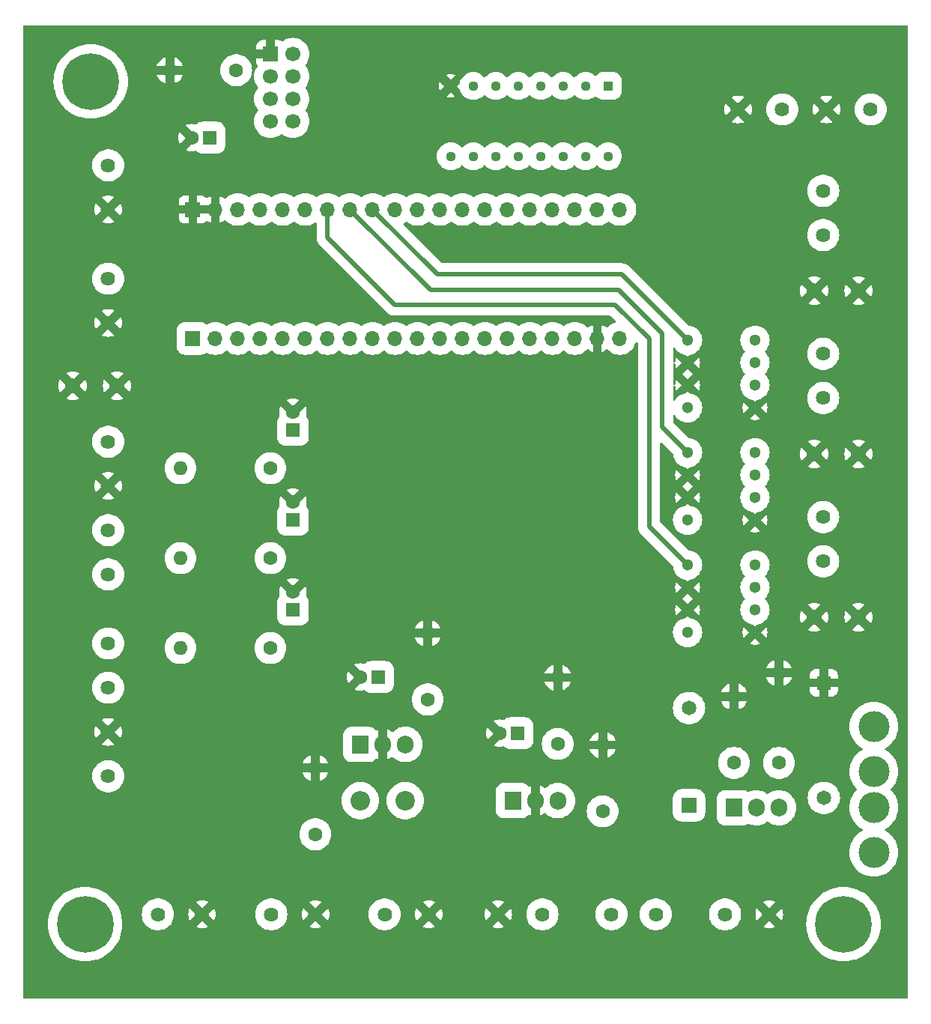
<source format=gbr>
%TF.GenerationSoftware,KiCad,Pcbnew,7.0.9*%
%TF.CreationDate,2024-01-09T16:01:18+02:00*%
%TF.ProjectId,kikad_project,6b696b61-645f-4707-926f-6a6563742e6b,rev?*%
%TF.SameCoordinates,Original*%
%TF.FileFunction,Copper,L2,Bot*%
%TF.FilePolarity,Positive*%
%FSLAX46Y46*%
G04 Gerber Fmt 4.6, Leading zero omitted, Abs format (unit mm)*
G04 Created by KiCad (PCBNEW 7.0.9) date 2024-01-09 16:01:18*
%MOMM*%
%LPD*%
G01*
G04 APERTURE LIST*
%TA.AperFunction,ComponentPad*%
%ADD10C,1.625600*%
%TD*%
%TA.AperFunction,ComponentPad*%
%ADD11C,1.300000*%
%TD*%
%TA.AperFunction,ComponentPad*%
%ADD12R,1.651000X1.651000*%
%TD*%
%TA.AperFunction,ComponentPad*%
%ADD13C,1.651000*%
%TD*%
%TA.AperFunction,ComponentPad*%
%ADD14R,1.905000X2.000000*%
%TD*%
%TA.AperFunction,ComponentPad*%
%ADD15O,1.905000X2.000000*%
%TD*%
%TA.AperFunction,ComponentPad*%
%ADD16C,1.600000*%
%TD*%
%TA.AperFunction,ComponentPad*%
%ADD17O,1.600000X1.600000*%
%TD*%
%TA.AperFunction,ComponentPad*%
%ADD18C,1.701800*%
%TD*%
%TA.AperFunction,ComponentPad*%
%ADD19C,1.650000*%
%TD*%
%TA.AperFunction,ComponentPad*%
%ADD20R,1.650000X1.650000*%
%TD*%
%TA.AperFunction,ComponentPad*%
%ADD21O,1.700000X1.700000*%
%TD*%
%TA.AperFunction,ComponentPad*%
%ADD22R,1.700000X1.700000*%
%TD*%
%TA.AperFunction,ComponentPad*%
%ADD23R,1.600000X1.600000*%
%TD*%
%TA.AperFunction,ComponentPad*%
%ADD24C,6.400000*%
%TD*%
%TA.AperFunction,ComponentPad*%
%ADD25C,2.200000*%
%TD*%
%TA.AperFunction,ComponentPad*%
%ADD26O,2.200000X2.200000*%
%TD*%
%TA.AperFunction,ComponentPad*%
%ADD27C,3.500000*%
%TD*%
%TA.AperFunction,ComponentPad*%
%ADD28R,1.130000X1.130000*%
%TD*%
%TA.AperFunction,ComponentPad*%
%ADD29C,1.130000*%
%TD*%
%TA.AperFunction,ComponentPad*%
%ADD30C,1.700000*%
%TD*%
%TA.AperFunction,Conductor*%
%ADD31C,0.500000*%
%TD*%
%TA.AperFunction,Conductor*%
%ADD32C,0.250000*%
%TD*%
G04 APERTURE END LIST*
D10*
%TO.P,J9,1,1*%
%TO.N,+24V*%
X28034900Y-100480001D03*
%TO.P,J9,2,2*%
%TO.N,GND*%
X33034900Y-100480001D03*
%TD*%
%TO.P,J7,1,1*%
%TO.N,Net-(IC2-V02)*%
X90420001Y-42135101D03*
%TO.P,J7,2,2*%
%TO.N,Net-(IC2-V01)*%
X90420001Y-37135101D03*
%TD*%
D11*
%TO.P,IC3,1,VF1+*%
%TO.N,WHEEL_RIGHT_PWM*%
X75090000Y-61000000D03*
%TO.P,IC3,2,VF1-*%
%TO.N,GND*%
X75090000Y-63540000D03*
%TO.P,IC3,3,VF2-*%
X75090000Y-66080000D03*
%TO.P,IC3,4,VF2+*%
%TO.N,WHEEL_RIGHT_DIR*%
X75090000Y-68620000D03*
%TO.P,IC3,5,GND*%
%TO.N,GND*%
X82710000Y-68620000D03*
%TO.P,IC3,6,V02*%
%TO.N,Net-(IC3-V02)*%
X82710000Y-66080000D03*
%TO.P,IC3,7,V01*%
%TO.N,Net-(IC3-V01)*%
X82710000Y-63540000D03*
%TO.P,IC3,8,Vcc*%
%TO.N,+5V*%
X82710000Y-61000000D03*
%TD*%
D12*
%TO.P,D1,1*%
%TO.N,+24V*%
X75260000Y-88160600D03*
D13*
%TO.P,D1,2*%
%TO.N,Net-(Q2-G)*%
X75260000Y-77162400D03*
%TD*%
D10*
%TO.P,J16,1,1*%
%TO.N,Net-(IC3-V02)*%
X90420001Y-60575101D03*
%TO.P,J16,2,2*%
%TO.N,Net-(IC3-V01)*%
X90420001Y-55575101D03*
%TD*%
%TO.P,J11,1,1*%
%TO.N,Net-(J11-Pad1)*%
X9600000Y-47060000D03*
%TO.P,J11,2,2*%
%TO.N,GND*%
X9600000Y-52060000D03*
%TO.P,J11,3,3*%
%TO.N,VCC*%
X9600000Y-57060000D03*
%TO.P,J11,4,4*%
%TO.N,Net-(J11-Pad4)*%
X9600000Y-62060001D03*
%TD*%
D14*
%TO.P,U4,1,IN*%
%TO.N,+24V*%
X55340000Y-87630000D03*
D15*
%TO.P,U4,2,GND*%
%TO.N,GND*%
X57880000Y-87630000D03*
%TO.P,U4,3,OUT*%
%TO.N,+5V*%
X60420000Y-87630000D03*
%TD*%
D16*
%TO.P,C6,1*%
%TO.N,+5V*%
X60420000Y-81220000D03*
D17*
%TO.P,C6,2*%
%TO.N,GND*%
X60420000Y-73720000D03*
%TD*%
D18*
%TO.P,J17,1,1*%
%TO.N,GND*%
X89420000Y-66890000D03*
%TO.P,J17,2,2*%
X94420000Y-66890000D03*
%TD*%
D19*
%TO.P,D3,A*%
%TO.N,Net-(Q2-S)*%
X90500000Y-87320000D03*
D20*
%TO.P,D3,C*%
%TO.N,GND*%
X90500000Y-74320000D03*
%TD*%
D16*
%TO.P,C9,1*%
%TO.N,+3.3V*%
X24070000Y-5080000D03*
D17*
%TO.P,C9,2*%
%TO.N,GND*%
X16570000Y-5080000D03*
%TD*%
D21*
%TO.P,U2,1,VBAT*%
%TO.N,unconnected-(U2-VBAT-Pad1)*%
X67430000Y-20810000D03*
%TO.P,U2,2,PC13*%
%TO.N,unconnected-(U2-PC13-Pad2)*%
X64890000Y-20810000D03*
%TO.P,U2,3,PC14*%
%TO.N,unconnected-(U2-PC14-Pad3)*%
X62350000Y-20810000D03*
%TO.P,U2,3v,3V3*%
%TO.N,+3.3V*%
X67430000Y-35385000D03*
X24250000Y-20810000D03*
%TO.P,U2,4,PC15*%
%TO.N,unconnected-(U2-PC15-Pad4)*%
X59810000Y-20810000D03*
%TO.P,U2,5v,5V*%
%TO.N,VCC*%
X62350000Y-35385000D03*
%TO.P,U2,7,NRST*%
%TO.N,unconnected-(U2-NRST-Pad7)*%
X26790000Y-20810000D03*
%TO.P,U2,10,PA0*%
%TO.N,unconnected-(U2-PA0-Pad10)*%
X57270000Y-20810000D03*
%TO.P,U2,11,PA1*%
%TO.N,HAND_PWM*%
X54730000Y-20810000D03*
%TO.P,U2,12,PA2*%
%TO.N,HAND_DIR*%
X52190000Y-20810000D03*
%TO.P,U2,13,PA3*%
%TO.N,unconnected-(U2-PA3-Pad13)*%
X49650000Y-20810000D03*
%TO.P,U2,14,PA4*%
%TO.N,DISK_DIR*%
X47110000Y-20810000D03*
%TO.P,U2,15,PA5*%
%TO.N,WHEEL_LEFT_DIR*%
X44570000Y-20810000D03*
%TO.P,U2,16,PA6*%
%TO.N,WHEEL_RIGHT_DIR*%
X42030000Y-20810000D03*
%TO.P,U2,17,PA7*%
%TO.N,DISK_PWM*%
X39490000Y-20810000D03*
%TO.P,U2,18,PB0*%
%TO.N,WHEEL_LEFT_PWM*%
X36950000Y-20810000D03*
%TO.P,U2,19,PB1*%
%TO.N,WHEEL_RIGHT_PWM*%
X34410000Y-20810000D03*
%TO.P,U2,21,PB10*%
%TO.N,unconnected-(U2-PB10-Pad21)*%
X31870000Y-20810000D03*
%TO.P,U2,22,PB11*%
%TO.N,unconnected-(U2-PB11-Pad22)*%
X29330000Y-20810000D03*
D22*
%TO.P,U2,25,PB12*%
%TO.N,unconnected-(U2-PB12-Pad25)*%
X19170000Y-35385000D03*
D21*
%TO.P,U2,26,PB13*%
%TO.N,unconnected-(U2-PB13-Pad26)*%
X21710000Y-35385000D03*
%TO.P,U2,27,PB14*%
%TO.N,unconnected-(U2-PB14-Pad27)*%
X24250000Y-35385000D03*
%TO.P,U2,28,PB15*%
%TO.N,HAND_END_RIGHT*%
X26790000Y-35385000D03*
%TO.P,U2,29,PA8*%
%TO.N,HAND_END_LEFT*%
X29330000Y-35385000D03*
%TO.P,U2,30,PA9*%
%TO.N,PA9*%
X31870000Y-35385000D03*
%TO.P,U2,31,PA10*%
%TO.N,PA10*%
X34410000Y-35385000D03*
%TO.P,U2,32,PA11*%
%TO.N,unconnected-(U2-PA11-Pad32)*%
X36950000Y-35385000D03*
%TO.P,U2,33,PA12*%
%TO.N,unconnected-(U2-PA12-Pad33)*%
X39490000Y-35385000D03*
%TO.P,U2,38,PA15*%
%TO.N,PA15*%
X42030000Y-35385000D03*
%TO.P,U2,39,PB3*%
%TO.N,PB3*%
X44570000Y-35385000D03*
%TO.P,U2,40,PB4*%
%TO.N,PB4*%
X47110000Y-35385000D03*
%TO.P,U2,41,PB5*%
%TO.N,PB5*%
X49650000Y-35385000D03*
%TO.P,U2,42,PB6*%
%TO.N,unconnected-(U2-PB6-Pad42)*%
X52190000Y-35385000D03*
%TO.P,U2,43,PB7*%
%TO.N,OPT_END_WHEEL_RIGHT*%
X54730000Y-35385000D03*
%TO.P,U2,45,PB8*%
%TO.N,OPT_END_WHEEL_LEFT*%
X57270000Y-35385000D03*
%TO.P,U2,46,PB9*%
%TO.N,OPT_END_DISK*%
X59810000Y-35385000D03*
%TO.P,U2,G,GND*%
%TO.N,GND*%
X64890000Y-35385000D03*
D22*
X19170000Y-20810000D03*
D21*
X21710000Y-20810000D03*
%TD*%
D23*
%TO.P,C12,1*%
%TO.N,OPT_END_WHEEL_LEFT*%
X30480000Y-55880000D03*
D16*
%TO.P,C12,2*%
%TO.N,GND*%
X30480000Y-53880000D03*
%TD*%
D11*
%TO.P,IC1,1,VF1+*%
%TO.N,DISK_PWM*%
X75090000Y-35600000D03*
%TO.P,IC1,2,VF1-*%
%TO.N,GND*%
X75090000Y-38140000D03*
%TO.P,IC1,3,VF2-*%
X75090000Y-40680000D03*
%TO.P,IC1,4,VF2+*%
%TO.N,DISK_DIR*%
X75090000Y-43220000D03*
%TO.P,IC1,5,GND*%
%TO.N,GND*%
X82710000Y-43220000D03*
%TO.P,IC1,6,V02*%
%TO.N,Net-(IC1-V02)*%
X82710000Y-40680000D03*
%TO.P,IC1,7,V01*%
%TO.N,Net-(IC1-V01)*%
X82710000Y-38140000D03*
%TO.P,IC1,8,Vcc*%
%TO.N,+5V*%
X82710000Y-35600000D03*
%TD*%
D16*
%TO.P,C4,1*%
%TO.N,+24V*%
X65500000Y-88840000D03*
D17*
%TO.P,C4,2*%
%TO.N,GND*%
X65500000Y-81340000D03*
%TD*%
D10*
%TO.P,J10,1,1*%
%TO.N,VCC*%
X9600000Y-69870000D03*
%TO.P,J10,2,2*%
%TO.N,Net-(J10-Pad2)*%
X9600000Y-74870000D03*
%TO.P,J10,3,3*%
%TO.N,GND*%
X9600000Y-79870000D03*
%TO.P,J10,4,4*%
%TO.N,VCC*%
X9600000Y-84870001D03*
%TD*%
%TO.P,J6,1,1*%
%TO.N,+24V*%
X15214900Y-100480001D03*
%TO.P,J6,2,2*%
%TO.N,GND*%
X20214900Y-100480001D03*
%TD*%
%TO.P,J2,1,1*%
%TO.N,Net-(U12-E)*%
X95790000Y-9510000D03*
%TO.P,J2,2,2*%
%TO.N,GND*%
X90790000Y-9510000D03*
%TO.P,J2,3,3*%
%TO.N,Net-(U12-F)*%
X85790000Y-9510000D03*
%TO.P,J2,4,4*%
%TO.N,GND*%
X80789999Y-9510000D03*
%TD*%
%TO.P,J14,1,1*%
%TO.N,HAND_END_RIGHT*%
X9600000Y-28640000D03*
%TO.P,J14,2,2*%
%TO.N,GND*%
X9600000Y-33640000D03*
%TD*%
D24*
%TO.P,H2,1,1*%
%TO.N,unconnected-(H2-Pad1)*%
X7620000Y-6350000D03*
%TD*%
D16*
%TO.P,C2,1*%
%TO.N,VCC*%
X45720000Y-76200000D03*
D17*
%TO.P,C2,2*%
%TO.N,GND*%
X45720000Y-68700000D03*
%TD*%
D25*
%TO.P,L1,1,1*%
%TO.N,+24V*%
X43180000Y-87630000D03*
D26*
%TO.P,L1,2,2*%
%TO.N,Net-(U3-IN)*%
X38100000Y-87630000D03*
%TD*%
D14*
%TO.P,U3,1,IN*%
%TO.N,Net-(U3-IN)*%
X38100000Y-81280000D03*
D15*
%TO.P,U3,2,GND*%
%TO.N,GND*%
X40640000Y-81280000D03*
%TO.P,U3,3,OUT*%
%TO.N,VCC*%
X43180000Y-81280000D03*
%TD*%
D16*
%TO.P,R3,1*%
%TO.N,OPT_END_WHEEL_RIGHT*%
X27940000Y-50070000D03*
D17*
%TO.P,R3,2*%
%TO.N,Net-(J11-Pad1)*%
X17780000Y-50070000D03*
%TD*%
D10*
%TO.P,J1,1,1*%
%TO.N,Net-(J1-Pad1)*%
X79324900Y-100480001D03*
%TO.P,J1,2,2*%
%TO.N,GND*%
X84324900Y-100480001D03*
%TD*%
D16*
%TO.P,C3,1*%
%TO.N,Net-(U3-IN)*%
X33020000Y-91440000D03*
D17*
%TO.P,C3,2*%
%TO.N,GND*%
X33020000Y-83940000D03*
%TD*%
D18*
%TO.P,J8,1,1*%
%TO.N,GND*%
X89420000Y-48450000D03*
%TO.P,J8,2,2*%
X94420000Y-48450000D03*
%TD*%
D10*
%TO.P,J3,1,1*%
%TO.N,GND*%
X53684900Y-100480001D03*
%TO.P,J3,2,2*%
%TO.N,+24V*%
X58684900Y-100480001D03*
%TD*%
D23*
%TO.P,C1,1*%
%TO.N,VCC*%
X40100000Y-73660000D03*
D16*
%TO.P,C1,2*%
%TO.N,GND*%
X38100000Y-73660000D03*
%TD*%
D24*
%TO.P,H1,1,1*%
%TO.N,unconnected-(H1-Pad1)*%
X7000000Y-101600000D03*
%TD*%
D10*
%TO.P,J15,1,1*%
%TO.N,/BAT_SW*%
X66494900Y-100480001D03*
%TO.P,J15,2,2*%
%TO.N,Net-(J1-Pad1)*%
X71494900Y-100480001D03*
%TD*%
D23*
%TO.P,C11,1*%
%TO.N,OPT_END_WHEEL_RIGHT*%
X30480000Y-45720000D03*
D16*
%TO.P,C11,2*%
%TO.N,GND*%
X30480000Y-43720000D03*
%TD*%
%TO.P,R1,1*%
%TO.N,Net-(Q2-G)*%
X85420000Y-83360000D03*
D17*
%TO.P,R1,2*%
%TO.N,GND*%
X85420000Y-73200000D03*
%TD*%
D14*
%TO.P,Q2,1,G*%
%TO.N,Net-(Q2-G)*%
X80340000Y-88440000D03*
D15*
%TO.P,Q2,2,D*%
%TO.N,+24V*%
X82880000Y-88440000D03*
%TO.P,Q2,3,S*%
%TO.N,Net-(Q2-S)*%
X85420000Y-88440000D03*
%TD*%
D10*
%TO.P,J4,1,1*%
%TO.N,Net-(IC1-V02)*%
X90420001Y-23705101D03*
%TO.P,J4,2,2*%
%TO.N,Net-(IC1-V01)*%
X90420001Y-18705101D03*
%TD*%
D23*
%TO.P,C5,1*%
%TO.N,+5V*%
X55880000Y-80010000D03*
D16*
%TO.P,C5,2*%
%TO.N,GND*%
X53880000Y-80010000D03*
%TD*%
D23*
%TO.P,C8,1*%
%TO.N,+3.3V*%
X21050000Y-12700000D03*
D16*
%TO.P,C8,2*%
%TO.N,GND*%
X19050000Y-12700000D03*
%TD*%
D24*
%TO.P,H3,1,1*%
%TO.N,unconnected-(H3-Pad1)*%
X92710000Y-101600000D03*
%TD*%
D16*
%TO.P,C7,1*%
%TO.N,Net-(Q2-G)*%
X80340000Y-83360000D03*
D17*
%TO.P,C7,2*%
%TO.N,GND*%
X80340000Y-75860000D03*
%TD*%
D18*
%TO.P,J12,1,1*%
%TO.N,GND*%
X10600001Y-40749999D03*
%TO.P,J12,2,2*%
X5600001Y-40749999D03*
%TD*%
D27*
%TO.P,X1,1A*%
%TO.N,/BAT_SW*%
X96150000Y-93470000D03*
%TO.P,X1,1B*%
X96150000Y-88390000D03*
%TO.P,X1,2A*%
%TO.N,Net-(Q2-S)*%
X96150000Y-84330000D03*
%TO.P,X1,2B*%
X96150000Y-79250000D03*
%TD*%
D28*
%TO.P,U12,1,VCC*%
%TO.N,+3.3V*%
X66100000Y-6860000D03*
D29*
%TO.P,U12,2,EN_A*%
X63560000Y-6860000D03*
%TO.P,U12,3,A*%
%TO.N,HAND_PWM*%
X61020000Y-6860000D03*
%TO.P,U12,4,E*%
%TO.N,Net-(U12-E)*%
X58480000Y-6860000D03*
%TO.P,U12,5,F*%
%TO.N,Net-(U12-F)*%
X55940000Y-6860000D03*
%TO.P,U12,6,B*%
%TO.N,HAND_DIR*%
X53400000Y-6860000D03*
%TO.P,U12,7,EN_B*%
%TO.N,+3.3V*%
X50860000Y-6860000D03*
%TO.P,U12,8,VSS*%
%TO.N,GND*%
X48320000Y-6860000D03*
%TO.P,U12,9,EN_C*%
%TO.N,unconnected-(U12-EN_C-Pad9)*%
X48320000Y-14800000D03*
%TO.P,U12,10,C*%
%TO.N,unconnected-(U12-C-Pad10)*%
X50860000Y-14800000D03*
%TO.P,U12,11,G*%
%TO.N,unconnected-(U12-G-Pad11)*%
X53400000Y-14800000D03*
%TO.P,U12,12*%
%TO.N,N/C*%
X55940000Y-14800000D03*
%TO.P,U12,13,H*%
%TO.N,unconnected-(U12-H-Pad13)*%
X58480000Y-14800000D03*
%TO.P,U12,14,D*%
%TO.N,unconnected-(U12-D-Pad14)*%
X61020000Y-14800000D03*
%TO.P,U12,15,EN_D*%
%TO.N,unconnected-(U12-EN_D-Pad15)*%
X63560000Y-14800000D03*
%TO.P,U12,16,VDD*%
%TO.N,+5V*%
X66100000Y-14800000D03*
%TD*%
D18*
%TO.P,J5,1,1*%
%TO.N,GND*%
X89420000Y-30010000D03*
%TO.P,J5,2,2*%
X94420000Y-30010000D03*
%TD*%
D10*
%TO.P,J13,1,1*%
%TO.N,HAND_END_LEFT*%
X9600000Y-15820000D03*
%TO.P,J13,2,2*%
%TO.N,GND*%
X9600000Y-20820000D03*
%TD*%
D11*
%TO.P,IC2,1,VF1+*%
%TO.N,WHEEL_LEFT_PWM*%
X75090000Y-48300000D03*
%TO.P,IC2,2,VF1-*%
%TO.N,GND*%
X75090000Y-50840000D03*
%TO.P,IC2,3,VF2-*%
X75090000Y-53380000D03*
%TO.P,IC2,4,VF2+*%
%TO.N,WHEEL_LEFT_DIR*%
X75090000Y-55920000D03*
%TO.P,IC2,5,GND*%
%TO.N,GND*%
X82710000Y-55920000D03*
%TO.P,IC2,6,V02*%
%TO.N,Net-(IC2-V02)*%
X82710000Y-53380000D03*
%TO.P,IC2,7,V01*%
%TO.N,Net-(IC2-V01)*%
X82710000Y-50840000D03*
%TO.P,IC2,8,Vcc*%
%TO.N,+5V*%
X82710000Y-48300000D03*
%TD*%
D10*
%TO.P,J18,1,1*%
%TO.N,+24V*%
X40854900Y-100480001D03*
%TO.P,J18,2,2*%
%TO.N,GND*%
X45854900Y-100480001D03*
%TD*%
D16*
%TO.P,R2,1*%
%TO.N,OPT_END_DISK*%
X27940000Y-70390000D03*
D17*
%TO.P,R2,2*%
%TO.N,Net-(J10-Pad2)*%
X17780000Y-70390000D03*
%TD*%
D23*
%TO.P,C10,1*%
%TO.N,OPT_END_DISK*%
X30480000Y-66040000D03*
D16*
%TO.P,C10,2*%
%TO.N,GND*%
X30480000Y-64040000D03*
%TD*%
D22*
%TO.P,U1,1,GND*%
%TO.N,GND*%
X27940000Y-3265000D03*
D30*
%TO.P,U1,2,VCC*%
%TO.N,+3.3V*%
X30480000Y-3265000D03*
%TO.P,U1,3,CE*%
%TO.N,PA10*%
X27940000Y-5805000D03*
%TO.P,U1,4,~{CSN}*%
%TO.N,PA15*%
X30480000Y-5805000D03*
%TO.P,U1,5,SCK*%
%TO.N,PB3*%
X27940000Y-8345000D03*
%TO.P,U1,6,MOSI*%
%TO.N,PB5*%
X30480000Y-8345000D03*
%TO.P,U1,7,MISO*%
%TO.N,PB4*%
X27940000Y-10885000D03*
%TO.P,U1,8,IRQ*%
%TO.N,PA9*%
X30480000Y-10885000D03*
%TD*%
D16*
%TO.P,R4,1*%
%TO.N,OPT_END_WHEEL_LEFT*%
X27940000Y-60230000D03*
D17*
%TO.P,R4,2*%
%TO.N,Net-(J11-Pad4)*%
X17780000Y-60230000D03*
%TD*%
D31*
%TO.N,DISK_PWM*%
X39490000Y-20810000D02*
X46820000Y-28140000D01*
X46820000Y-28140000D02*
X67630000Y-28140000D01*
X67630000Y-28140000D02*
X75090000Y-35600000D01*
%TO.N,WHEEL_LEFT_PWM*%
X46030000Y-29890000D02*
X67280000Y-29890000D01*
X72200000Y-34810000D02*
X72200000Y-45410000D01*
X72200000Y-45410000D02*
X75090000Y-48300000D01*
X67280000Y-29890000D02*
X72200000Y-34810000D01*
X36950000Y-20810000D02*
X46030000Y-29890000D01*
%TO.N,WHEEL_RIGHT_PWM*%
X70750000Y-35440000D02*
X70750000Y-56660000D01*
X42010000Y-31570000D02*
X66880000Y-31570000D01*
X66880000Y-31570000D02*
X70750000Y-35440000D01*
X34410000Y-20810000D02*
X34410000Y-23970000D01*
X70750000Y-56660000D02*
X75090000Y-61000000D01*
X34410000Y-23970000D02*
X42010000Y-31570000D01*
D32*
%TO.N,unconnected-(H3-Pad1)*%
X92880000Y-100500000D02*
X93980000Y-101600000D01*
%TD*%
%TA.AperFunction,Conductor*%
%TO.N,GND*%
G36*
X28440000Y-3641000D02*
G01*
X28420315Y-3708039D01*
X28367511Y-3753794D01*
X28316000Y-3765000D01*
X27975763Y-3765000D01*
X28082315Y-3749680D01*
X28213100Y-3689952D01*
X28321761Y-3595798D01*
X28399493Y-3474844D01*
X28440000Y-3336889D01*
X28440000Y-3641000D01*
G37*
%TD.AperFunction*%
%TA.AperFunction,Conductor*%
G36*
X99942539Y-20185D02*
G01*
X99988294Y-72989D01*
X99999500Y-124500D01*
X99999500Y-109875500D01*
X99979815Y-109942539D01*
X99927011Y-109988294D01*
X99875500Y-109999500D01*
X124500Y-109999500D01*
X57461Y-109979815D01*
X11706Y-109927011D01*
X500Y-109875500D01*
X500Y-101600000D01*
X2794434Y-101600000D01*
X2814685Y-102012218D01*
X2814685Y-102012223D01*
X2814686Y-102012227D01*
X2875244Y-102420471D01*
X2975527Y-102820821D01*
X3114555Y-103209379D01*
X3114562Y-103209395D01*
X3114564Y-103209400D01*
X3291022Y-103582490D01*
X3291024Y-103582493D01*
X3503198Y-103936484D01*
X3749058Y-104267988D01*
X4026215Y-104573784D01*
X4332011Y-104850941D01*
X4332017Y-104850946D01*
X4663513Y-105096800D01*
X5017510Y-105308978D01*
X5390600Y-105485436D01*
X5390609Y-105485439D01*
X5390620Y-105485444D01*
X5751738Y-105614654D01*
X5779189Y-105624476D01*
X6179535Y-105724757D01*
X6587782Y-105785315D01*
X7000000Y-105805566D01*
X7412218Y-105785315D01*
X7820465Y-105724757D01*
X8220811Y-105624476D01*
X8401380Y-105559866D01*
X8609379Y-105485444D01*
X8609385Y-105485441D01*
X8609400Y-105485436D01*
X8982490Y-105308978D01*
X9336487Y-105096800D01*
X9667983Y-104850946D01*
X9973784Y-104573784D01*
X10250946Y-104267983D01*
X10496800Y-103936487D01*
X10708978Y-103582490D01*
X10885436Y-103209400D01*
X11024476Y-102820811D01*
X11124757Y-102420465D01*
X11185315Y-102012218D01*
X11205566Y-101600000D01*
X11185315Y-101187782D01*
X11124757Y-100779535D01*
X11049729Y-100480005D01*
X13396515Y-100480005D01*
X13416823Y-100751007D01*
X13416824Y-100751012D01*
X13416824Y-100751016D01*
X13416825Y-100751017D01*
X13423334Y-100779535D01*
X13477297Y-101015965D01*
X13477299Y-101015974D01*
X13477301Y-101015979D01*
X13576592Y-101268969D01*
X13712480Y-101504334D01*
X13788771Y-101600000D01*
X13881932Y-101716821D01*
X13998882Y-101825334D01*
X14081155Y-101901672D01*
X14305708Y-102054769D01*
X14550565Y-102172686D01*
X14550566Y-102172686D01*
X14550569Y-102172688D01*
X14810271Y-102252795D01*
X14810272Y-102252795D01*
X14810275Y-102252796D01*
X15079004Y-102293300D01*
X15079009Y-102293300D01*
X15079012Y-102293301D01*
X15079013Y-102293301D01*
X15350787Y-102293301D01*
X15350788Y-102293301D01*
X15350795Y-102293300D01*
X15619524Y-102252796D01*
X15619525Y-102252795D01*
X15619529Y-102252795D01*
X15879231Y-102172688D01*
X16124093Y-102054769D01*
X16348645Y-101901672D01*
X16368530Y-101883221D01*
X19518784Y-101883221D01*
X19730479Y-101970909D01*
X19969671Y-102028333D01*
X19969670Y-102028333D01*
X20214900Y-102047632D01*
X20460129Y-102028333D01*
X20699317Y-101970910D01*
X20911014Y-101883221D01*
X20214901Y-101187108D01*
X20214900Y-101187108D01*
X19518784Y-101883221D01*
X16368530Y-101883221D01*
X16547871Y-101716817D01*
X16717320Y-101504334D01*
X16853208Y-101268969D01*
X16952499Y-101015979D01*
X17012975Y-100751017D01*
X17013838Y-100739503D01*
X17033285Y-100480005D01*
X17033285Y-100480001D01*
X18647268Y-100480001D01*
X18666567Y-100725230D01*
X18723991Y-100964421D01*
X18811678Y-101176115D01*
X19469301Y-100518493D01*
X19652161Y-100518493D01*
X19683414Y-100668891D01*
X19754085Y-100805280D01*
X19858932Y-100917544D01*
X19990180Y-100997358D01*
X20138095Y-101038801D01*
X20253125Y-101038801D01*
X20367080Y-101023138D01*
X20507973Y-100961940D01*
X20627131Y-100864998D01*
X20715715Y-100739503D01*
X20767156Y-100594761D01*
X20775006Y-100480002D01*
X20922007Y-100480002D01*
X21618120Y-101176115D01*
X21705809Y-100964418D01*
X21763232Y-100725230D01*
X21782531Y-100480005D01*
X26216515Y-100480005D01*
X26236823Y-100751007D01*
X26236824Y-100751012D01*
X26236824Y-100751016D01*
X26236825Y-100751017D01*
X26243334Y-100779535D01*
X26297297Y-101015965D01*
X26297299Y-101015974D01*
X26297301Y-101015979D01*
X26396592Y-101268969D01*
X26532480Y-101504334D01*
X26608771Y-101600000D01*
X26701932Y-101716821D01*
X26818882Y-101825334D01*
X26901155Y-101901672D01*
X27125708Y-102054769D01*
X27370565Y-102172686D01*
X27370566Y-102172686D01*
X27370569Y-102172688D01*
X27630271Y-102252795D01*
X27630272Y-102252795D01*
X27630275Y-102252796D01*
X27899004Y-102293300D01*
X27899009Y-102293300D01*
X27899012Y-102293301D01*
X27899013Y-102293301D01*
X28170787Y-102293301D01*
X28170788Y-102293301D01*
X28170795Y-102293300D01*
X28439524Y-102252796D01*
X28439525Y-102252795D01*
X28439529Y-102252795D01*
X28699231Y-102172688D01*
X28944093Y-102054769D01*
X29168645Y-101901672D01*
X29188530Y-101883221D01*
X32338784Y-101883221D01*
X32550479Y-101970909D01*
X32789671Y-102028333D01*
X32789670Y-102028333D01*
X33034900Y-102047632D01*
X33280129Y-102028333D01*
X33519317Y-101970910D01*
X33731014Y-101883221D01*
X33034901Y-101187108D01*
X33034900Y-101187108D01*
X32338784Y-101883221D01*
X29188530Y-101883221D01*
X29367871Y-101716817D01*
X29537320Y-101504334D01*
X29673208Y-101268969D01*
X29772499Y-101015979D01*
X29832975Y-100751017D01*
X29833838Y-100739503D01*
X29853285Y-100480005D01*
X29853285Y-100480001D01*
X31467268Y-100480001D01*
X31486567Y-100725230D01*
X31543991Y-100964421D01*
X31631678Y-101176115D01*
X32289301Y-100518493D01*
X32472161Y-100518493D01*
X32503414Y-100668891D01*
X32574085Y-100805280D01*
X32678932Y-100917544D01*
X32810180Y-100997358D01*
X32958095Y-101038801D01*
X33073125Y-101038801D01*
X33187080Y-101023138D01*
X33327973Y-100961940D01*
X33447131Y-100864998D01*
X33535715Y-100739503D01*
X33587156Y-100594761D01*
X33595006Y-100480002D01*
X33742007Y-100480002D01*
X34438120Y-101176115D01*
X34525809Y-100964418D01*
X34583232Y-100725230D01*
X34602531Y-100480005D01*
X39036515Y-100480005D01*
X39056823Y-100751007D01*
X39056824Y-100751012D01*
X39056824Y-100751016D01*
X39056825Y-100751017D01*
X39063334Y-100779535D01*
X39117297Y-101015965D01*
X39117299Y-101015974D01*
X39117301Y-101015979D01*
X39216592Y-101268969D01*
X39352480Y-101504334D01*
X39428771Y-101600000D01*
X39521932Y-101716821D01*
X39638882Y-101825334D01*
X39721155Y-101901672D01*
X39945708Y-102054769D01*
X40190565Y-102172686D01*
X40190566Y-102172686D01*
X40190569Y-102172688D01*
X40450271Y-102252795D01*
X40450272Y-102252795D01*
X40450275Y-102252796D01*
X40719004Y-102293300D01*
X40719009Y-102293300D01*
X40719012Y-102293301D01*
X40719013Y-102293301D01*
X40990787Y-102293301D01*
X40990788Y-102293301D01*
X40990795Y-102293300D01*
X41259524Y-102252796D01*
X41259525Y-102252795D01*
X41259529Y-102252795D01*
X41519231Y-102172688D01*
X41764093Y-102054769D01*
X41988645Y-101901672D01*
X42008530Y-101883221D01*
X45158784Y-101883221D01*
X45370479Y-101970909D01*
X45609671Y-102028333D01*
X45609670Y-102028333D01*
X45854900Y-102047632D01*
X46100129Y-102028333D01*
X46339317Y-101970910D01*
X46551014Y-101883221D01*
X52988784Y-101883221D01*
X53200479Y-101970909D01*
X53439671Y-102028333D01*
X53439670Y-102028333D01*
X53684900Y-102047632D01*
X53930129Y-102028333D01*
X54169317Y-101970910D01*
X54381014Y-101883221D01*
X53684901Y-101187108D01*
X53684900Y-101187108D01*
X52988784Y-101883221D01*
X46551014Y-101883221D01*
X45854901Y-101187108D01*
X45854900Y-101187108D01*
X45158784Y-101883221D01*
X42008530Y-101883221D01*
X42187871Y-101716817D01*
X42357320Y-101504334D01*
X42493208Y-101268969D01*
X42592499Y-101015979D01*
X42652975Y-100751017D01*
X42653838Y-100739503D01*
X42673285Y-100480005D01*
X42673285Y-100480001D01*
X44287268Y-100480001D01*
X44306567Y-100725230D01*
X44363991Y-100964421D01*
X44451678Y-101176115D01*
X45109301Y-100518493D01*
X45292161Y-100518493D01*
X45323414Y-100668891D01*
X45394085Y-100805280D01*
X45498932Y-100917544D01*
X45630180Y-100997358D01*
X45778095Y-101038801D01*
X45893125Y-101038801D01*
X46007080Y-101023138D01*
X46147973Y-100961940D01*
X46267131Y-100864998D01*
X46355715Y-100739503D01*
X46407156Y-100594761D01*
X46415006Y-100480002D01*
X46562007Y-100480002D01*
X47258120Y-101176115D01*
X47345809Y-100964418D01*
X47403232Y-100725230D01*
X47422531Y-100480001D01*
X52117268Y-100480001D01*
X52136567Y-100725230D01*
X52193991Y-100964421D01*
X52281678Y-101176115D01*
X52939301Y-100518493D01*
X53122161Y-100518493D01*
X53153414Y-100668891D01*
X53224085Y-100805280D01*
X53328932Y-100917544D01*
X53460180Y-100997358D01*
X53608095Y-101038801D01*
X53723125Y-101038801D01*
X53837080Y-101023138D01*
X53977973Y-100961940D01*
X54097131Y-100864998D01*
X54185715Y-100739503D01*
X54237156Y-100594761D01*
X54245006Y-100480001D01*
X54392007Y-100480001D01*
X55088120Y-101176114D01*
X55175809Y-100964418D01*
X55233232Y-100725230D01*
X55252531Y-100480005D01*
X56866515Y-100480005D01*
X56886823Y-100751007D01*
X56886824Y-100751012D01*
X56886824Y-100751016D01*
X56886825Y-100751017D01*
X56893334Y-100779535D01*
X56947297Y-101015965D01*
X56947299Y-101015974D01*
X56947301Y-101015979D01*
X57046592Y-101268969D01*
X57182480Y-101504334D01*
X57258771Y-101600000D01*
X57351932Y-101716821D01*
X57468882Y-101825334D01*
X57551155Y-101901672D01*
X57775708Y-102054769D01*
X58020565Y-102172686D01*
X58020566Y-102172686D01*
X58020569Y-102172688D01*
X58280271Y-102252795D01*
X58280272Y-102252795D01*
X58280275Y-102252796D01*
X58549004Y-102293300D01*
X58549009Y-102293300D01*
X58549012Y-102293301D01*
X58549013Y-102293301D01*
X58820787Y-102293301D01*
X58820788Y-102293301D01*
X58820795Y-102293300D01*
X59089524Y-102252796D01*
X59089525Y-102252795D01*
X59089529Y-102252795D01*
X59349231Y-102172688D01*
X59594093Y-102054769D01*
X59818645Y-101901672D01*
X60017871Y-101716817D01*
X60187320Y-101504334D01*
X60323208Y-101268969D01*
X60422499Y-101015979D01*
X60482975Y-100751017D01*
X60483838Y-100739503D01*
X60503285Y-100480005D01*
X64676515Y-100480005D01*
X64696823Y-100751007D01*
X64696824Y-100751012D01*
X64696824Y-100751016D01*
X64696825Y-100751017D01*
X64703334Y-100779535D01*
X64757297Y-101015965D01*
X64757299Y-101015974D01*
X64757301Y-101015979D01*
X64856592Y-101268969D01*
X64992480Y-101504334D01*
X65068771Y-101600000D01*
X65161932Y-101716821D01*
X65278882Y-101825334D01*
X65361155Y-101901672D01*
X65585708Y-102054769D01*
X65830565Y-102172686D01*
X65830566Y-102172686D01*
X65830569Y-102172688D01*
X66090271Y-102252795D01*
X66090272Y-102252795D01*
X66090275Y-102252796D01*
X66359004Y-102293300D01*
X66359009Y-102293300D01*
X66359012Y-102293301D01*
X66359013Y-102293301D01*
X66630787Y-102293301D01*
X66630788Y-102293301D01*
X66630795Y-102293300D01*
X66899524Y-102252796D01*
X66899525Y-102252795D01*
X66899529Y-102252795D01*
X67159231Y-102172688D01*
X67404093Y-102054769D01*
X67628645Y-101901672D01*
X67827871Y-101716817D01*
X67997320Y-101504334D01*
X68133208Y-101268969D01*
X68232499Y-101015979D01*
X68292975Y-100751017D01*
X68293838Y-100739503D01*
X68313285Y-100480005D01*
X69676515Y-100480005D01*
X69696823Y-100751007D01*
X69696824Y-100751012D01*
X69696824Y-100751016D01*
X69696825Y-100751017D01*
X69703334Y-100779535D01*
X69757297Y-101015965D01*
X69757299Y-101015974D01*
X69757301Y-101015979D01*
X69856592Y-101268969D01*
X69992480Y-101504334D01*
X70068771Y-101600000D01*
X70161932Y-101716821D01*
X70278882Y-101825334D01*
X70361155Y-101901672D01*
X70585708Y-102054769D01*
X70830565Y-102172686D01*
X70830566Y-102172686D01*
X70830569Y-102172688D01*
X71090271Y-102252795D01*
X71090272Y-102252795D01*
X71090275Y-102252796D01*
X71359004Y-102293300D01*
X71359009Y-102293300D01*
X71359012Y-102293301D01*
X71359013Y-102293301D01*
X71630787Y-102293301D01*
X71630788Y-102293301D01*
X71630795Y-102293300D01*
X71899524Y-102252796D01*
X71899525Y-102252795D01*
X71899529Y-102252795D01*
X72159231Y-102172688D01*
X72404093Y-102054769D01*
X72628645Y-101901672D01*
X72827871Y-101716817D01*
X72997320Y-101504334D01*
X73133208Y-101268969D01*
X73232499Y-101015979D01*
X73292975Y-100751017D01*
X73293838Y-100739503D01*
X73313285Y-100480005D01*
X77506515Y-100480005D01*
X77526823Y-100751007D01*
X77526824Y-100751012D01*
X77526824Y-100751016D01*
X77526825Y-100751017D01*
X77533334Y-100779535D01*
X77587297Y-101015965D01*
X77587299Y-101015974D01*
X77587301Y-101015979D01*
X77686592Y-101268969D01*
X77822480Y-101504334D01*
X77898771Y-101600000D01*
X77991932Y-101716821D01*
X78108882Y-101825334D01*
X78191155Y-101901672D01*
X78415708Y-102054769D01*
X78660565Y-102172686D01*
X78660566Y-102172686D01*
X78660569Y-102172688D01*
X78920271Y-102252795D01*
X78920272Y-102252795D01*
X78920275Y-102252796D01*
X79189004Y-102293300D01*
X79189009Y-102293300D01*
X79189012Y-102293301D01*
X79189013Y-102293301D01*
X79460787Y-102293301D01*
X79460788Y-102293301D01*
X79460795Y-102293300D01*
X79729524Y-102252796D01*
X79729525Y-102252795D01*
X79729529Y-102252795D01*
X79989231Y-102172688D01*
X80234093Y-102054769D01*
X80458645Y-101901672D01*
X80478530Y-101883221D01*
X83628784Y-101883221D01*
X83840479Y-101970909D01*
X84079671Y-102028333D01*
X84079670Y-102028333D01*
X84324900Y-102047632D01*
X84570129Y-102028333D01*
X84809317Y-101970910D01*
X85021014Y-101883221D01*
X84737793Y-101600000D01*
X88504434Y-101600000D01*
X88524685Y-102012218D01*
X88524685Y-102012223D01*
X88524686Y-102012227D01*
X88585244Y-102420471D01*
X88685527Y-102820821D01*
X88824555Y-103209379D01*
X88824562Y-103209395D01*
X88824564Y-103209400D01*
X89001022Y-103582490D01*
X89001024Y-103582493D01*
X89213198Y-103936484D01*
X89459058Y-104267988D01*
X89736215Y-104573784D01*
X90042011Y-104850941D01*
X90042017Y-104850946D01*
X90373513Y-105096800D01*
X90727510Y-105308978D01*
X91100600Y-105485436D01*
X91100609Y-105485439D01*
X91100620Y-105485444D01*
X91461738Y-105614654D01*
X91489189Y-105624476D01*
X91889535Y-105724757D01*
X92297782Y-105785315D01*
X92710000Y-105805566D01*
X93122218Y-105785315D01*
X93530465Y-105724757D01*
X93930811Y-105624476D01*
X94111380Y-105559866D01*
X94319379Y-105485444D01*
X94319385Y-105485441D01*
X94319400Y-105485436D01*
X94692490Y-105308978D01*
X95046487Y-105096800D01*
X95377983Y-104850946D01*
X95683784Y-104573784D01*
X95960946Y-104267983D01*
X96206800Y-103936487D01*
X96418978Y-103582490D01*
X96595436Y-103209400D01*
X96734476Y-102820811D01*
X96834757Y-102420465D01*
X96895315Y-102012218D01*
X96915566Y-101600000D01*
X96895315Y-101187782D01*
X96834757Y-100779535D01*
X96734476Y-100379189D01*
X96673579Y-100208994D01*
X96595444Y-99990620D01*
X96595437Y-99990604D01*
X96595436Y-99990600D01*
X96418978Y-99617510D01*
X96206800Y-99263513D01*
X95960946Y-98932017D01*
X95960630Y-98931668D01*
X95683784Y-98626215D01*
X95377988Y-98349058D01*
X95046484Y-98103198D01*
X94692493Y-97891024D01*
X94692494Y-97891024D01*
X94692490Y-97891022D01*
X94319400Y-97714564D01*
X94319396Y-97714562D01*
X94319395Y-97714562D01*
X94319379Y-97714555D01*
X93930821Y-97575527D01*
X93930815Y-97575525D01*
X93930811Y-97575524D01*
X93732205Y-97525776D01*
X93530471Y-97475244D01*
X93530466Y-97475243D01*
X93530465Y-97475243D01*
X93429577Y-97460277D01*
X93122227Y-97414686D01*
X93122223Y-97414685D01*
X93122218Y-97414685D01*
X92710000Y-97394434D01*
X92297782Y-97414685D01*
X92297776Y-97414685D01*
X92297772Y-97414686D01*
X91889528Y-97475244D01*
X91587316Y-97550944D01*
X91489189Y-97575524D01*
X91489186Y-97575524D01*
X91489178Y-97575527D01*
X91100620Y-97714555D01*
X91100604Y-97714562D01*
X90727506Y-97891024D01*
X90373515Y-98103198D01*
X90042011Y-98349058D01*
X89736215Y-98626215D01*
X89459058Y-98932011D01*
X89213198Y-99263515D01*
X89001024Y-99617506D01*
X88824562Y-99990604D01*
X88824555Y-99990620D01*
X88685527Y-100379178D01*
X88585244Y-100779528D01*
X88524785Y-101187108D01*
X88524685Y-101187782D01*
X88504434Y-101600000D01*
X84737793Y-101600000D01*
X84324901Y-101187108D01*
X84324900Y-101187108D01*
X83628784Y-101883221D01*
X80478530Y-101883221D01*
X80657871Y-101716817D01*
X80827320Y-101504334D01*
X80963208Y-101268969D01*
X81062499Y-101015979D01*
X81122975Y-100751017D01*
X81123838Y-100739503D01*
X81143285Y-100480005D01*
X81143285Y-100480001D01*
X82757268Y-100480001D01*
X82776567Y-100725230D01*
X82833991Y-100964421D01*
X82921678Y-101176115D01*
X83579301Y-100518493D01*
X83762161Y-100518493D01*
X83793414Y-100668891D01*
X83864085Y-100805280D01*
X83968932Y-100917544D01*
X84100180Y-100997358D01*
X84248095Y-101038801D01*
X84363125Y-101038801D01*
X84477080Y-101023138D01*
X84617973Y-100961940D01*
X84737131Y-100864998D01*
X84825715Y-100739503D01*
X84877156Y-100594761D01*
X84885006Y-100480002D01*
X85032007Y-100480002D01*
X85728120Y-101176115D01*
X85815809Y-100964418D01*
X85873232Y-100725230D01*
X85892531Y-100480001D01*
X85873232Y-100234771D01*
X85815808Y-99995580D01*
X85728120Y-99783885D01*
X85032007Y-100480000D01*
X85032007Y-100480002D01*
X84885006Y-100480002D01*
X84887639Y-100441509D01*
X84856386Y-100291111D01*
X84785715Y-100154722D01*
X84680868Y-100042458D01*
X84549620Y-99962644D01*
X84401705Y-99921201D01*
X84286675Y-99921201D01*
X84172720Y-99936864D01*
X84031827Y-99998062D01*
X83912669Y-100095004D01*
X83824085Y-100220499D01*
X83772644Y-100365241D01*
X83762161Y-100518493D01*
X83579301Y-100518493D01*
X83617793Y-100480001D01*
X83617793Y-100480000D01*
X82921678Y-99783885D01*
X82833991Y-99995580D01*
X82776567Y-100234771D01*
X82757268Y-100480001D01*
X81143285Y-100480001D01*
X81143285Y-100479996D01*
X81122976Y-100208994D01*
X81122975Y-100208989D01*
X81122975Y-100208985D01*
X81062499Y-99944023D01*
X80963208Y-99691033D01*
X80827320Y-99455668D01*
X80657871Y-99243185D01*
X80657870Y-99243184D01*
X80657867Y-99243180D01*
X80478528Y-99076779D01*
X83628784Y-99076779D01*
X84324900Y-99772894D01*
X84324901Y-99772894D01*
X85021014Y-99076779D01*
X84809320Y-98989092D01*
X84570128Y-98931668D01*
X84570129Y-98931668D01*
X84324900Y-98912369D01*
X84079670Y-98931668D01*
X83840479Y-98989092D01*
X83628784Y-99076779D01*
X80478528Y-99076779D01*
X80458645Y-99058330D01*
X80458642Y-99058328D01*
X80234093Y-98905233D01*
X80234089Y-98905231D01*
X80234086Y-98905229D01*
X80234085Y-98905228D01*
X79989233Y-98787315D01*
X79989235Y-98787315D01*
X79729530Y-98707207D01*
X79729524Y-98707205D01*
X79460795Y-98666701D01*
X79460788Y-98666701D01*
X79189012Y-98666701D01*
X79189004Y-98666701D01*
X78920275Y-98707205D01*
X78920269Y-98707207D01*
X78660565Y-98787315D01*
X78415716Y-98905228D01*
X78415707Y-98905233D01*
X78191157Y-99058328D01*
X77991932Y-99243180D01*
X77822480Y-99455668D01*
X77686592Y-99691032D01*
X77587303Y-99944017D01*
X77587297Y-99944036D01*
X77526824Y-100208989D01*
X77526823Y-100208994D01*
X77506515Y-100479996D01*
X77506515Y-100480005D01*
X73313285Y-100480005D01*
X73313285Y-100479996D01*
X73292976Y-100208994D01*
X73292975Y-100208989D01*
X73292975Y-100208985D01*
X73232499Y-99944023D01*
X73133208Y-99691033D01*
X72997320Y-99455668D01*
X72827871Y-99243185D01*
X72827870Y-99243184D01*
X72827867Y-99243180D01*
X72628645Y-99058330D01*
X72628642Y-99058328D01*
X72404093Y-98905233D01*
X72404089Y-98905231D01*
X72404086Y-98905229D01*
X72404085Y-98905228D01*
X72159233Y-98787315D01*
X72159235Y-98787315D01*
X71899530Y-98707207D01*
X71899524Y-98707205D01*
X71630795Y-98666701D01*
X71630788Y-98666701D01*
X71359012Y-98666701D01*
X71359004Y-98666701D01*
X71090275Y-98707205D01*
X71090269Y-98707207D01*
X70830565Y-98787315D01*
X70585716Y-98905228D01*
X70585707Y-98905233D01*
X70361157Y-99058328D01*
X70161932Y-99243180D01*
X69992480Y-99455668D01*
X69856592Y-99691032D01*
X69757303Y-99944017D01*
X69757297Y-99944036D01*
X69696824Y-100208989D01*
X69696823Y-100208994D01*
X69676515Y-100479996D01*
X69676515Y-100480005D01*
X68313285Y-100480005D01*
X68313285Y-100479996D01*
X68292976Y-100208994D01*
X68292975Y-100208989D01*
X68292975Y-100208985D01*
X68232499Y-99944023D01*
X68133208Y-99691033D01*
X67997320Y-99455668D01*
X67827871Y-99243185D01*
X67827870Y-99243184D01*
X67827867Y-99243180D01*
X67628645Y-99058330D01*
X67628642Y-99058328D01*
X67404093Y-98905233D01*
X67404089Y-98905231D01*
X67404086Y-98905229D01*
X67404085Y-98905228D01*
X67159233Y-98787315D01*
X67159235Y-98787315D01*
X66899530Y-98707207D01*
X66899524Y-98707205D01*
X66630795Y-98666701D01*
X66630788Y-98666701D01*
X66359012Y-98666701D01*
X66359004Y-98666701D01*
X66090275Y-98707205D01*
X66090269Y-98707207D01*
X65830565Y-98787315D01*
X65585716Y-98905228D01*
X65585707Y-98905233D01*
X65361157Y-99058328D01*
X65161932Y-99243180D01*
X64992480Y-99455668D01*
X64856592Y-99691032D01*
X64757303Y-99944017D01*
X64757297Y-99944036D01*
X64696824Y-100208989D01*
X64696823Y-100208994D01*
X64676515Y-100479996D01*
X64676515Y-100480005D01*
X60503285Y-100480005D01*
X60503285Y-100479996D01*
X60482976Y-100208994D01*
X60482975Y-100208989D01*
X60482975Y-100208985D01*
X60422499Y-99944023D01*
X60323208Y-99691033D01*
X60187320Y-99455668D01*
X60017871Y-99243185D01*
X60017870Y-99243184D01*
X60017867Y-99243180D01*
X59818645Y-99058330D01*
X59818642Y-99058328D01*
X59594093Y-98905233D01*
X59594089Y-98905231D01*
X59594086Y-98905229D01*
X59594085Y-98905228D01*
X59349233Y-98787315D01*
X59349235Y-98787315D01*
X59089530Y-98707207D01*
X59089524Y-98707205D01*
X58820795Y-98666701D01*
X58820788Y-98666701D01*
X58549012Y-98666701D01*
X58549004Y-98666701D01*
X58280275Y-98707205D01*
X58280269Y-98707207D01*
X58020565Y-98787315D01*
X57775716Y-98905228D01*
X57775707Y-98905233D01*
X57551157Y-99058328D01*
X57351932Y-99243180D01*
X57182480Y-99455668D01*
X57046592Y-99691032D01*
X56947303Y-99944017D01*
X56947297Y-99944036D01*
X56886824Y-100208989D01*
X56886823Y-100208994D01*
X56866515Y-100479996D01*
X56866515Y-100480005D01*
X55252531Y-100480005D01*
X55252531Y-100480001D01*
X55233232Y-100234771D01*
X55175808Y-99995580D01*
X55088120Y-99783885D01*
X54392007Y-100480000D01*
X54392007Y-100480001D01*
X54245006Y-100480001D01*
X54247639Y-100441509D01*
X54216386Y-100291111D01*
X54145715Y-100154722D01*
X54040868Y-100042458D01*
X53909620Y-99962644D01*
X53761705Y-99921201D01*
X53646675Y-99921201D01*
X53532720Y-99936864D01*
X53391827Y-99998062D01*
X53272669Y-100095004D01*
X53184085Y-100220499D01*
X53132644Y-100365241D01*
X53122161Y-100518493D01*
X52939301Y-100518493D01*
X52977793Y-100480001D01*
X52977793Y-100480000D01*
X52281678Y-99783885D01*
X52193991Y-99995580D01*
X52136567Y-100234771D01*
X52117268Y-100480001D01*
X47422531Y-100480001D01*
X47403232Y-100234771D01*
X47345808Y-99995580D01*
X47258120Y-99783885D01*
X46562007Y-100480000D01*
X46562007Y-100480002D01*
X46415006Y-100480002D01*
X46417639Y-100441509D01*
X46386386Y-100291111D01*
X46315715Y-100154722D01*
X46210868Y-100042458D01*
X46079620Y-99962644D01*
X45931705Y-99921201D01*
X45816675Y-99921201D01*
X45702720Y-99936864D01*
X45561827Y-99998062D01*
X45442669Y-100095004D01*
X45354085Y-100220499D01*
X45302644Y-100365241D01*
X45292161Y-100518493D01*
X45109301Y-100518493D01*
X45147793Y-100480001D01*
X45147793Y-100480000D01*
X44451678Y-99783885D01*
X44363991Y-99995580D01*
X44306567Y-100234771D01*
X44287268Y-100480001D01*
X42673285Y-100480001D01*
X42673285Y-100479996D01*
X42652976Y-100208994D01*
X42652975Y-100208989D01*
X42652975Y-100208985D01*
X42592499Y-99944023D01*
X42493208Y-99691033D01*
X42357320Y-99455668D01*
X42187871Y-99243185D01*
X42187870Y-99243184D01*
X42187867Y-99243180D01*
X42008528Y-99076779D01*
X45158784Y-99076779D01*
X45854900Y-99772894D01*
X45854901Y-99772894D01*
X46551014Y-99076779D01*
X52988784Y-99076779D01*
X53684900Y-99772894D01*
X53684901Y-99772894D01*
X54381014Y-99076779D01*
X54169320Y-98989092D01*
X53930128Y-98931668D01*
X53930129Y-98931668D01*
X53684900Y-98912369D01*
X53439670Y-98931668D01*
X53200479Y-98989092D01*
X52988784Y-99076779D01*
X46551014Y-99076779D01*
X46339320Y-98989092D01*
X46100128Y-98931668D01*
X46100129Y-98931668D01*
X45854900Y-98912369D01*
X45609670Y-98931668D01*
X45370479Y-98989092D01*
X45158784Y-99076779D01*
X42008528Y-99076779D01*
X41988645Y-99058330D01*
X41988642Y-99058328D01*
X41764093Y-98905233D01*
X41764089Y-98905231D01*
X41764086Y-98905229D01*
X41764085Y-98905228D01*
X41519233Y-98787315D01*
X41519235Y-98787315D01*
X41259530Y-98707207D01*
X41259524Y-98707205D01*
X40990795Y-98666701D01*
X40990788Y-98666701D01*
X40719012Y-98666701D01*
X40719004Y-98666701D01*
X40450275Y-98707205D01*
X40450269Y-98707207D01*
X40190565Y-98787315D01*
X39945716Y-98905228D01*
X39945707Y-98905233D01*
X39721157Y-99058328D01*
X39521932Y-99243180D01*
X39352480Y-99455668D01*
X39216592Y-99691032D01*
X39117303Y-99944017D01*
X39117297Y-99944036D01*
X39056824Y-100208989D01*
X39056823Y-100208994D01*
X39036515Y-100479996D01*
X39036515Y-100480005D01*
X34602531Y-100480005D01*
X34602531Y-100480001D01*
X34583232Y-100234771D01*
X34525808Y-99995580D01*
X34438120Y-99783885D01*
X33742007Y-100480000D01*
X33742007Y-100480002D01*
X33595006Y-100480002D01*
X33597639Y-100441509D01*
X33566386Y-100291111D01*
X33495715Y-100154722D01*
X33390868Y-100042458D01*
X33259620Y-99962644D01*
X33111705Y-99921201D01*
X32996675Y-99921201D01*
X32882720Y-99936864D01*
X32741827Y-99998062D01*
X32622669Y-100095004D01*
X32534085Y-100220499D01*
X32482644Y-100365241D01*
X32472161Y-100518493D01*
X32289301Y-100518493D01*
X32327793Y-100480001D01*
X32327793Y-100480000D01*
X31631678Y-99783885D01*
X31543991Y-99995580D01*
X31486567Y-100234771D01*
X31467268Y-100480001D01*
X29853285Y-100480001D01*
X29853285Y-100479996D01*
X29832976Y-100208994D01*
X29832975Y-100208989D01*
X29832975Y-100208985D01*
X29772499Y-99944023D01*
X29673208Y-99691033D01*
X29537320Y-99455668D01*
X29367871Y-99243185D01*
X29367870Y-99243184D01*
X29367867Y-99243180D01*
X29188528Y-99076779D01*
X32338784Y-99076779D01*
X33034900Y-99772894D01*
X33034901Y-99772894D01*
X33731014Y-99076779D01*
X33519320Y-98989092D01*
X33280128Y-98931668D01*
X33280129Y-98931668D01*
X33034900Y-98912369D01*
X32789670Y-98931668D01*
X32550479Y-98989092D01*
X32338784Y-99076779D01*
X29188528Y-99076779D01*
X29168645Y-99058330D01*
X29168642Y-99058328D01*
X28944093Y-98905233D01*
X28944089Y-98905231D01*
X28944086Y-98905229D01*
X28944085Y-98905228D01*
X28699233Y-98787315D01*
X28699235Y-98787315D01*
X28439530Y-98707207D01*
X28439524Y-98707205D01*
X28170795Y-98666701D01*
X28170788Y-98666701D01*
X27899012Y-98666701D01*
X27899004Y-98666701D01*
X27630275Y-98707205D01*
X27630269Y-98707207D01*
X27370565Y-98787315D01*
X27125716Y-98905228D01*
X27125707Y-98905233D01*
X26901157Y-99058328D01*
X26701932Y-99243180D01*
X26532480Y-99455668D01*
X26396592Y-99691032D01*
X26297303Y-99944017D01*
X26297297Y-99944036D01*
X26236824Y-100208989D01*
X26236823Y-100208994D01*
X26216515Y-100479996D01*
X26216515Y-100480005D01*
X21782531Y-100480005D01*
X21782531Y-100480001D01*
X21763232Y-100234771D01*
X21705808Y-99995580D01*
X21618120Y-99783885D01*
X20922007Y-100480000D01*
X20922007Y-100480002D01*
X20775006Y-100480002D01*
X20777639Y-100441509D01*
X20746386Y-100291111D01*
X20675715Y-100154722D01*
X20570868Y-100042458D01*
X20439620Y-99962644D01*
X20291705Y-99921201D01*
X20176675Y-99921201D01*
X20062720Y-99936864D01*
X19921827Y-99998062D01*
X19802669Y-100095004D01*
X19714085Y-100220499D01*
X19662644Y-100365241D01*
X19652161Y-100518493D01*
X19469301Y-100518493D01*
X19507793Y-100480001D01*
X19507793Y-100480000D01*
X18811678Y-99783885D01*
X18723991Y-99995580D01*
X18666567Y-100234771D01*
X18647268Y-100480001D01*
X17033285Y-100480001D01*
X17033285Y-100479996D01*
X17012976Y-100208994D01*
X17012975Y-100208989D01*
X17012975Y-100208985D01*
X16952499Y-99944023D01*
X16853208Y-99691033D01*
X16717320Y-99455668D01*
X16547871Y-99243185D01*
X16547870Y-99243184D01*
X16547867Y-99243180D01*
X16368528Y-99076779D01*
X19518784Y-99076779D01*
X20214900Y-99772894D01*
X20214901Y-99772894D01*
X20911014Y-99076779D01*
X20699320Y-98989092D01*
X20460128Y-98931668D01*
X20460129Y-98931668D01*
X20214900Y-98912369D01*
X19969670Y-98931668D01*
X19730479Y-98989092D01*
X19518784Y-99076779D01*
X16368528Y-99076779D01*
X16348645Y-99058330D01*
X16348642Y-99058328D01*
X16124093Y-98905233D01*
X16124089Y-98905231D01*
X16124086Y-98905229D01*
X16124085Y-98905228D01*
X15879233Y-98787315D01*
X15879235Y-98787315D01*
X15619530Y-98707207D01*
X15619524Y-98707205D01*
X15350795Y-98666701D01*
X15350788Y-98666701D01*
X15079012Y-98666701D01*
X15079004Y-98666701D01*
X14810275Y-98707205D01*
X14810269Y-98707207D01*
X14550565Y-98787315D01*
X14305716Y-98905228D01*
X14305707Y-98905233D01*
X14081157Y-99058328D01*
X13881932Y-99243180D01*
X13712480Y-99455668D01*
X13576592Y-99691032D01*
X13477303Y-99944017D01*
X13477297Y-99944036D01*
X13416824Y-100208989D01*
X13416823Y-100208994D01*
X13396515Y-100479996D01*
X13396515Y-100480005D01*
X11049729Y-100480005D01*
X11024476Y-100379189D01*
X10963579Y-100208994D01*
X10885444Y-99990620D01*
X10885437Y-99990604D01*
X10885436Y-99990600D01*
X10708978Y-99617510D01*
X10496800Y-99263513D01*
X10250946Y-98932017D01*
X10250630Y-98931668D01*
X9973784Y-98626215D01*
X9667988Y-98349058D01*
X9336484Y-98103198D01*
X8982493Y-97891024D01*
X8982494Y-97891024D01*
X8982490Y-97891022D01*
X8609400Y-97714564D01*
X8609396Y-97714562D01*
X8609395Y-97714562D01*
X8609379Y-97714555D01*
X8220821Y-97575527D01*
X8220815Y-97575525D01*
X8220811Y-97575524D01*
X8022205Y-97525776D01*
X7820471Y-97475244D01*
X7820466Y-97475243D01*
X7820465Y-97475243D01*
X7719577Y-97460277D01*
X7412227Y-97414686D01*
X7412223Y-97414685D01*
X7412218Y-97414685D01*
X7000000Y-97394434D01*
X6587782Y-97414685D01*
X6587776Y-97414685D01*
X6587772Y-97414686D01*
X6179528Y-97475244D01*
X5877316Y-97550944D01*
X5779189Y-97575524D01*
X5779186Y-97575524D01*
X5779178Y-97575527D01*
X5390620Y-97714555D01*
X5390604Y-97714562D01*
X5017506Y-97891024D01*
X4663515Y-98103198D01*
X4332011Y-98349058D01*
X4026215Y-98626215D01*
X3749058Y-98932011D01*
X3503198Y-99263515D01*
X3291024Y-99617506D01*
X3114562Y-99990604D01*
X3114555Y-99990620D01*
X2975527Y-100379178D01*
X2875244Y-100779528D01*
X2814785Y-101187108D01*
X2814685Y-101187782D01*
X2794434Y-101600000D01*
X500Y-101600000D01*
X500Y-93470000D01*
X93394473Y-93470000D01*
X93414563Y-93802136D01*
X93414563Y-93802141D01*
X93414564Y-93802142D01*
X93474544Y-94129441D01*
X93474545Y-94129445D01*
X93474546Y-94129449D01*
X93573530Y-94447104D01*
X93573534Y-94447116D01*
X93573537Y-94447123D01*
X93710102Y-94750557D01*
X93882246Y-95035318D01*
X93882251Y-95035326D01*
X94087460Y-95297255D01*
X94322744Y-95532539D01*
X94584673Y-95737748D01*
X94584678Y-95737751D01*
X94584682Y-95737754D01*
X94869443Y-95909898D01*
X95172877Y-96046463D01*
X95172890Y-96046467D01*
X95172895Y-96046469D01*
X95384665Y-96112458D01*
X95490559Y-96145456D01*
X95817858Y-96205436D01*
X96150000Y-96225527D01*
X96482142Y-96205436D01*
X96809441Y-96145456D01*
X97127123Y-96046463D01*
X97430557Y-95909898D01*
X97715318Y-95737754D01*
X97977252Y-95532542D01*
X98212542Y-95297252D01*
X98417754Y-95035318D01*
X98589898Y-94750557D01*
X98726463Y-94447123D01*
X98825456Y-94129441D01*
X98885436Y-93802142D01*
X98905527Y-93470000D01*
X98885436Y-93137858D01*
X98825456Y-92810559D01*
X98726463Y-92492877D01*
X98589898Y-92189443D01*
X98417754Y-91904682D01*
X98417751Y-91904678D01*
X98417748Y-91904673D01*
X98212539Y-91642744D01*
X97977255Y-91407460D01*
X97715326Y-91202252D01*
X97715324Y-91202251D01*
X97715318Y-91202246D01*
X97440502Y-91036114D01*
X97393318Y-90984589D01*
X97381479Y-90915730D01*
X97408748Y-90851401D01*
X97440500Y-90823887D01*
X97715318Y-90657754D01*
X97977252Y-90452542D01*
X98212542Y-90217252D01*
X98401562Y-89975986D01*
X98417748Y-89955326D01*
X98417748Y-89955324D01*
X98417754Y-89955318D01*
X98589898Y-89670557D01*
X98726463Y-89367123D01*
X98825456Y-89049441D01*
X98885436Y-88722142D01*
X98905527Y-88390000D01*
X98885436Y-88057858D01*
X98825456Y-87730559D01*
X98778267Y-87579122D01*
X98726469Y-87412895D01*
X98726467Y-87412890D01*
X98726463Y-87412877D01*
X98589898Y-87109443D01*
X98417754Y-86824682D01*
X98417751Y-86824678D01*
X98417748Y-86824673D01*
X98212542Y-86562748D01*
X98155883Y-86506089D01*
X98097473Y-86447679D01*
X98063990Y-86386359D01*
X98068974Y-86316667D01*
X98097473Y-86272320D01*
X98212542Y-86157252D01*
X98399287Y-85918890D01*
X98417748Y-85895326D01*
X98417748Y-85895324D01*
X98417754Y-85895318D01*
X98589898Y-85610557D01*
X98726463Y-85307123D01*
X98825456Y-84989441D01*
X98885436Y-84662142D01*
X98905527Y-84330000D01*
X98885436Y-83997858D01*
X98825456Y-83670559D01*
X98789395Y-83554835D01*
X98726469Y-83352895D01*
X98726467Y-83352890D01*
X98726463Y-83352877D01*
X98589898Y-83049443D01*
X98417754Y-82764682D01*
X98417751Y-82764678D01*
X98417748Y-82764673D01*
X98212539Y-82502744D01*
X97977255Y-82267460D01*
X97715326Y-82062252D01*
X97715324Y-82062251D01*
X97715318Y-82062246D01*
X97440502Y-81896114D01*
X97393318Y-81844589D01*
X97381479Y-81775730D01*
X97408748Y-81711401D01*
X97440500Y-81683887D01*
X97715318Y-81517754D01*
X97977252Y-81312542D01*
X98212542Y-81077252D01*
X98417754Y-80815318D01*
X98589898Y-80530557D01*
X98726463Y-80227123D01*
X98825456Y-79909441D01*
X98885436Y-79582142D01*
X98905527Y-79250000D01*
X98885436Y-78917858D01*
X98825456Y-78590559D01*
X98768531Y-78407878D01*
X98726469Y-78272895D01*
X98726467Y-78272890D01*
X98726463Y-78272877D01*
X98589898Y-77969443D01*
X98417754Y-77684682D01*
X98417751Y-77684678D01*
X98417748Y-77684673D01*
X98212539Y-77422744D01*
X97977255Y-77187460D01*
X97715326Y-76982251D01*
X97715318Y-76982246D01*
X97430557Y-76810102D01*
X97127123Y-76673537D01*
X97127116Y-76673534D01*
X97127104Y-76673530D01*
X96809449Y-76574546D01*
X96809445Y-76574545D01*
X96809441Y-76574544D01*
X96482142Y-76514564D01*
X96482141Y-76514563D01*
X96482136Y-76514563D01*
X96150000Y-76494473D01*
X95817863Y-76514563D01*
X95817858Y-76514564D01*
X95490559Y-76574544D01*
X95490556Y-76574544D01*
X95490550Y-76574546D01*
X95172895Y-76673530D01*
X95172879Y-76673536D01*
X95172877Y-76673537D01*
X95151187Y-76683299D01*
X94869447Y-76810100D01*
X94869445Y-76810101D01*
X94584673Y-76982251D01*
X94322744Y-77187460D01*
X94087460Y-77422744D01*
X93882251Y-77684673D01*
X93834506Y-77763653D01*
X93710102Y-77969443D01*
X93602061Y-78209501D01*
X93573536Y-78272880D01*
X93573530Y-78272895D01*
X93474546Y-78590550D01*
X93474544Y-78590556D01*
X93474544Y-78590559D01*
X93462443Y-78656593D01*
X93414563Y-78917863D01*
X93394473Y-79250000D01*
X93414563Y-79582136D01*
X93414563Y-79582141D01*
X93414564Y-79582142D01*
X93474544Y-79909441D01*
X93474545Y-79909445D01*
X93474546Y-79909449D01*
X93573530Y-80227104D01*
X93573534Y-80227116D01*
X93573537Y-80227123D01*
X93710102Y-80530557D01*
X93876402Y-80805651D01*
X93882251Y-80815326D01*
X94087460Y-81077255D01*
X94322744Y-81312539D01*
X94584673Y-81517748D01*
X94584678Y-81517751D01*
X94584682Y-81517754D01*
X94859495Y-81683884D01*
X94906681Y-81735411D01*
X94918520Y-81804270D01*
X94891251Y-81868599D01*
X94859496Y-81896114D01*
X94698775Y-81993273D01*
X94584673Y-82062251D01*
X94322744Y-82267460D01*
X94087460Y-82502744D01*
X93882251Y-82764673D01*
X93779586Y-82934503D01*
X93724203Y-83026118D01*
X93710101Y-83049445D01*
X93710100Y-83049447D01*
X93688606Y-83097205D01*
X93599483Y-83295229D01*
X93573536Y-83352880D01*
X93573530Y-83352895D01*
X93474546Y-83670550D01*
X93474544Y-83670556D01*
X93474544Y-83670559D01*
X93448101Y-83814852D01*
X93414563Y-83997863D01*
X93394473Y-84330000D01*
X93414563Y-84662136D01*
X93414563Y-84662141D01*
X93414564Y-84662142D01*
X93474544Y-84989441D01*
X93474545Y-84989445D01*
X93474546Y-84989449D01*
X93573530Y-85307104D01*
X93573534Y-85307116D01*
X93573537Y-85307123D01*
X93710102Y-85610557D01*
X93825503Y-85801453D01*
X93882251Y-85895326D01*
X94087460Y-86157255D01*
X94202524Y-86272319D01*
X94236009Y-86333642D01*
X94231025Y-86403334D01*
X94202524Y-86447681D01*
X94087460Y-86562744D01*
X93882251Y-86824673D01*
X93799202Y-86962054D01*
X93728072Y-87079718D01*
X93710101Y-87109445D01*
X93710100Y-87109447D01*
X93687680Y-87159262D01*
X93587450Y-87381965D01*
X93573536Y-87412880D01*
X93573530Y-87412895D01*
X93474546Y-87730550D01*
X93474544Y-87730556D01*
X93474544Y-87730559D01*
X93440436Y-87916680D01*
X93414563Y-88057863D01*
X93394473Y-88390000D01*
X93414563Y-88722136D01*
X93414563Y-88722141D01*
X93414564Y-88722142D01*
X93474544Y-89049441D01*
X93474545Y-89049445D01*
X93474546Y-89049449D01*
X93573530Y-89367104D01*
X93573534Y-89367116D01*
X93573537Y-89367123D01*
X93710102Y-89670557D01*
X93834506Y-89876346D01*
X93882251Y-89955326D01*
X94087460Y-90217255D01*
X94322744Y-90452539D01*
X94584673Y-90657748D01*
X94584678Y-90657751D01*
X94584682Y-90657754D01*
X94859495Y-90823884D01*
X94906681Y-90875411D01*
X94918520Y-90944270D01*
X94891251Y-91008599D01*
X94859496Y-91036114D01*
X94698775Y-91133273D01*
X94584673Y-91202251D01*
X94322744Y-91407460D01*
X94087460Y-91642744D01*
X93882251Y-91904673D01*
X93710101Y-92189445D01*
X93710100Y-92189447D01*
X93573536Y-92492880D01*
X93573530Y-92492895D01*
X93474546Y-92810550D01*
X93474544Y-92810556D01*
X93474544Y-92810559D01*
X93439158Y-93003653D01*
X93414563Y-93137863D01*
X93394473Y-93470000D01*
X500Y-93470000D01*
X500Y-91440004D01*
X31214451Y-91440004D01*
X31234616Y-91709101D01*
X31294664Y-91972188D01*
X31294666Y-91972195D01*
X31393257Y-92223398D01*
X31528185Y-92457102D01*
X31664080Y-92627509D01*
X31696442Y-92668089D01*
X31883183Y-92841358D01*
X31894259Y-92851635D01*
X32117226Y-93003651D01*
X32360359Y-93120738D01*
X32618228Y-93200280D01*
X32618229Y-93200280D01*
X32618232Y-93200281D01*
X32885063Y-93240499D01*
X32885068Y-93240499D01*
X32885071Y-93240500D01*
X32885072Y-93240500D01*
X33154928Y-93240500D01*
X33154929Y-93240500D01*
X33154936Y-93240499D01*
X33421767Y-93200281D01*
X33421768Y-93200280D01*
X33421772Y-93200280D01*
X33679641Y-93120738D01*
X33922775Y-93003651D01*
X34145741Y-92851635D01*
X34343561Y-92668085D01*
X34511815Y-92457102D01*
X34646743Y-92223398D01*
X34745334Y-91972195D01*
X34805383Y-91709103D01*
X34825549Y-91440000D01*
X34823110Y-91407458D01*
X34805383Y-91170898D01*
X34773247Y-91030102D01*
X34745334Y-90907805D01*
X34646743Y-90656602D01*
X34511815Y-90422898D01*
X34343561Y-90211915D01*
X34343560Y-90211914D01*
X34343557Y-90211910D01*
X34145741Y-90028365D01*
X34084483Y-89986600D01*
X33922775Y-89876349D01*
X33922769Y-89876346D01*
X33922768Y-89876345D01*
X33922767Y-89876344D01*
X33679643Y-89759263D01*
X33679645Y-89759263D01*
X33421773Y-89679720D01*
X33421767Y-89679718D01*
X33154936Y-89639500D01*
X33154929Y-89639500D01*
X32885071Y-89639500D01*
X32885063Y-89639500D01*
X32618232Y-89679718D01*
X32618226Y-89679720D01*
X32360358Y-89759262D01*
X32117230Y-89876346D01*
X31894258Y-90028365D01*
X31696442Y-90211910D01*
X31528185Y-90422898D01*
X31393258Y-90656599D01*
X31393256Y-90656603D01*
X31294666Y-90907804D01*
X31294664Y-90907811D01*
X31234616Y-91170898D01*
X31214451Y-91439995D01*
X31214451Y-91440004D01*
X500Y-91440004D01*
X500Y-87630000D01*
X35994592Y-87630000D01*
X36014201Y-87916680D01*
X36072666Y-88198034D01*
X36072667Y-88198037D01*
X36168894Y-88468793D01*
X36168893Y-88468793D01*
X36301098Y-88723935D01*
X36466812Y-88958700D01*
X36467765Y-88959720D01*
X36662947Y-89168708D01*
X36885853Y-89350055D01*
X37129196Y-89498036D01*
X37131382Y-89499365D01*
X37279982Y-89563910D01*
X37394942Y-89613844D01*
X37671642Y-89691371D01*
X37921920Y-89725771D01*
X37956321Y-89730500D01*
X37956322Y-89730500D01*
X38243679Y-89730500D01*
X38274370Y-89726281D01*
X38528358Y-89691371D01*
X38805058Y-89613844D01*
X38976195Y-89539509D01*
X39068617Y-89499365D01*
X39068620Y-89499363D01*
X39068625Y-89499361D01*
X39314147Y-89350055D01*
X39537053Y-89168708D01*
X39733189Y-88958698D01*
X39898901Y-88723936D01*
X40031104Y-88468797D01*
X40127334Y-88198032D01*
X40185798Y-87916686D01*
X40205408Y-87630000D01*
X41074592Y-87630000D01*
X41094201Y-87916680D01*
X41152666Y-88198034D01*
X41152667Y-88198037D01*
X41248894Y-88468793D01*
X41248893Y-88468793D01*
X41381098Y-88723935D01*
X41546812Y-88958700D01*
X41547765Y-88959720D01*
X41742947Y-89168708D01*
X41965853Y-89350055D01*
X42209196Y-89498036D01*
X42211382Y-89499365D01*
X42359982Y-89563910D01*
X42474942Y-89613844D01*
X42751642Y-89691371D01*
X43001920Y-89725771D01*
X43036321Y-89730500D01*
X43036322Y-89730500D01*
X43323679Y-89730500D01*
X43354370Y-89726281D01*
X43608358Y-89691371D01*
X43885058Y-89613844D01*
X44056195Y-89539509D01*
X44148617Y-89499365D01*
X44148620Y-89499363D01*
X44148625Y-89499361D01*
X44394147Y-89350055D01*
X44617053Y-89168708D01*
X44813189Y-88958698D01*
X44978901Y-88723936D01*
X45111104Y-88468797D01*
X45207334Y-88198032D01*
X45265798Y-87916686D01*
X45285408Y-87630000D01*
X45265798Y-87343314D01*
X45207334Y-87061968D01*
X45171823Y-86962051D01*
X45111105Y-86791206D01*
X45111106Y-86791206D01*
X44997504Y-86571966D01*
X53387000Y-86571966D01*
X53387001Y-88688032D01*
X53387001Y-88688033D01*
X53397613Y-88807415D01*
X53453589Y-89003045D01*
X53453590Y-89003048D01*
X53453591Y-89003049D01*
X53547802Y-89183407D01*
X53547804Y-89183409D01*
X53676390Y-89341109D01*
X53770303Y-89417684D01*
X53834093Y-89469698D01*
X54014451Y-89563909D01*
X54210082Y-89619886D01*
X54329463Y-89630500D01*
X54329464Y-89630499D01*
X54329465Y-89630500D01*
X54329466Y-89630500D01*
X55195637Y-89630499D01*
X56350536Y-89630499D01*
X56469918Y-89619886D01*
X56665549Y-89563909D01*
X56845907Y-89469698D01*
X57003609Y-89341109D01*
X57057431Y-89275100D01*
X57115048Y-89235586D01*
X57184886Y-89233494D01*
X57204255Y-89240314D01*
X57302827Y-89284503D01*
X57302828Y-89284504D01*
X57380000Y-89305710D01*
X57380000Y-87860526D01*
X57426442Y-87950156D01*
X57529638Y-88060652D01*
X57658819Y-88139209D01*
X57804404Y-88180000D01*
X57917622Y-88180000D01*
X58029783Y-88164584D01*
X58168458Y-88104349D01*
X58285739Y-88008934D01*
X58372928Y-87885415D01*
X58380000Y-87865516D01*
X58380000Y-89306896D01*
X58578484Y-89235611D01*
X58808150Y-89110723D01*
X58882595Y-89053975D01*
X58947844Y-89028988D01*
X59016244Y-89043244D01*
X59045449Y-89064909D01*
X59137779Y-89157239D01*
X59137797Y-89157255D01*
X59361428Y-89324663D01*
X59361436Y-89324668D01*
X59606616Y-89458546D01*
X59606615Y-89458546D01*
X59606619Y-89458547D01*
X59606622Y-89458549D01*
X59868371Y-89556177D01*
X60024215Y-89590078D01*
X60141338Y-89615557D01*
X60141343Y-89615557D01*
X60141349Y-89615559D01*
X60350232Y-89630499D01*
X60419999Y-89635489D01*
X60420000Y-89635489D01*
X60420001Y-89635489D01*
X60475730Y-89631503D01*
X60698651Y-89615559D01*
X60698658Y-89615557D01*
X60698661Y-89615557D01*
X60750932Y-89604185D01*
X60971629Y-89556177D01*
X61233378Y-89458549D01*
X61233382Y-89458546D01*
X61233384Y-89458546D01*
X61400820Y-89367119D01*
X61478569Y-89324665D01*
X61702210Y-89157249D01*
X61899749Y-88959710D01*
X61989360Y-88840004D01*
X63694451Y-88840004D01*
X63714616Y-89109101D01*
X63774664Y-89372188D01*
X63774666Y-89372195D01*
X63871878Y-89619886D01*
X63873257Y-89623398D01*
X64008185Y-89857102D01*
X64102992Y-89975986D01*
X64176442Y-90068089D01*
X64331451Y-90211915D01*
X64374259Y-90251635D01*
X64597226Y-90403651D01*
X64840359Y-90520738D01*
X65098228Y-90600280D01*
X65098229Y-90600280D01*
X65098232Y-90600281D01*
X65365063Y-90640499D01*
X65365068Y-90640499D01*
X65365071Y-90640500D01*
X65365072Y-90640500D01*
X65634928Y-90640500D01*
X65634929Y-90640500D01*
X65634936Y-90640499D01*
X65901767Y-90600281D01*
X65901768Y-90600280D01*
X65901772Y-90600280D01*
X66159641Y-90520738D01*
X66402775Y-90403651D01*
X66625741Y-90251635D01*
X66823561Y-90068085D01*
X66991815Y-89857102D01*
X67126743Y-89623398D01*
X67225334Y-89372195D01*
X67285383Y-89109103D01*
X67293331Y-89003045D01*
X67305549Y-88840004D01*
X67305549Y-88839995D01*
X67285383Y-88570898D01*
X67282269Y-88557254D01*
X67225334Y-88307805D01*
X67126743Y-88056602D01*
X66991815Y-87822898D01*
X66823561Y-87611915D01*
X66823560Y-87611914D01*
X66823557Y-87611910D01*
X66625741Y-87428365D01*
X66546860Y-87374585D01*
X66403822Y-87277063D01*
X73434000Y-87277063D01*
X73434001Y-89044136D01*
X73434876Y-89053975D01*
X73444613Y-89163515D01*
X73500589Y-89359145D01*
X73500590Y-89359148D01*
X73500591Y-89359149D01*
X73594802Y-89539507D01*
X73614699Y-89563909D01*
X73723390Y-89697209D01*
X73764219Y-89730500D01*
X73881093Y-89825798D01*
X74061451Y-89920009D01*
X74257082Y-89975986D01*
X74376463Y-89986600D01*
X74376464Y-89986599D01*
X74376465Y-89986600D01*
X74376466Y-89986600D01*
X75133780Y-89986599D01*
X76143536Y-89986599D01*
X76262918Y-89975986D01*
X76458549Y-89920009D01*
X76638907Y-89825798D01*
X76796609Y-89697209D01*
X76925198Y-89539507D01*
X77019409Y-89359149D01*
X77075386Y-89163518D01*
X77086000Y-89044137D01*
X77085999Y-87381966D01*
X78387000Y-87381966D01*
X78387001Y-89498032D01*
X78387001Y-89498033D01*
X78397613Y-89617415D01*
X78453589Y-89813045D01*
X78453590Y-89813048D01*
X78453591Y-89813049D01*
X78547802Y-89993407D01*
X78579284Y-90032017D01*
X78676390Y-90151109D01*
X78757509Y-90217252D01*
X78834093Y-90279698D01*
X79014451Y-90373909D01*
X79210082Y-90429886D01*
X79329463Y-90440500D01*
X79329464Y-90440499D01*
X79329465Y-90440500D01*
X79329466Y-90440500D01*
X80195637Y-90440499D01*
X81350536Y-90440499D01*
X81469918Y-90429886D01*
X81665549Y-90373909D01*
X81845907Y-90279698D01*
X81878007Y-90253523D01*
X81942399Y-90226415D01*
X82011229Y-90238423D01*
X82015767Y-90240780D01*
X82066622Y-90268549D01*
X82328371Y-90366177D01*
X82484215Y-90400078D01*
X82601338Y-90425557D01*
X82601343Y-90425557D01*
X82601349Y-90425559D01*
X82810232Y-90440499D01*
X82879999Y-90445489D01*
X82880000Y-90445489D01*
X82880001Y-90445489D01*
X82935730Y-90441503D01*
X83158651Y-90425559D01*
X83158658Y-90425557D01*
X83158661Y-90425557D01*
X83259343Y-90403655D01*
X83431629Y-90366177D01*
X83693378Y-90268549D01*
X83693382Y-90268546D01*
X83693384Y-90268546D01*
X83908454Y-90151109D01*
X83938569Y-90134665D01*
X84075691Y-90032016D01*
X84141154Y-90007600D01*
X84209427Y-90022452D01*
X84224303Y-90032012D01*
X84361431Y-90134665D01*
X84361435Y-90134667D01*
X84361436Y-90134668D01*
X84606616Y-90268546D01*
X84606615Y-90268546D01*
X84606619Y-90268547D01*
X84606622Y-90268549D01*
X84868371Y-90366177D01*
X85024215Y-90400078D01*
X85141338Y-90425557D01*
X85141343Y-90425557D01*
X85141349Y-90425559D01*
X85350232Y-90440499D01*
X85419999Y-90445489D01*
X85420000Y-90445489D01*
X85420001Y-90445489D01*
X85475730Y-90441503D01*
X85698651Y-90425559D01*
X85698658Y-90425557D01*
X85698661Y-90425557D01*
X85799343Y-90403655D01*
X85971629Y-90366177D01*
X86233378Y-90268549D01*
X86233382Y-90268546D01*
X86233384Y-90268546D01*
X86448454Y-90151109D01*
X86478569Y-90134665D01*
X86702210Y-89967249D01*
X86899749Y-89769710D01*
X87067165Y-89546069D01*
X87169233Y-89359145D01*
X87201046Y-89300884D01*
X87201046Y-89300882D01*
X87201049Y-89300878D01*
X87298677Y-89039129D01*
X87358059Y-88766151D01*
X87373000Y-88557254D01*
X87373000Y-88322746D01*
X87358059Y-88113849D01*
X87355992Y-88104349D01*
X87315168Y-87916680D01*
X87298677Y-87840871D01*
X87201049Y-87579122D01*
X87201047Y-87579119D01*
X87201046Y-87579115D01*
X87067168Y-87333936D01*
X87067163Y-87333928D01*
X87056739Y-87320003D01*
X88669381Y-87320003D01*
X88689827Y-87592839D01*
X88689827Y-87592840D01*
X88750706Y-87859570D01*
X88750708Y-87859579D01*
X88750710Y-87859584D01*
X88850669Y-88114276D01*
X88987472Y-88351224D01*
X89018395Y-88390000D01*
X89158064Y-88565141D01*
X89342275Y-88736063D01*
X89358628Y-88751236D01*
X89584691Y-88905363D01*
X89584696Y-88905365D01*
X89584697Y-88905366D01*
X89584698Y-88905367D01*
X89697544Y-88959710D01*
X89831196Y-89024073D01*
X89831197Y-89024073D01*
X89831200Y-89024075D01*
X90092649Y-89104722D01*
X90092650Y-89104722D01*
X90092653Y-89104723D01*
X90363190Y-89145499D01*
X90363195Y-89145499D01*
X90363198Y-89145500D01*
X90363199Y-89145500D01*
X90636801Y-89145500D01*
X90636802Y-89145500D01*
X90636809Y-89145499D01*
X90907346Y-89104723D01*
X90907347Y-89104722D01*
X90907351Y-89104722D01*
X91168800Y-89024075D01*
X91415310Y-88905363D01*
X91641372Y-88751236D01*
X91841939Y-88565137D01*
X92012528Y-88351224D01*
X92149331Y-88114276D01*
X92249290Y-87859584D01*
X92310172Y-87592840D01*
X92323657Y-87412895D01*
X92330619Y-87320003D01*
X92330619Y-87319996D01*
X92310172Y-87047160D01*
X92310172Y-87047159D01*
X92249293Y-86780429D01*
X92249292Y-86780428D01*
X92249290Y-86780416D01*
X92149331Y-86525724D01*
X92012528Y-86288776D01*
X91841939Y-86074863D01*
X91841938Y-86074862D01*
X91841935Y-86074858D01*
X91641372Y-85888764D01*
X91415310Y-85734637D01*
X91415306Y-85734635D01*
X91415303Y-85734633D01*
X91415302Y-85734632D01*
X91168802Y-85615926D01*
X91168804Y-85615926D01*
X90907352Y-85535278D01*
X90907346Y-85535276D01*
X90636809Y-85494500D01*
X90636802Y-85494500D01*
X90363198Y-85494500D01*
X90363190Y-85494500D01*
X90092653Y-85535276D01*
X90092647Y-85535278D01*
X89831196Y-85615926D01*
X89584698Y-85734632D01*
X89584697Y-85734633D01*
X89358627Y-85888764D01*
X89158064Y-86074858D01*
X88987472Y-86288776D01*
X88850669Y-86525723D01*
X88750712Y-86780410D01*
X88750706Y-86780429D01*
X88689827Y-87047159D01*
X88689827Y-87047160D01*
X88669381Y-87319996D01*
X88669381Y-87320003D01*
X87056739Y-87320003D01*
X86899755Y-87110297D01*
X86899739Y-87110279D01*
X86702220Y-86912760D01*
X86702202Y-86912744D01*
X86478571Y-86745336D01*
X86478563Y-86745331D01*
X86233383Y-86611453D01*
X86233384Y-86611453D01*
X86127515Y-86571966D01*
X85971629Y-86513823D01*
X85971622Y-86513821D01*
X85971621Y-86513821D01*
X85698661Y-86454442D01*
X85698647Y-86454440D01*
X85420001Y-86434511D01*
X85419999Y-86434511D01*
X85141352Y-86454440D01*
X85141338Y-86454442D01*
X84868378Y-86513821D01*
X84868374Y-86513822D01*
X84868371Y-86513823D01*
X84737496Y-86562637D01*
X84606615Y-86611453D01*
X84361436Y-86745331D01*
X84361428Y-86745336D01*
X84224310Y-86847982D01*
X84158846Y-86872399D01*
X84090573Y-86857547D01*
X84075690Y-86847982D01*
X83938571Y-86745336D01*
X83938563Y-86745331D01*
X83693383Y-86611453D01*
X83693384Y-86611453D01*
X83587515Y-86571966D01*
X83431629Y-86513823D01*
X83431622Y-86513821D01*
X83431621Y-86513821D01*
X83158661Y-86454442D01*
X83158647Y-86454440D01*
X82880001Y-86434511D01*
X82879999Y-86434511D01*
X82601352Y-86454440D01*
X82601338Y-86454442D01*
X82328378Y-86513821D01*
X82328374Y-86513822D01*
X82328371Y-86513823D01*
X82197496Y-86562637D01*
X82066615Y-86611453D01*
X82015793Y-86639205D01*
X81947520Y-86654057D01*
X81882055Y-86629640D01*
X81878005Y-86626475D01*
X81874959Y-86623991D01*
X81845907Y-86600302D01*
X81665549Y-86506091D01*
X81665548Y-86506090D01*
X81665547Y-86506090D01*
X81581870Y-86482147D01*
X81469918Y-86450114D01*
X81469915Y-86450113D01*
X81469913Y-86450113D01*
X81379483Y-86442073D01*
X81350537Y-86439500D01*
X81350535Y-86439500D01*
X81350534Y-86439500D01*
X80484362Y-86439500D01*
X79329464Y-86439501D01*
X79300227Y-86442100D01*
X79210084Y-86450113D01*
X79014454Y-86506089D01*
X78924272Y-86553196D01*
X78834093Y-86600302D01*
X78834091Y-86600303D01*
X78834090Y-86600304D01*
X78676390Y-86728890D01*
X78547804Y-86886590D01*
X78547802Y-86886593D01*
X78534134Y-86912760D01*
X78453589Y-87066954D01*
X78397614Y-87262583D01*
X78397613Y-87262586D01*
X78387000Y-87381965D01*
X78387000Y-87381966D01*
X77085999Y-87381966D01*
X77085999Y-87277064D01*
X77075386Y-87157682D01*
X77019409Y-86962051D01*
X76925198Y-86781693D01*
X76844969Y-86683300D01*
X76796609Y-86623990D01*
X76673891Y-86523928D01*
X76638907Y-86495402D01*
X76458549Y-86401191D01*
X76458548Y-86401190D01*
X76458545Y-86401189D01*
X76341329Y-86367650D01*
X76262918Y-86345214D01*
X76262915Y-86345213D01*
X76262913Y-86345213D01*
X76172483Y-86337173D01*
X76143537Y-86334600D01*
X76143535Y-86334600D01*
X76143534Y-86334600D01*
X75386220Y-86334600D01*
X74376464Y-86334601D01*
X74347227Y-86337200D01*
X74257084Y-86345213D01*
X74061454Y-86401189D01*
X74057348Y-86403334D01*
X73881093Y-86495402D01*
X73881091Y-86495403D01*
X73881090Y-86495404D01*
X73723390Y-86623990D01*
X73594804Y-86781690D01*
X73594802Y-86781693D01*
X73560176Y-86847982D01*
X73500589Y-86962054D01*
X73444614Y-87157683D01*
X73444613Y-87157686D01*
X73436311Y-87251066D01*
X73434000Y-87277063D01*
X66403822Y-87277063D01*
X66402775Y-87276349D01*
X66402769Y-87276346D01*
X66402768Y-87276345D01*
X66402767Y-87276344D01*
X66159643Y-87159263D01*
X66159645Y-87159263D01*
X65901773Y-87079720D01*
X65901767Y-87079718D01*
X65634936Y-87039500D01*
X65634929Y-87039500D01*
X65365071Y-87039500D01*
X65365063Y-87039500D01*
X65098232Y-87079718D01*
X65098226Y-87079720D01*
X64840358Y-87159262D01*
X64597230Y-87276346D01*
X64374258Y-87428365D01*
X64176442Y-87611910D01*
X64008185Y-87822898D01*
X63873258Y-88056599D01*
X63873256Y-88056603D01*
X63774666Y-88307804D01*
X63774664Y-88307811D01*
X63714616Y-88570898D01*
X63694451Y-88839995D01*
X63694451Y-88840004D01*
X61989360Y-88840004D01*
X62067165Y-88736069D01*
X62157355Y-88570898D01*
X62201046Y-88490884D01*
X62201046Y-88490882D01*
X62201049Y-88490878D01*
X62298677Y-88229129D01*
X62358059Y-87956151D01*
X62373000Y-87747254D01*
X62373000Y-87512746D01*
X62358059Y-87303849D01*
X62352233Y-87277068D01*
X62326606Y-87159262D01*
X62298677Y-87030871D01*
X62201049Y-86769122D01*
X62201047Y-86769119D01*
X62201046Y-86769115D01*
X62067168Y-86523936D01*
X62067163Y-86523928D01*
X61899755Y-86300297D01*
X61899739Y-86300279D01*
X61702220Y-86102760D01*
X61702202Y-86102744D01*
X61478571Y-85935336D01*
X61478563Y-85935331D01*
X61233383Y-85801453D01*
X61233384Y-85801453D01*
X61182414Y-85782442D01*
X60971629Y-85703823D01*
X60971622Y-85703821D01*
X60971621Y-85703821D01*
X60698661Y-85644442D01*
X60698647Y-85644440D01*
X60420001Y-85624511D01*
X60419999Y-85624511D01*
X60141352Y-85644440D01*
X60141338Y-85644442D01*
X59868378Y-85703821D01*
X59868374Y-85703822D01*
X59868371Y-85703823D01*
X59737496Y-85752637D01*
X59606615Y-85801453D01*
X59361436Y-85935331D01*
X59361428Y-85935336D01*
X59137797Y-86102744D01*
X59137786Y-86102754D01*
X59047272Y-86193268D01*
X58985948Y-86226752D01*
X58916257Y-86221768D01*
X58892189Y-86209668D01*
X58695708Y-86082430D01*
X58457173Y-85975496D01*
X58457160Y-85975491D01*
X58380000Y-85954287D01*
X58380000Y-87399473D01*
X58333558Y-87309844D01*
X58230362Y-87199348D01*
X58101181Y-87120791D01*
X57955596Y-87080000D01*
X57842378Y-87080000D01*
X57730217Y-87095416D01*
X57591542Y-87155651D01*
X57474261Y-87251066D01*
X57387072Y-87374585D01*
X57380000Y-87394483D01*
X57380000Y-85953101D01*
X57193016Y-86020258D01*
X57123269Y-86024393D01*
X57062358Y-85990163D01*
X57055009Y-85981928D01*
X57003609Y-85918891D01*
X56992636Y-85909944D01*
X56951041Y-85876028D01*
X56845907Y-85790302D01*
X56665549Y-85696091D01*
X56665548Y-85696090D01*
X56665545Y-85696089D01*
X56535813Y-85658969D01*
X56469918Y-85640114D01*
X56469915Y-85640113D01*
X56469913Y-85640113D01*
X56379483Y-85632073D01*
X56350537Y-85629500D01*
X56350535Y-85629500D01*
X56350534Y-85629500D01*
X55484362Y-85629500D01*
X54329464Y-85629501D01*
X54300227Y-85632100D01*
X54210084Y-85640113D01*
X54014454Y-85696089D01*
X53940668Y-85734632D01*
X53834093Y-85790302D01*
X53834091Y-85790303D01*
X53834090Y-85790304D01*
X53676390Y-85918890D01*
X53547804Y-86076590D01*
X53547802Y-86076593D01*
X53505670Y-86157251D01*
X53453589Y-86256954D01*
X53424105Y-86360000D01*
X53398321Y-86450113D01*
X53397614Y-86452583D01*
X53397613Y-86452586D01*
X53387000Y-86571965D01*
X53387000Y-86571966D01*
X44997504Y-86571966D01*
X44978901Y-86536064D01*
X44813187Y-86301299D01*
X44678655Y-86157252D01*
X44617053Y-86091292D01*
X44394147Y-85909945D01*
X44394146Y-85909944D01*
X44148617Y-85760634D01*
X43885063Y-85646158D01*
X43885061Y-85646157D01*
X43885058Y-85646156D01*
X43755578Y-85609877D01*
X43608364Y-85568630D01*
X43608359Y-85568629D01*
X43608358Y-85568629D01*
X43466018Y-85549064D01*
X43323679Y-85529500D01*
X43323678Y-85529500D01*
X43036322Y-85529500D01*
X43036321Y-85529500D01*
X42751642Y-85568629D01*
X42751635Y-85568630D01*
X42582835Y-85615926D01*
X42474942Y-85646156D01*
X42474939Y-85646156D01*
X42474936Y-85646158D01*
X42474935Y-85646158D01*
X42211382Y-85760634D01*
X41965853Y-85909944D01*
X41742950Y-86091289D01*
X41546812Y-86301299D01*
X41381098Y-86536064D01*
X41248894Y-86791206D01*
X41152667Y-87061962D01*
X41152666Y-87061965D01*
X41094201Y-87343319D01*
X41074592Y-87630000D01*
X40205408Y-87630000D01*
X40185798Y-87343314D01*
X40127334Y-87061968D01*
X40091823Y-86962051D01*
X40031105Y-86791206D01*
X40031106Y-86791206D01*
X39898901Y-86536064D01*
X39733187Y-86301299D01*
X39598655Y-86157252D01*
X39537053Y-86091292D01*
X39314147Y-85909945D01*
X39314146Y-85909944D01*
X39068617Y-85760634D01*
X38805063Y-85646158D01*
X38805061Y-85646157D01*
X38805058Y-85646156D01*
X38675578Y-85609877D01*
X38528364Y-85568630D01*
X38528359Y-85568629D01*
X38528358Y-85568629D01*
X38386018Y-85549064D01*
X38243679Y-85529500D01*
X38243678Y-85529500D01*
X37956322Y-85529500D01*
X37956321Y-85529500D01*
X37671642Y-85568629D01*
X37671635Y-85568630D01*
X37502835Y-85615926D01*
X37394942Y-85646156D01*
X37394939Y-85646156D01*
X37394936Y-85646158D01*
X37394935Y-85646158D01*
X37131382Y-85760634D01*
X36885853Y-85909944D01*
X36662950Y-86091289D01*
X36466812Y-86301299D01*
X36301098Y-86536064D01*
X36168894Y-86791206D01*
X36072667Y-87061962D01*
X36072666Y-87061965D01*
X36014201Y-87343319D01*
X35994592Y-87630000D01*
X500Y-87630000D01*
X500Y-84870005D01*
X7781615Y-84870005D01*
X7801923Y-85141007D01*
X7801924Y-85141012D01*
X7862397Y-85405965D01*
X7862399Y-85405974D01*
X7862401Y-85405979D01*
X7961692Y-85658969D01*
X8097580Y-85894334D01*
X8167425Y-85981917D01*
X8267032Y-86106821D01*
X8360201Y-86193268D01*
X8466255Y-86291672D01*
X8690808Y-86444769D01*
X8935665Y-86562686D01*
X8935666Y-86562686D01*
X8935669Y-86562688D01*
X9195371Y-86642795D01*
X9195372Y-86642795D01*
X9195375Y-86642796D01*
X9464104Y-86683300D01*
X9464109Y-86683300D01*
X9464112Y-86683301D01*
X9464113Y-86683301D01*
X9735887Y-86683301D01*
X9735888Y-86683301D01*
X9735895Y-86683300D01*
X10004624Y-86642796D01*
X10004625Y-86642795D01*
X10004629Y-86642795D01*
X10264331Y-86562688D01*
X10509193Y-86444769D01*
X10733745Y-86291672D01*
X10932971Y-86106817D01*
X11102420Y-85894334D01*
X11238308Y-85658969D01*
X11337599Y-85405979D01*
X11398075Y-85141017D01*
X11414364Y-84923655D01*
X11418385Y-84870005D01*
X11418385Y-84869996D01*
X11398076Y-84598994D01*
X11398075Y-84598989D01*
X11398075Y-84598985D01*
X11361788Y-84440000D01*
X31549399Y-84440000D01*
X31634666Y-84645857D01*
X31634668Y-84645860D01*
X31762144Y-84853881D01*
X31762147Y-84853886D01*
X31920595Y-85039404D01*
X32106113Y-85197852D01*
X32106118Y-85197855D01*
X32314139Y-85325331D01*
X32314142Y-85325333D01*
X32519999Y-85410601D01*
X32520000Y-85410601D01*
X32520000Y-84440000D01*
X33520000Y-84440000D01*
X33520000Y-85410601D01*
X33725857Y-85325333D01*
X33725860Y-85325331D01*
X33933881Y-85197855D01*
X33933886Y-85197852D01*
X34119404Y-85039404D01*
X34277852Y-84853886D01*
X34277855Y-84853881D01*
X34405331Y-84645860D01*
X34405333Y-84645857D01*
X34490601Y-84440000D01*
X33520000Y-84440000D01*
X32520000Y-84440000D01*
X31549399Y-84440000D01*
X11361788Y-84440000D01*
X11337599Y-84334023D01*
X11238308Y-84081033D01*
X11156883Y-83940000D01*
X32615014Y-83940000D01*
X32634835Y-84065148D01*
X32692359Y-84178045D01*
X32781955Y-84267641D01*
X32894852Y-84325165D01*
X32988519Y-84340000D01*
X33051481Y-84340000D01*
X33145148Y-84325165D01*
X33258045Y-84267641D01*
X33347641Y-84178045D01*
X33405165Y-84065148D01*
X33424986Y-83940000D01*
X33405165Y-83814852D01*
X33347641Y-83701955D01*
X33258045Y-83612359D01*
X33145148Y-83554835D01*
X33051481Y-83540000D01*
X32988519Y-83540000D01*
X32894852Y-83554835D01*
X32781955Y-83612359D01*
X32692359Y-83701955D01*
X32634835Y-83814852D01*
X32615014Y-83940000D01*
X11156883Y-83940000D01*
X11102420Y-83845668D01*
X10932971Y-83633185D01*
X10932970Y-83633184D01*
X10932967Y-83633180D01*
X10733745Y-83448330D01*
X10721526Y-83439999D01*
X31549398Y-83439999D01*
X31549399Y-83440000D01*
X32520000Y-83440000D01*
X32520000Y-82469398D01*
X33520000Y-82469398D01*
X33520000Y-83440000D01*
X34490601Y-83440000D01*
X34490601Y-83439999D01*
X34457466Y-83360004D01*
X78534451Y-83360004D01*
X78554616Y-83629101D01*
X78614664Y-83892188D01*
X78614666Y-83892195D01*
X78713257Y-84143398D01*
X78848185Y-84377102D01*
X78898345Y-84440000D01*
X79016442Y-84588089D01*
X79203183Y-84761358D01*
X79214259Y-84771635D01*
X79437226Y-84923651D01*
X79680359Y-85040738D01*
X79938228Y-85120280D01*
X79938229Y-85120280D01*
X79938232Y-85120281D01*
X80205063Y-85160499D01*
X80205068Y-85160499D01*
X80205071Y-85160500D01*
X80205072Y-85160500D01*
X80474928Y-85160500D01*
X80474929Y-85160500D01*
X80474936Y-85160499D01*
X80741767Y-85120281D01*
X80741768Y-85120280D01*
X80741772Y-85120280D01*
X80999641Y-85040738D01*
X81242775Y-84923651D01*
X81465741Y-84771635D01*
X81651804Y-84598994D01*
X81663557Y-84588089D01*
X81663557Y-84588087D01*
X81663561Y-84588085D01*
X81831815Y-84377102D01*
X81966743Y-84143398D01*
X82065334Y-83892195D01*
X82125383Y-83629103D01*
X82145549Y-83360004D01*
X83614451Y-83360004D01*
X83634616Y-83629101D01*
X83694664Y-83892188D01*
X83694666Y-83892195D01*
X83793257Y-84143398D01*
X83928185Y-84377102D01*
X83978345Y-84440000D01*
X84096442Y-84588089D01*
X84283183Y-84761358D01*
X84294259Y-84771635D01*
X84517226Y-84923651D01*
X84760359Y-85040738D01*
X85018228Y-85120280D01*
X85018229Y-85120280D01*
X85018232Y-85120281D01*
X85285063Y-85160499D01*
X85285068Y-85160499D01*
X85285071Y-85160500D01*
X85285072Y-85160500D01*
X85554928Y-85160500D01*
X85554929Y-85160500D01*
X85554936Y-85160499D01*
X85821767Y-85120281D01*
X85821768Y-85120280D01*
X85821772Y-85120280D01*
X86079641Y-85040738D01*
X86322775Y-84923651D01*
X86545741Y-84771635D01*
X86731804Y-84598994D01*
X86743557Y-84588089D01*
X86743557Y-84588087D01*
X86743561Y-84588085D01*
X86911815Y-84377102D01*
X87046743Y-84143398D01*
X87145334Y-83892195D01*
X87205383Y-83629103D01*
X87225549Y-83360000D01*
X87225015Y-83352880D01*
X87205383Y-83090898D01*
X87195921Y-83049443D01*
X87145334Y-82827805D01*
X87046743Y-82576602D01*
X86911815Y-82342898D01*
X86743561Y-82131915D01*
X86743560Y-82131914D01*
X86743557Y-82131910D01*
X86545741Y-81948365D01*
X86460285Y-81890102D01*
X86322775Y-81796349D01*
X86322769Y-81796346D01*
X86322768Y-81796345D01*
X86322767Y-81796344D01*
X86079643Y-81679263D01*
X86079645Y-81679263D01*
X85821773Y-81599720D01*
X85821767Y-81599718D01*
X85554936Y-81559500D01*
X85554929Y-81559500D01*
X85285071Y-81559500D01*
X85285063Y-81559500D01*
X85018232Y-81599718D01*
X85018226Y-81599720D01*
X84760358Y-81679262D01*
X84517230Y-81796346D01*
X84294258Y-81948365D01*
X84096442Y-82131910D01*
X83928185Y-82342898D01*
X83793258Y-82576599D01*
X83793256Y-82576603D01*
X83694666Y-82827804D01*
X83694664Y-82827811D01*
X83634616Y-83090898D01*
X83614451Y-83359995D01*
X83614451Y-83360004D01*
X82145549Y-83360004D01*
X82145549Y-83360000D01*
X82145015Y-83352880D01*
X82125383Y-83090898D01*
X82115921Y-83049443D01*
X82065334Y-82827805D01*
X81966743Y-82576602D01*
X81831815Y-82342898D01*
X81663561Y-82131915D01*
X81663560Y-82131914D01*
X81663557Y-82131910D01*
X81465741Y-81948365D01*
X81380285Y-81890102D01*
X81242775Y-81796349D01*
X81242769Y-81796346D01*
X81242768Y-81796345D01*
X81242767Y-81796344D01*
X80999643Y-81679263D01*
X80999645Y-81679263D01*
X80741773Y-81599720D01*
X80741767Y-81599718D01*
X80474936Y-81559500D01*
X80474929Y-81559500D01*
X80205071Y-81559500D01*
X80205063Y-81559500D01*
X79938232Y-81599718D01*
X79938226Y-81599720D01*
X79680358Y-81679262D01*
X79437230Y-81796346D01*
X79214258Y-81948365D01*
X79016442Y-82131910D01*
X78848185Y-82342898D01*
X78713258Y-82576599D01*
X78713256Y-82576603D01*
X78614666Y-82827804D01*
X78614664Y-82827811D01*
X78554616Y-83090898D01*
X78534451Y-83359995D01*
X78534451Y-83360004D01*
X34457466Y-83360004D01*
X34405333Y-83234142D01*
X34405331Y-83234139D01*
X34277855Y-83026118D01*
X34277852Y-83026113D01*
X34119404Y-82840595D01*
X33933886Y-82682147D01*
X33933881Y-82682144D01*
X33725861Y-82554668D01*
X33520000Y-82469398D01*
X32520000Y-82469398D01*
X32519999Y-82469398D01*
X32314138Y-82554668D01*
X32106118Y-82682144D01*
X32106113Y-82682147D01*
X31920595Y-82840595D01*
X31762147Y-83026113D01*
X31762144Y-83026118D01*
X31634668Y-83234139D01*
X31634666Y-83234142D01*
X31549398Y-83439999D01*
X10721526Y-83439999D01*
X10509193Y-83295233D01*
X10509189Y-83295231D01*
X10509186Y-83295229D01*
X10509185Y-83295228D01*
X10264333Y-83177315D01*
X10264335Y-83177315D01*
X10004630Y-83097207D01*
X10004624Y-83097205D01*
X9735895Y-83056701D01*
X9735888Y-83056701D01*
X9464112Y-83056701D01*
X9464104Y-83056701D01*
X9195375Y-83097205D01*
X9195369Y-83097207D01*
X8935665Y-83177315D01*
X8690816Y-83295228D01*
X8690807Y-83295233D01*
X8466257Y-83448328D01*
X8267032Y-83633180D01*
X8097580Y-83845668D01*
X7961692Y-84081032D01*
X7862403Y-84334017D01*
X7862397Y-84334036D01*
X7801924Y-84598989D01*
X7801923Y-84598994D01*
X7781615Y-84869996D01*
X7781615Y-84870005D01*
X500Y-84870005D01*
X500Y-81273220D01*
X8903884Y-81273220D01*
X9115579Y-81360908D01*
X9354771Y-81418332D01*
X9354770Y-81418332D01*
X9600000Y-81437631D01*
X9845229Y-81418332D01*
X10084417Y-81360909D01*
X10296114Y-81273220D01*
X9600001Y-80577107D01*
X9600000Y-80577107D01*
X8903884Y-81273220D01*
X500Y-81273220D01*
X500Y-79870000D01*
X8032368Y-79870000D01*
X8051667Y-80115229D01*
X8109091Y-80354420D01*
X8196778Y-80566114D01*
X8854401Y-79908492D01*
X9037261Y-79908492D01*
X9068514Y-80058890D01*
X9139185Y-80195279D01*
X9244032Y-80307543D01*
X9375280Y-80387357D01*
X9523195Y-80428800D01*
X9638225Y-80428800D01*
X9752180Y-80413137D01*
X9893073Y-80351939D01*
X10012231Y-80254997D01*
X10100815Y-80129502D01*
X10152256Y-79984760D01*
X10160106Y-79870001D01*
X10307107Y-79870001D01*
X11003220Y-80566114D01*
X11090909Y-80354417D01*
X11122707Y-80221966D01*
X36147000Y-80221966D01*
X36147001Y-82338032D01*
X36147001Y-82338033D01*
X36157613Y-82457415D01*
X36213589Y-82653045D01*
X36213590Y-82653048D01*
X36213591Y-82653049D01*
X36307802Y-82833407D01*
X36307804Y-82833409D01*
X36436390Y-82991109D01*
X36479326Y-83026118D01*
X36594093Y-83119698D01*
X36774451Y-83213909D01*
X36970082Y-83269886D01*
X37089463Y-83280500D01*
X37089464Y-83280499D01*
X37089465Y-83280500D01*
X37089466Y-83280500D01*
X37955637Y-83280499D01*
X39110536Y-83280499D01*
X39229918Y-83269886D01*
X39425549Y-83213909D01*
X39605907Y-83119698D01*
X39763609Y-82991109D01*
X39817431Y-82925100D01*
X39875048Y-82885586D01*
X39944886Y-82883494D01*
X39964255Y-82890314D01*
X40062827Y-82934503D01*
X40062828Y-82934504D01*
X40140000Y-82955710D01*
X40140000Y-81510526D01*
X40186442Y-81600156D01*
X40289638Y-81710652D01*
X40418819Y-81789209D01*
X40564404Y-81830000D01*
X40677622Y-81830000D01*
X40789783Y-81814584D01*
X40928458Y-81754349D01*
X41045739Y-81658934D01*
X41132928Y-81535415D01*
X41140000Y-81515516D01*
X41140000Y-82956896D01*
X41338484Y-82885611D01*
X41568150Y-82760723D01*
X41642595Y-82703975D01*
X41707844Y-82678988D01*
X41776244Y-82693244D01*
X41805449Y-82714909D01*
X41897779Y-82807239D01*
X41897797Y-82807255D01*
X42121428Y-82974663D01*
X42121436Y-82974668D01*
X42366616Y-83108546D01*
X42366615Y-83108546D01*
X42366619Y-83108547D01*
X42366622Y-83108549D01*
X42628371Y-83206177D01*
X42756912Y-83234139D01*
X42901338Y-83265557D01*
X42901343Y-83265557D01*
X42901349Y-83265559D01*
X43110232Y-83280499D01*
X43179999Y-83285489D01*
X43180000Y-83285489D01*
X43180001Y-83285489D01*
X43235730Y-83281503D01*
X43458651Y-83265559D01*
X43458658Y-83265557D01*
X43458661Y-83265557D01*
X43510932Y-83254185D01*
X43731629Y-83206177D01*
X43993378Y-83108549D01*
X43993382Y-83108546D01*
X43993384Y-83108546D01*
X44115973Y-83041607D01*
X44238569Y-82974665D01*
X44462210Y-82807249D01*
X44659749Y-82609710D01*
X44827165Y-82386069D01*
X44961049Y-82140878D01*
X45058677Y-81879129D01*
X45118059Y-81606151D01*
X45132559Y-81403424D01*
X53193680Y-81403424D01*
X53399547Y-81488697D01*
X53636780Y-81545651D01*
X53636779Y-81545651D01*
X53879999Y-81564792D01*
X54123224Y-81545650D01*
X54276548Y-81508840D01*
X54346331Y-81512331D01*
X54383856Y-81533311D01*
X54526593Y-81649698D01*
X54706951Y-81743909D01*
X54902582Y-81799886D01*
X55021963Y-81810500D01*
X55021964Y-81810499D01*
X55021965Y-81810500D01*
X55021966Y-81810500D01*
X55757422Y-81810499D01*
X56738036Y-81810499D01*
X56857418Y-81799886D01*
X57053049Y-81743909D01*
X57233407Y-81649698D01*
X57391109Y-81521109D01*
X57519698Y-81363407D01*
X57594605Y-81220004D01*
X58614451Y-81220004D01*
X58634616Y-81489101D01*
X58694664Y-81752188D01*
X58694666Y-81752195D01*
X58793256Y-82003396D01*
X58793258Y-82003400D01*
X58817772Y-82045860D01*
X58928185Y-82237102D01*
X59012555Y-82342898D01*
X59096442Y-82448089D01*
X59257853Y-82597855D01*
X59294259Y-82631635D01*
X59517226Y-82783651D01*
X59760359Y-82900738D01*
X60018228Y-82980280D01*
X60018229Y-82980280D01*
X60018232Y-82980281D01*
X60285063Y-83020499D01*
X60285068Y-83020499D01*
X60285071Y-83020500D01*
X60285072Y-83020500D01*
X60554928Y-83020500D01*
X60554929Y-83020500D01*
X60554936Y-83020499D01*
X60821767Y-82980281D01*
X60821768Y-82980280D01*
X60821772Y-82980280D01*
X61079641Y-82900738D01*
X61322775Y-82783651D01*
X61545741Y-82631635D01*
X61720591Y-82469398D01*
X61743557Y-82448089D01*
X61743557Y-82448087D01*
X61743561Y-82448085D01*
X61911815Y-82237102D01*
X62046743Y-82003398D01*
X62110873Y-81840000D01*
X64029399Y-81840000D01*
X64114666Y-82045857D01*
X64114668Y-82045860D01*
X64242144Y-82253881D01*
X64242147Y-82253886D01*
X64400595Y-82439404D01*
X64586113Y-82597852D01*
X64586118Y-82597855D01*
X64794139Y-82725331D01*
X64794142Y-82725333D01*
X64999999Y-82810601D01*
X65000000Y-82810601D01*
X65000000Y-81840000D01*
X66000000Y-81840000D01*
X66000000Y-82810601D01*
X66205857Y-82725333D01*
X66205860Y-82725331D01*
X66413881Y-82597855D01*
X66413886Y-82597852D01*
X66599404Y-82439404D01*
X66757852Y-82253886D01*
X66757855Y-82253881D01*
X66885331Y-82045860D01*
X66885333Y-82045857D01*
X66970601Y-81840000D01*
X66000000Y-81840000D01*
X65000000Y-81840000D01*
X64029399Y-81840000D01*
X62110873Y-81840000D01*
X62145334Y-81752195D01*
X62205383Y-81489103D01*
X62214990Y-81360908D01*
X62216557Y-81340000D01*
X65095014Y-81340000D01*
X65114835Y-81465148D01*
X65172359Y-81578045D01*
X65261955Y-81667641D01*
X65374852Y-81725165D01*
X65468519Y-81740000D01*
X65531481Y-81740000D01*
X65625148Y-81725165D01*
X65738045Y-81667641D01*
X65827641Y-81578045D01*
X65885165Y-81465148D01*
X65904986Y-81340000D01*
X65885165Y-81214852D01*
X65827641Y-81101955D01*
X65738045Y-81012359D01*
X65625148Y-80954835D01*
X65531481Y-80940000D01*
X65468519Y-80940000D01*
X65374852Y-80954835D01*
X65261955Y-81012359D01*
X65172359Y-81101955D01*
X65114835Y-81214852D01*
X65095014Y-81340000D01*
X62216557Y-81340000D01*
X62225549Y-81220004D01*
X62225549Y-81219995D01*
X62205383Y-80950898D01*
X62194009Y-80901066D01*
X62180071Y-80839999D01*
X64029398Y-80839999D01*
X64029399Y-80840000D01*
X65000000Y-80840000D01*
X65000000Y-79869398D01*
X66000000Y-79869398D01*
X66000000Y-80840000D01*
X66970601Y-80840000D01*
X66970601Y-80839999D01*
X66885333Y-80634142D01*
X66885331Y-80634139D01*
X66757855Y-80426118D01*
X66757852Y-80426113D01*
X66599404Y-80240595D01*
X66413886Y-80082147D01*
X66413881Y-80082144D01*
X66205861Y-79954668D01*
X66000000Y-79869398D01*
X65000000Y-79869398D01*
X64999999Y-79869398D01*
X64794138Y-79954668D01*
X64586118Y-80082144D01*
X64586113Y-80082147D01*
X64400595Y-80240595D01*
X64242147Y-80426113D01*
X64242144Y-80426118D01*
X64114668Y-80634139D01*
X64114666Y-80634142D01*
X64029398Y-80839999D01*
X62180071Y-80839999D01*
X62145334Y-80687805D01*
X62046743Y-80436602D01*
X61911815Y-80202898D01*
X61743561Y-79991915D01*
X61743560Y-79991914D01*
X61743557Y-79991910D01*
X61545741Y-79808365D01*
X61467821Y-79755240D01*
X61322775Y-79656349D01*
X61322769Y-79656346D01*
X61322768Y-79656345D01*
X61322767Y-79656344D01*
X61079643Y-79539263D01*
X61079645Y-79539263D01*
X60821773Y-79459720D01*
X60821767Y-79459718D01*
X60554936Y-79419500D01*
X60554929Y-79419500D01*
X60285071Y-79419500D01*
X60285063Y-79419500D01*
X60018232Y-79459718D01*
X60018226Y-79459720D01*
X59760358Y-79539262D01*
X59517230Y-79656346D01*
X59294258Y-79808365D01*
X59096442Y-79991910D01*
X58928185Y-80202898D01*
X58793258Y-80436599D01*
X58793256Y-80436603D01*
X58694666Y-80687804D01*
X58694664Y-80687811D01*
X58634616Y-80950898D01*
X58614451Y-81219995D01*
X58614451Y-81220004D01*
X57594605Y-81220004D01*
X57613909Y-81183049D01*
X57669886Y-80987418D01*
X57680500Y-80868037D01*
X57680499Y-79151964D01*
X57669886Y-79032582D01*
X57625012Y-78875756D01*
X57613910Y-78836954D01*
X57613909Y-78836953D01*
X57613909Y-78836951D01*
X57519698Y-78656593D01*
X57465847Y-78590550D01*
X57391109Y-78498890D01*
X57244186Y-78379091D01*
X57233407Y-78370302D01*
X57053049Y-78276091D01*
X57053048Y-78276090D01*
X57053045Y-78276089D01*
X56935829Y-78242550D01*
X56857418Y-78220114D01*
X56857415Y-78220113D01*
X56857413Y-78220113D01*
X56766983Y-78212073D01*
X56738037Y-78209500D01*
X56738035Y-78209500D01*
X56738034Y-78209500D01*
X56002577Y-78209500D01*
X55021964Y-78209501D01*
X54992727Y-78212100D01*
X54902584Y-78220113D01*
X54706954Y-78276089D01*
X54526587Y-78370305D01*
X54383856Y-78486687D01*
X54319460Y-78513796D01*
X54276549Y-78511159D01*
X54123219Y-78474348D01*
X54123220Y-78474348D01*
X53880000Y-78455207D01*
X53636780Y-78474348D01*
X53399544Y-78531303D01*
X53193680Y-78616574D01*
X53880000Y-79302893D01*
X54043181Y-79466074D01*
X54076666Y-79527397D01*
X54079500Y-79553755D01*
X54079500Y-79662719D01*
X54005148Y-79624835D01*
X53911481Y-79610000D01*
X53848519Y-79610000D01*
X53754852Y-79624835D01*
X53641955Y-79682359D01*
X53552359Y-79771955D01*
X53494835Y-79884852D01*
X53475014Y-80010000D01*
X53494835Y-80135148D01*
X53552359Y-80248045D01*
X53641955Y-80337641D01*
X53754852Y-80395165D01*
X53848519Y-80410000D01*
X53911481Y-80410000D01*
X54005148Y-80395165D01*
X54079500Y-80357280D01*
X54079500Y-80466243D01*
X54059815Y-80533282D01*
X54043181Y-80553924D01*
X53193680Y-81403424D01*
X45132559Y-81403424D01*
X45133000Y-81397254D01*
X45133000Y-81162746D01*
X45118059Y-80953849D01*
X45115046Y-80940000D01*
X45092578Y-80836715D01*
X45058677Y-80680871D01*
X44961049Y-80419122D01*
X44961047Y-80419119D01*
X44961046Y-80419115D01*
X44827168Y-80173936D01*
X44827163Y-80173928D01*
X44704448Y-80010000D01*
X52325207Y-80010000D01*
X52344348Y-80253219D01*
X52401303Y-80490455D01*
X52486574Y-80696318D01*
X53172893Y-80010000D01*
X53172893Y-80009999D01*
X52486574Y-79323680D01*
X52401303Y-79529544D01*
X52344348Y-79766780D01*
X52325207Y-80010000D01*
X44704448Y-80010000D01*
X44659755Y-79950297D01*
X44659739Y-79950279D01*
X44462220Y-79752760D01*
X44462202Y-79752744D01*
X44238571Y-79585336D01*
X44238563Y-79585331D01*
X43993383Y-79451453D01*
X43993384Y-79451453D01*
X43942414Y-79432442D01*
X43731629Y-79353823D01*
X43731622Y-79353821D01*
X43731621Y-79353821D01*
X43458661Y-79294442D01*
X43458647Y-79294440D01*
X43180001Y-79274511D01*
X43179999Y-79274511D01*
X42901352Y-79294440D01*
X42901338Y-79294442D01*
X42628378Y-79353821D01*
X42628374Y-79353822D01*
X42628371Y-79353823D01*
X42536576Y-79388061D01*
X42366615Y-79451453D01*
X42121436Y-79585331D01*
X42121428Y-79585336D01*
X41897797Y-79752744D01*
X41897786Y-79752754D01*
X41807272Y-79843268D01*
X41745948Y-79876752D01*
X41676257Y-79871768D01*
X41652189Y-79859668D01*
X41455708Y-79732430D01*
X41217173Y-79625496D01*
X41217160Y-79625491D01*
X41140000Y-79604287D01*
X41140000Y-81049473D01*
X41093558Y-80959844D01*
X40990362Y-80849348D01*
X40861181Y-80770791D01*
X40715596Y-80730000D01*
X40602378Y-80730000D01*
X40490217Y-80745416D01*
X40351542Y-80805651D01*
X40234261Y-80901066D01*
X40147072Y-81024585D01*
X40140000Y-81044483D01*
X40140000Y-79603101D01*
X39953016Y-79670258D01*
X39883269Y-79674393D01*
X39822358Y-79640163D01*
X39815009Y-79631928D01*
X39763609Y-79568891D01*
X39605907Y-79440302D01*
X39425549Y-79346091D01*
X39425548Y-79346090D01*
X39425545Y-79346089D01*
X39303610Y-79311200D01*
X39229918Y-79290114D01*
X39229915Y-79290113D01*
X39229913Y-79290113D01*
X39139483Y-79282073D01*
X39110537Y-79279500D01*
X39110535Y-79279500D01*
X39110534Y-79279500D01*
X38244362Y-79279500D01*
X37089464Y-79279501D01*
X37060227Y-79282100D01*
X36970084Y-79290113D01*
X36774454Y-79346089D01*
X36698855Y-79385579D01*
X36594093Y-79440302D01*
X36594091Y-79440303D01*
X36594090Y-79440304D01*
X36436390Y-79568890D01*
X36307804Y-79726590D01*
X36307802Y-79726593D01*
X36294137Y-79752754D01*
X36213589Y-79906954D01*
X36157614Y-80102583D01*
X36157613Y-80102586D01*
X36147000Y-80221965D01*
X36147000Y-80221966D01*
X11122707Y-80221966D01*
X11148332Y-80115229D01*
X11167631Y-79870000D01*
X11148332Y-79624770D01*
X11090908Y-79385579D01*
X11003220Y-79173884D01*
X10307107Y-79869999D01*
X10307107Y-79870001D01*
X10160106Y-79870001D01*
X10162739Y-79831508D01*
X10131486Y-79681110D01*
X10060815Y-79544721D01*
X9955968Y-79432457D01*
X9824720Y-79352643D01*
X9676805Y-79311200D01*
X9561775Y-79311200D01*
X9447820Y-79326863D01*
X9306927Y-79388061D01*
X9187769Y-79485003D01*
X9099185Y-79610498D01*
X9047744Y-79755240D01*
X9037261Y-79908492D01*
X8854401Y-79908492D01*
X8892893Y-79870000D01*
X8892893Y-79869999D01*
X8196778Y-79173884D01*
X8109091Y-79385579D01*
X8051667Y-79624770D01*
X8032368Y-79870000D01*
X500Y-79870000D01*
X500Y-78466778D01*
X8903884Y-78466778D01*
X9600000Y-79162893D01*
X9600001Y-79162893D01*
X10296114Y-78466778D01*
X10084420Y-78379091D01*
X9845228Y-78321667D01*
X9845229Y-78321667D01*
X9600000Y-78302368D01*
X9354770Y-78321667D01*
X9115579Y-78379091D01*
X8903884Y-78466778D01*
X500Y-78466778D01*
X500Y-74870004D01*
X7781615Y-74870004D01*
X7801923Y-75141006D01*
X7801924Y-75141011D01*
X7862397Y-75405964D01*
X7862399Y-75405973D01*
X7862401Y-75405978D01*
X7961692Y-75658968D01*
X8097580Y-75894333D01*
X8234443Y-76065955D01*
X8267032Y-76106820D01*
X8383982Y-76215333D01*
X8466255Y-76291671D01*
X8690808Y-76444768D01*
X8935665Y-76562685D01*
X8935666Y-76562685D01*
X8935669Y-76562687D01*
X9195371Y-76642794D01*
X9195372Y-76642794D01*
X9195375Y-76642795D01*
X9464104Y-76683299D01*
X9464109Y-76683299D01*
X9464112Y-76683300D01*
X9464113Y-76683300D01*
X9735887Y-76683300D01*
X9735888Y-76683300D01*
X9800662Y-76673537D01*
X10004624Y-76642795D01*
X10004625Y-76642794D01*
X10004629Y-76642794D01*
X10264331Y-76562687D01*
X10509193Y-76444768D01*
X10733745Y-76291671D01*
X10832538Y-76200004D01*
X43914451Y-76200004D01*
X43934616Y-76469101D01*
X43983506Y-76683300D01*
X43994666Y-76732195D01*
X44093257Y-76983398D01*
X44228185Y-77217102D01*
X44250699Y-77245333D01*
X44396442Y-77428089D01*
X44583183Y-77601358D01*
X44594259Y-77611635D01*
X44817226Y-77763651D01*
X45060359Y-77880738D01*
X45318228Y-77960280D01*
X45318229Y-77960280D01*
X45318232Y-77960281D01*
X45585063Y-78000499D01*
X45585068Y-78000499D01*
X45585071Y-78000500D01*
X45585072Y-78000500D01*
X45854928Y-78000500D01*
X45854929Y-78000500D01*
X45854936Y-78000499D01*
X46121767Y-77960281D01*
X46121768Y-77960280D01*
X46121772Y-77960280D01*
X46379641Y-77880738D01*
X46622775Y-77763651D01*
X46845741Y-77611635D01*
X47035770Y-77435314D01*
X47043557Y-77428089D01*
X47043557Y-77428087D01*
X47043561Y-77428085D01*
X47211815Y-77217102D01*
X47243395Y-77162404D01*
X73428880Y-77162404D01*
X73449330Y-77435304D01*
X73449331Y-77435309D01*
X73510228Y-77702118D01*
X73510230Y-77702127D01*
X73510232Y-77702132D01*
X73610218Y-77956893D01*
X73747058Y-78193907D01*
X73833553Y-78302368D01*
X73917697Y-78407882D01*
X74035467Y-78517155D01*
X74118315Y-78594027D01*
X74344440Y-78748196D01*
X74591017Y-78866942D01*
X74852537Y-78947610D01*
X75123160Y-78988400D01*
X75123161Y-78988400D01*
X75396839Y-78988400D01*
X75396840Y-78988400D01*
X75667463Y-78947610D01*
X75928983Y-78866942D01*
X76175560Y-78748196D01*
X76401685Y-78594027D01*
X76602306Y-78407878D01*
X76772942Y-78193907D01*
X76909782Y-77956893D01*
X77009768Y-77702132D01*
X77070668Y-77435314D01*
X77070669Y-77435304D01*
X77091120Y-77162404D01*
X77091120Y-77162395D01*
X77070669Y-76889495D01*
X77070668Y-76889490D01*
X77070668Y-76889486D01*
X77009768Y-76622668D01*
X76909782Y-76367907D01*
X76905217Y-76360000D01*
X78869399Y-76360000D01*
X78954666Y-76565857D01*
X78954668Y-76565860D01*
X79082144Y-76773881D01*
X79082147Y-76773886D01*
X79240595Y-76959404D01*
X79426113Y-77117852D01*
X79426118Y-77117855D01*
X79634139Y-77245331D01*
X79634142Y-77245333D01*
X79839999Y-77330601D01*
X79840000Y-77330601D01*
X79840000Y-76360000D01*
X80840000Y-76360000D01*
X80840000Y-77330601D01*
X81045857Y-77245333D01*
X81045860Y-77245331D01*
X81253881Y-77117855D01*
X81253886Y-77117852D01*
X81439404Y-76959404D01*
X81597852Y-76773886D01*
X81597855Y-76773881D01*
X81725331Y-76565860D01*
X81725333Y-76565857D01*
X81810601Y-76360000D01*
X80840000Y-76360000D01*
X79840000Y-76360000D01*
X78869399Y-76360000D01*
X76905217Y-76360000D01*
X76772942Y-76130893D01*
X76602306Y-75916922D01*
X76602305Y-75916921D01*
X76602302Y-75916917D01*
X76540959Y-75860000D01*
X79935014Y-75860000D01*
X79954835Y-75985148D01*
X80012359Y-76098045D01*
X80101955Y-76187641D01*
X80214852Y-76245165D01*
X80308519Y-76260000D01*
X80371481Y-76260000D01*
X80465148Y-76245165D01*
X80578045Y-76187641D01*
X80667641Y-76098045D01*
X80725165Y-75985148D01*
X80744986Y-75860000D01*
X80725165Y-75734852D01*
X80667641Y-75621955D01*
X80578045Y-75532359D01*
X80465148Y-75474835D01*
X80371481Y-75460000D01*
X80308519Y-75460000D01*
X80214852Y-75474835D01*
X80101955Y-75532359D01*
X80012359Y-75621955D01*
X79954835Y-75734852D01*
X79935014Y-75860000D01*
X76540959Y-75860000D01*
X76477547Y-75801163D01*
X76401685Y-75730773D01*
X76175560Y-75576604D01*
X76083685Y-75532359D01*
X75928988Y-75457860D01*
X75928986Y-75457859D01*
X75928983Y-75457858D01*
X75760746Y-75405964D01*
X75667471Y-75377192D01*
X75667467Y-75377191D01*
X75667463Y-75377190D01*
X75553409Y-75359999D01*
X78869398Y-75359999D01*
X78869399Y-75360000D01*
X79840000Y-75360000D01*
X79840000Y-74389398D01*
X80840000Y-74389398D01*
X80840000Y-75360000D01*
X81810601Y-75360000D01*
X81810601Y-75359999D01*
X81725333Y-75154142D01*
X81725331Y-75154139D01*
X81597855Y-74946118D01*
X81597852Y-74946113D01*
X81490141Y-74820000D01*
X88925001Y-74820000D01*
X88925001Y-75194986D01*
X88935494Y-75297697D01*
X88990641Y-75464119D01*
X88990643Y-75464124D01*
X89082684Y-75613345D01*
X89206654Y-75737315D01*
X89355875Y-75829356D01*
X89355880Y-75829358D01*
X89522302Y-75884505D01*
X89522309Y-75884506D01*
X89625019Y-75894999D01*
X89999999Y-75894999D01*
X90000000Y-75894998D01*
X90000000Y-74820000D01*
X88925001Y-74820000D01*
X81490141Y-74820000D01*
X81439404Y-74760595D01*
X81253886Y-74602147D01*
X81253881Y-74602144D01*
X81045861Y-74474668D01*
X80840000Y-74389398D01*
X79840000Y-74389398D01*
X79839999Y-74389398D01*
X79634138Y-74474668D01*
X79426118Y-74602144D01*
X79426113Y-74602147D01*
X79240595Y-74760595D01*
X79082147Y-74946113D01*
X79082144Y-74946118D01*
X78954668Y-75154139D01*
X78954666Y-75154142D01*
X78869398Y-75359999D01*
X75553409Y-75359999D01*
X75537287Y-75357569D01*
X75396845Y-75336400D01*
X75396840Y-75336400D01*
X75123160Y-75336400D01*
X75123154Y-75336400D01*
X74954622Y-75361802D01*
X74852537Y-75377190D01*
X74852534Y-75377191D01*
X74852528Y-75377192D01*
X74677437Y-75431200D01*
X74591017Y-75457858D01*
X74591015Y-75457859D01*
X74591011Y-75457860D01*
X74344443Y-75576602D01*
X74344439Y-75576604D01*
X74118317Y-75730771D01*
X73917697Y-75916917D01*
X73747058Y-76130893D01*
X73610218Y-76367906D01*
X73510234Y-76622662D01*
X73510228Y-76622681D01*
X73449331Y-76889490D01*
X73449330Y-76889495D01*
X73428880Y-77162395D01*
X73428880Y-77162404D01*
X47243395Y-77162404D01*
X47346743Y-76983398D01*
X47445334Y-76732195D01*
X47505383Y-76469103D01*
X47512966Y-76367907D01*
X47525549Y-76200004D01*
X47525549Y-76199995D01*
X47505383Y-75930898D01*
X47502192Y-75916917D01*
X47445334Y-75667805D01*
X47346743Y-75416602D01*
X47211815Y-75182898D01*
X47043561Y-74971915D01*
X47043560Y-74971914D01*
X47043557Y-74971910D01*
X46845741Y-74788365D01*
X46790426Y-74750652D01*
X46622775Y-74636349D01*
X46622769Y-74636346D01*
X46622768Y-74636345D01*
X46622767Y-74636344D01*
X46379643Y-74519263D01*
X46379645Y-74519263D01*
X46121773Y-74439720D01*
X46121767Y-74439718D01*
X45854936Y-74399500D01*
X45854929Y-74399500D01*
X45585071Y-74399500D01*
X45585063Y-74399500D01*
X45318232Y-74439718D01*
X45318226Y-74439720D01*
X45060358Y-74519262D01*
X44817230Y-74636346D01*
X44594258Y-74788365D01*
X44396442Y-74971910D01*
X44228185Y-75182898D01*
X44093258Y-75416599D01*
X44093256Y-75416603D01*
X43994666Y-75667804D01*
X43994664Y-75667811D01*
X43934616Y-75930898D01*
X43914451Y-76199995D01*
X43914451Y-76200004D01*
X10832538Y-76200004D01*
X10932971Y-76106816D01*
X11102420Y-75894333D01*
X11238308Y-75658968D01*
X11337599Y-75405978D01*
X11398075Y-75141016D01*
X11404639Y-75053424D01*
X37413680Y-75053424D01*
X37619547Y-75138697D01*
X37856780Y-75195651D01*
X37856779Y-75195651D01*
X38099999Y-75214792D01*
X38343224Y-75195650D01*
X38496548Y-75158840D01*
X38566331Y-75162331D01*
X38603856Y-75183311D01*
X38746593Y-75299698D01*
X38926951Y-75393909D01*
X39122582Y-75449886D01*
X39241963Y-75460500D01*
X39241964Y-75460499D01*
X39241965Y-75460500D01*
X39241966Y-75460500D01*
X39977422Y-75460499D01*
X40958036Y-75460499D01*
X41077418Y-75449886D01*
X41273049Y-75393909D01*
X41453407Y-75299698D01*
X41611109Y-75171109D01*
X41739698Y-75013407D01*
X41833909Y-74833049D01*
X41889886Y-74637418D01*
X41900500Y-74518037D01*
X41900500Y-74220000D01*
X58949399Y-74220000D01*
X59034666Y-74425857D01*
X59034668Y-74425860D01*
X59162144Y-74633881D01*
X59162147Y-74633886D01*
X59320595Y-74819404D01*
X59506113Y-74977852D01*
X59506118Y-74977855D01*
X59714139Y-75105331D01*
X59714142Y-75105333D01*
X59919999Y-75190601D01*
X59920000Y-75190601D01*
X59920000Y-74220000D01*
X60920000Y-74220000D01*
X60920000Y-75190601D01*
X61125857Y-75105333D01*
X61125860Y-75105331D01*
X61333881Y-74977855D01*
X61333886Y-74977852D01*
X61519404Y-74819404D01*
X61677852Y-74633886D01*
X61677855Y-74633881D01*
X61805331Y-74425860D01*
X61805333Y-74425857D01*
X61890601Y-74220000D01*
X60920000Y-74220000D01*
X59920000Y-74220000D01*
X58949399Y-74220000D01*
X41900500Y-74220000D01*
X41900500Y-73720000D01*
X60015014Y-73720000D01*
X60034835Y-73845148D01*
X60092359Y-73958045D01*
X60181955Y-74047641D01*
X60294852Y-74105165D01*
X60388519Y-74120000D01*
X60451481Y-74120000D01*
X60545148Y-74105165D01*
X60658045Y-74047641D01*
X60747641Y-73958045D01*
X60805165Y-73845148D01*
X60824986Y-73720000D01*
X60821818Y-73700000D01*
X83949399Y-73700000D01*
X84034666Y-73905857D01*
X84034668Y-73905860D01*
X84162144Y-74113881D01*
X84162147Y-74113886D01*
X84320595Y-74299404D01*
X84506113Y-74457852D01*
X84506118Y-74457855D01*
X84714139Y-74585331D01*
X84714142Y-74585333D01*
X84919999Y-74670601D01*
X84920000Y-74670601D01*
X84920000Y-73700000D01*
X85920000Y-73700000D01*
X85920000Y-74670601D01*
X86125857Y-74585333D01*
X86125860Y-74585331D01*
X86333881Y-74457855D01*
X86333886Y-74457852D01*
X86450931Y-74357886D01*
X89946123Y-74357886D01*
X89976884Y-74505915D01*
X90046442Y-74640156D01*
X90149638Y-74750652D01*
X90278819Y-74829209D01*
X90424404Y-74870000D01*
X90537622Y-74870000D01*
X90649783Y-74854584D01*
X90729403Y-74820000D01*
X91000000Y-74820000D01*
X91000000Y-75894999D01*
X91374972Y-75894999D01*
X91374986Y-75894998D01*
X91477697Y-75884505D01*
X91644119Y-75829358D01*
X91644124Y-75829356D01*
X91793345Y-75737315D01*
X91917315Y-75613345D01*
X92009356Y-75464124D01*
X92009358Y-75464119D01*
X92064505Y-75297697D01*
X92064506Y-75297690D01*
X92074999Y-75194986D01*
X92075000Y-75194973D01*
X92075000Y-74820000D01*
X91000000Y-74820000D01*
X90729403Y-74820000D01*
X90788458Y-74794349D01*
X90905739Y-74698934D01*
X90992928Y-74575415D01*
X91043559Y-74432953D01*
X91053877Y-74282114D01*
X91023116Y-74134085D01*
X90953558Y-73999844D01*
X90850362Y-73889348D01*
X90721181Y-73810791D01*
X90575596Y-73770000D01*
X90462378Y-73770000D01*
X90350217Y-73785416D01*
X90211542Y-73845651D01*
X90094261Y-73941066D01*
X90007072Y-74064585D01*
X89956441Y-74207047D01*
X89946123Y-74357886D01*
X86450931Y-74357886D01*
X86519404Y-74299404D01*
X86677852Y-74113886D01*
X86677855Y-74113881D01*
X86805331Y-73905860D01*
X86805333Y-73905857D01*
X86840896Y-73820000D01*
X88925000Y-73820000D01*
X90000000Y-73820000D01*
X90000000Y-72745000D01*
X91000000Y-72745000D01*
X91000000Y-73820000D01*
X92074999Y-73820000D01*
X92074999Y-73445028D01*
X92074998Y-73445013D01*
X92064505Y-73342302D01*
X92009358Y-73175880D01*
X92009356Y-73175875D01*
X91917315Y-73026654D01*
X91793345Y-72902684D01*
X91644124Y-72810643D01*
X91644119Y-72810641D01*
X91477697Y-72755494D01*
X91477690Y-72755493D01*
X91374986Y-72745000D01*
X91000000Y-72745000D01*
X90000000Y-72745000D01*
X89625028Y-72745000D01*
X89625012Y-72745001D01*
X89522302Y-72755494D01*
X89355880Y-72810641D01*
X89355875Y-72810643D01*
X89206654Y-72902684D01*
X89082684Y-73026654D01*
X88990643Y-73175875D01*
X88990641Y-73175880D01*
X88935494Y-73342302D01*
X88935493Y-73342309D01*
X88925000Y-73445013D01*
X88925000Y-73820000D01*
X86840896Y-73820000D01*
X86890601Y-73700000D01*
X85920000Y-73700000D01*
X84920000Y-73700000D01*
X83949399Y-73700000D01*
X60821818Y-73700000D01*
X60805165Y-73594852D01*
X60747641Y-73481955D01*
X60658045Y-73392359D01*
X60545148Y-73334835D01*
X60451481Y-73320000D01*
X60388519Y-73320000D01*
X60294852Y-73334835D01*
X60181955Y-73392359D01*
X60092359Y-73481955D01*
X60034835Y-73594852D01*
X60015014Y-73720000D01*
X41900500Y-73720000D01*
X41900499Y-73219999D01*
X58949398Y-73219999D01*
X58949399Y-73220000D01*
X59920000Y-73220000D01*
X59920000Y-72249398D01*
X60920000Y-72249398D01*
X60920000Y-73220000D01*
X61890601Y-73220000D01*
X61890601Y-73219999D01*
X61882317Y-73200000D01*
X85015014Y-73200000D01*
X85034835Y-73325148D01*
X85092359Y-73438045D01*
X85181955Y-73527641D01*
X85294852Y-73585165D01*
X85388519Y-73600000D01*
X85451481Y-73600000D01*
X85545148Y-73585165D01*
X85658045Y-73527641D01*
X85747641Y-73438045D01*
X85805165Y-73325148D01*
X85824986Y-73200000D01*
X85805165Y-73074852D01*
X85747641Y-72961955D01*
X85658045Y-72872359D01*
X85545148Y-72814835D01*
X85451481Y-72800000D01*
X85388519Y-72800000D01*
X85294852Y-72814835D01*
X85181955Y-72872359D01*
X85092359Y-72961955D01*
X85034835Y-73074852D01*
X85015014Y-73200000D01*
X61882317Y-73200000D01*
X61805333Y-73014142D01*
X61805331Y-73014139D01*
X61677855Y-72806118D01*
X61677852Y-72806113D01*
X61587222Y-72699999D01*
X83949398Y-72699999D01*
X83949399Y-72700000D01*
X84920000Y-72700000D01*
X84920000Y-71729398D01*
X85920000Y-71729398D01*
X85920000Y-72700000D01*
X86890601Y-72700000D01*
X86890601Y-72699999D01*
X86805333Y-72494142D01*
X86805331Y-72494139D01*
X86677855Y-72286118D01*
X86677852Y-72286113D01*
X86519404Y-72100595D01*
X86333886Y-71942147D01*
X86333881Y-71942144D01*
X86125861Y-71814668D01*
X85920000Y-71729398D01*
X84920000Y-71729398D01*
X84919999Y-71729398D01*
X84714138Y-71814668D01*
X84506118Y-71942144D01*
X84506113Y-71942147D01*
X84320595Y-72100595D01*
X84162147Y-72286113D01*
X84162144Y-72286118D01*
X84034668Y-72494139D01*
X84034666Y-72494142D01*
X83949398Y-72699999D01*
X61587222Y-72699999D01*
X61519404Y-72620595D01*
X61333886Y-72462147D01*
X61333881Y-72462144D01*
X61125861Y-72334668D01*
X60920000Y-72249398D01*
X59920000Y-72249398D01*
X59919999Y-72249398D01*
X59714138Y-72334668D01*
X59506118Y-72462144D01*
X59506113Y-72462147D01*
X59320595Y-72620595D01*
X59162147Y-72806113D01*
X59162144Y-72806118D01*
X59034668Y-73014139D01*
X59034666Y-73014142D01*
X58949398Y-73219999D01*
X41900499Y-73219999D01*
X41900499Y-72801964D01*
X41889886Y-72682582D01*
X41833909Y-72486951D01*
X41739698Y-72306593D01*
X41645036Y-72190499D01*
X41611109Y-72148890D01*
X41495933Y-72054977D01*
X41453407Y-72020302D01*
X41273049Y-71926091D01*
X41273048Y-71926090D01*
X41273045Y-71926089D01*
X41155829Y-71892550D01*
X41077418Y-71870114D01*
X41077415Y-71870113D01*
X41077413Y-71870113D01*
X40986983Y-71862073D01*
X40958037Y-71859500D01*
X40958035Y-71859500D01*
X40958034Y-71859500D01*
X40222577Y-71859500D01*
X39241964Y-71859501D01*
X39212727Y-71862100D01*
X39122584Y-71870113D01*
X38926954Y-71926089D01*
X38746587Y-72020305D01*
X38603856Y-72136687D01*
X38539460Y-72163796D01*
X38496549Y-72161159D01*
X38343219Y-72124348D01*
X38343220Y-72124348D01*
X38100000Y-72105207D01*
X37856780Y-72124348D01*
X37619544Y-72181303D01*
X37413680Y-72266574D01*
X38100000Y-72952893D01*
X38263181Y-73116074D01*
X38296666Y-73177397D01*
X38299500Y-73203755D01*
X38299500Y-73312719D01*
X38225148Y-73274835D01*
X38131481Y-73260000D01*
X38068519Y-73260000D01*
X37974852Y-73274835D01*
X37861955Y-73332359D01*
X37772359Y-73421955D01*
X37714835Y-73534852D01*
X37695014Y-73660000D01*
X37714835Y-73785148D01*
X37772359Y-73898045D01*
X37861955Y-73987641D01*
X37974852Y-74045165D01*
X38068519Y-74060000D01*
X38131481Y-74060000D01*
X38225148Y-74045165D01*
X38299500Y-74007280D01*
X38299500Y-74116243D01*
X38279815Y-74183282D01*
X38263181Y-74203924D01*
X37413680Y-75053424D01*
X11404639Y-75053424D01*
X11407638Y-75013407D01*
X11418385Y-74870004D01*
X11418385Y-74869995D01*
X11398076Y-74598993D01*
X11398075Y-74598988D01*
X11398075Y-74598984D01*
X11337599Y-74334022D01*
X11238308Y-74081032D01*
X11102420Y-73845667D01*
X10954356Y-73660000D01*
X36545207Y-73660000D01*
X36564348Y-73903219D01*
X36621303Y-74140455D01*
X36706574Y-74346318D01*
X37392893Y-73660000D01*
X37392893Y-73659999D01*
X36706574Y-72973680D01*
X36621303Y-73179544D01*
X36564348Y-73416780D01*
X36545207Y-73660000D01*
X10954356Y-73660000D01*
X10932971Y-73633184D01*
X10932970Y-73633183D01*
X10932967Y-73633179D01*
X10733745Y-73448329D01*
X10651652Y-73392359D01*
X10509193Y-73295232D01*
X10509189Y-73295230D01*
X10509186Y-73295228D01*
X10509185Y-73295227D01*
X10264333Y-73177314D01*
X10264335Y-73177314D01*
X10004630Y-73097206D01*
X10004624Y-73097204D01*
X9735895Y-73056700D01*
X9735888Y-73056700D01*
X9464112Y-73056700D01*
X9464104Y-73056700D01*
X9195375Y-73097204D01*
X9195369Y-73097206D01*
X8935665Y-73177314D01*
X8690816Y-73295227D01*
X8690807Y-73295232D01*
X8466257Y-73448327D01*
X8267032Y-73633179D01*
X8097580Y-73845667D01*
X7961692Y-74081031D01*
X7862403Y-74334016D01*
X7862397Y-74334035D01*
X7801924Y-74598988D01*
X7801923Y-74598993D01*
X7781615Y-74869995D01*
X7781615Y-74870004D01*
X500Y-74870004D01*
X500Y-69870004D01*
X7781615Y-69870004D01*
X7801923Y-70141006D01*
X7801924Y-70141011D01*
X7862397Y-70405964D01*
X7862399Y-70405973D01*
X7862401Y-70405978D01*
X7961692Y-70658968D01*
X8097580Y-70894333D01*
X8234443Y-71065955D01*
X8267032Y-71106820D01*
X8338785Y-71173396D01*
X8466255Y-71291671D01*
X8690808Y-71444768D01*
X8935665Y-71562685D01*
X8935666Y-71562685D01*
X8935669Y-71562687D01*
X9195371Y-71642794D01*
X9195372Y-71642794D01*
X9195375Y-71642795D01*
X9464104Y-71683299D01*
X9464109Y-71683299D01*
X9464112Y-71683300D01*
X9464113Y-71683300D01*
X9735887Y-71683300D01*
X9735888Y-71683300D01*
X9735895Y-71683299D01*
X10004624Y-71642795D01*
X10004625Y-71642794D01*
X10004629Y-71642794D01*
X10264331Y-71562687D01*
X10509193Y-71444768D01*
X10733745Y-71291671D01*
X10932971Y-71106816D01*
X11102420Y-70894333D01*
X11238308Y-70658968D01*
X11337599Y-70405978D01*
X11341245Y-70390004D01*
X15974451Y-70390004D01*
X15994616Y-70659101D01*
X16054664Y-70922188D01*
X16054666Y-70922195D01*
X16153257Y-71173398D01*
X16288185Y-71407102D01*
X16412259Y-71562685D01*
X16456442Y-71618089D01*
X16576406Y-71729398D01*
X16654259Y-71801635D01*
X16877226Y-71953651D01*
X17120359Y-72070738D01*
X17378228Y-72150280D01*
X17378229Y-72150280D01*
X17378232Y-72150281D01*
X17645063Y-72190499D01*
X17645068Y-72190499D01*
X17645071Y-72190500D01*
X17645072Y-72190500D01*
X17914928Y-72190500D01*
X17914929Y-72190500D01*
X17914936Y-72190499D01*
X18181767Y-72150281D01*
X18181768Y-72150280D01*
X18181772Y-72150280D01*
X18439641Y-72070738D01*
X18682775Y-71953651D01*
X18905741Y-71801635D01*
X19103561Y-71618085D01*
X19271815Y-71407102D01*
X19406743Y-71173398D01*
X19505334Y-70922195D01*
X19565383Y-70659103D01*
X19572105Y-70569402D01*
X19585549Y-70390004D01*
X26134451Y-70390004D01*
X26154616Y-70659101D01*
X26214664Y-70922188D01*
X26214666Y-70922195D01*
X26313257Y-71173398D01*
X26448185Y-71407102D01*
X26572259Y-71562685D01*
X26616442Y-71618089D01*
X26736406Y-71729398D01*
X26814259Y-71801635D01*
X27037226Y-71953651D01*
X27280359Y-72070738D01*
X27538228Y-72150280D01*
X27538229Y-72150280D01*
X27538232Y-72150281D01*
X27805063Y-72190499D01*
X27805068Y-72190499D01*
X27805071Y-72190500D01*
X27805072Y-72190500D01*
X28074928Y-72190500D01*
X28074929Y-72190500D01*
X28074936Y-72190499D01*
X28341767Y-72150281D01*
X28341768Y-72150280D01*
X28341772Y-72150280D01*
X28599641Y-72070738D01*
X28842775Y-71953651D01*
X29065741Y-71801635D01*
X29263561Y-71618085D01*
X29431815Y-71407102D01*
X29566743Y-71173398D01*
X29665334Y-70922195D01*
X29725383Y-70659103D01*
X29732105Y-70569402D01*
X29745549Y-70390004D01*
X29745549Y-70389995D01*
X29725383Y-70120898D01*
X29702354Y-70020000D01*
X29665334Y-69857805D01*
X29566743Y-69606602D01*
X29431815Y-69372898D01*
X29293933Y-69200000D01*
X44249399Y-69200000D01*
X44334666Y-69405857D01*
X44334668Y-69405860D01*
X44462144Y-69613881D01*
X44462147Y-69613886D01*
X44620595Y-69799404D01*
X44806113Y-69957852D01*
X44806118Y-69957855D01*
X45014139Y-70085331D01*
X45014142Y-70085333D01*
X45219999Y-70170601D01*
X45220000Y-70170601D01*
X45220000Y-69200000D01*
X46220000Y-69200000D01*
X46220000Y-70170601D01*
X46425857Y-70085333D01*
X46425860Y-70085331D01*
X46633881Y-69957855D01*
X46633886Y-69957852D01*
X46819404Y-69799404D01*
X46977852Y-69613886D01*
X46977855Y-69613881D01*
X47105331Y-69405860D01*
X47105333Y-69405857D01*
X47190601Y-69200000D01*
X46220000Y-69200000D01*
X45220000Y-69200000D01*
X44249399Y-69200000D01*
X29293933Y-69200000D01*
X29263561Y-69161915D01*
X29263560Y-69161914D01*
X29263557Y-69161910D01*
X29065741Y-68978365D01*
X29028366Y-68952883D01*
X28842775Y-68826349D01*
X28842769Y-68826346D01*
X28842768Y-68826345D01*
X28842767Y-68826344D01*
X28599643Y-68709263D01*
X28599645Y-68709263D01*
X28569615Y-68700000D01*
X45315014Y-68700000D01*
X45334835Y-68825148D01*
X45392359Y-68938045D01*
X45481955Y-69027641D01*
X45594852Y-69085165D01*
X45688519Y-69100000D01*
X45751481Y-69100000D01*
X45845148Y-69085165D01*
X45958045Y-69027641D01*
X46047641Y-68938045D01*
X46105165Y-68825148D01*
X46124986Y-68700000D01*
X46112316Y-68620000D01*
X73434396Y-68620000D01*
X73454778Y-68878990D01*
X73515427Y-69131610D01*
X73614843Y-69371623D01*
X73614845Y-69371627D01*
X73614846Y-69371628D01*
X73750588Y-69593140D01*
X73919311Y-69790689D01*
X74116860Y-69959412D01*
X74338372Y-70095154D01*
X74338374Y-70095154D01*
X74338376Y-70095156D01*
X74399693Y-70120554D01*
X74578390Y-70194573D01*
X74831006Y-70255221D01*
X75090000Y-70275604D01*
X75348994Y-70255221D01*
X75601610Y-70194573D01*
X75841628Y-70095154D01*
X76063140Y-69959412D01*
X76131316Y-69901184D01*
X82135921Y-69901184D01*
X82145700Y-69906477D01*
X82145709Y-69906481D01*
X82365139Y-69981811D01*
X82593993Y-70020000D01*
X82826007Y-70020000D01*
X83054860Y-69981811D01*
X83274301Y-69906476D01*
X83284077Y-69901185D01*
X83284078Y-69901184D01*
X82710001Y-69327107D01*
X82710000Y-69327107D01*
X82135921Y-69901184D01*
X76131316Y-69901184D01*
X76260689Y-69790689D01*
X76429412Y-69593140D01*
X76565154Y-69371628D01*
X76664573Y-69131610D01*
X76725221Y-68878994D01*
X76745604Y-68620005D01*
X81305202Y-68620005D01*
X81324361Y-68851218D01*
X81381317Y-69076135D01*
X81431759Y-69191132D01*
X82002893Y-68620000D01*
X82298534Y-68620000D01*
X82318673Y-68747150D01*
X82377117Y-68861854D01*
X82468146Y-68952883D01*
X82582850Y-69011327D01*
X82678015Y-69026400D01*
X82741985Y-69026400D01*
X82837150Y-69011327D01*
X82951854Y-68952883D01*
X83042883Y-68861854D01*
X83101327Y-68747150D01*
X83121466Y-68620001D01*
X83417107Y-68620001D01*
X83988239Y-69191133D01*
X83988240Y-69191132D01*
X84038681Y-69076137D01*
X84095638Y-68851218D01*
X84114798Y-68620005D01*
X84114798Y-68619994D01*
X84095638Y-68388781D01*
X84078823Y-68322381D01*
X88694723Y-68322381D01*
X88923762Y-68417252D01*
X88923774Y-68417256D01*
X89168786Y-68476078D01*
X89420000Y-68495849D01*
X89671213Y-68476078D01*
X89916230Y-68417255D01*
X90145275Y-68322381D01*
X93694723Y-68322381D01*
X93923762Y-68417252D01*
X93923774Y-68417256D01*
X94168786Y-68476078D01*
X94420000Y-68495849D01*
X94671213Y-68476078D01*
X94916230Y-68417255D01*
X95145275Y-68322381D01*
X94420000Y-67597107D01*
X93694723Y-68322381D01*
X90145275Y-68322381D01*
X89420000Y-67597107D01*
X88694723Y-68322381D01*
X84078823Y-68322381D01*
X84038682Y-68163864D01*
X83988239Y-68048865D01*
X83417107Y-68619999D01*
X83417107Y-68620001D01*
X83121466Y-68620001D01*
X83121466Y-68620000D01*
X83101327Y-68492850D01*
X83042883Y-68378146D01*
X82951854Y-68287117D01*
X82837150Y-68228673D01*
X82741985Y-68213600D01*
X82678015Y-68213600D01*
X82582850Y-68228673D01*
X82468146Y-68287117D01*
X82377117Y-68378146D01*
X82318673Y-68492850D01*
X82298534Y-68620000D01*
X82002893Y-68620000D01*
X81431759Y-68048866D01*
X81431758Y-68048866D01*
X81381319Y-68163860D01*
X81381317Y-68163864D01*
X81324361Y-68388781D01*
X81305202Y-68619994D01*
X81305202Y-68620005D01*
X76745604Y-68620005D01*
X76745604Y-68620000D01*
X76725221Y-68361006D01*
X76664573Y-68108390D01*
X76565154Y-67868372D01*
X76429412Y-67646860D01*
X76260689Y-67449311D01*
X76063140Y-67280588D01*
X75841628Y-67144846D01*
X75841627Y-67144845D01*
X75841623Y-67144843D01*
X75675627Y-67076086D01*
X75601610Y-67045427D01*
X75601611Y-67045427D01*
X75348998Y-66984780D01*
X75348994Y-66984779D01*
X75348988Y-66984778D01*
X75348985Y-66984778D01*
X75328031Y-66983128D01*
X75262744Y-66958241D01*
X75250086Y-66947192D01*
X75090001Y-66787107D01*
X74929913Y-66947193D01*
X74868589Y-66980677D01*
X74851968Y-66983128D01*
X74831014Y-66984778D01*
X74831009Y-66984778D01*
X74831006Y-66984779D01*
X74831003Y-66984779D01*
X74831001Y-66984780D01*
X74578389Y-67045427D01*
X74338376Y-67144843D01*
X74116859Y-67280588D01*
X73919311Y-67449311D01*
X73750588Y-67646859D01*
X73614843Y-67868376D01*
X73515427Y-68108389D01*
X73454778Y-68361009D01*
X73434396Y-68620000D01*
X46112316Y-68620000D01*
X46105165Y-68574852D01*
X46047641Y-68461955D01*
X45958045Y-68372359D01*
X45845148Y-68314835D01*
X45751481Y-68300000D01*
X45688519Y-68300000D01*
X45594852Y-68314835D01*
X45481955Y-68372359D01*
X45392359Y-68461955D01*
X45334835Y-68574852D01*
X45315014Y-68700000D01*
X28569615Y-68700000D01*
X28341773Y-68629720D01*
X28341767Y-68629718D01*
X28074936Y-68589500D01*
X28074929Y-68589500D01*
X27805071Y-68589500D01*
X27805063Y-68589500D01*
X27538232Y-68629718D01*
X27538226Y-68629720D01*
X27280358Y-68709262D01*
X27037230Y-68826346D01*
X26814258Y-68978365D01*
X26616442Y-69161910D01*
X26448185Y-69372898D01*
X26313258Y-69606599D01*
X26313256Y-69606603D01*
X26214666Y-69857804D01*
X26214664Y-69857811D01*
X26154616Y-70120898D01*
X26134451Y-70389995D01*
X26134451Y-70390004D01*
X19585549Y-70390004D01*
X19585549Y-70389995D01*
X19565383Y-70120898D01*
X19542354Y-70020000D01*
X19505334Y-69857805D01*
X19406743Y-69606602D01*
X19271815Y-69372898D01*
X19103561Y-69161915D01*
X19103560Y-69161914D01*
X19103557Y-69161910D01*
X18905741Y-68978365D01*
X18868366Y-68952883D01*
X18682775Y-68826349D01*
X18682769Y-68826346D01*
X18682768Y-68826345D01*
X18682767Y-68826344D01*
X18439643Y-68709263D01*
X18439645Y-68709263D01*
X18181773Y-68629720D01*
X18181767Y-68629718D01*
X17914936Y-68589500D01*
X17914929Y-68589500D01*
X17645071Y-68589500D01*
X17645063Y-68589500D01*
X17378232Y-68629718D01*
X17378226Y-68629720D01*
X17120358Y-68709262D01*
X16877230Y-68826346D01*
X16654258Y-68978365D01*
X16456442Y-69161910D01*
X16288185Y-69372898D01*
X16153258Y-69606599D01*
X16153256Y-69606603D01*
X16054666Y-69857804D01*
X16054664Y-69857811D01*
X15994616Y-70120898D01*
X15974451Y-70389995D01*
X15974451Y-70390004D01*
X11341245Y-70390004D01*
X11398075Y-70141016D01*
X11410006Y-69981811D01*
X11418385Y-69870004D01*
X11418385Y-69869995D01*
X11398076Y-69598993D01*
X11398075Y-69598988D01*
X11398075Y-69598984D01*
X11337599Y-69334022D01*
X11238308Y-69081032D01*
X11102420Y-68845667D01*
X10932971Y-68633184D01*
X10932970Y-68633183D01*
X10932967Y-68633179D01*
X10733745Y-68448329D01*
X10630805Y-68378146D01*
X10509193Y-68295232D01*
X10509189Y-68295230D01*
X10509186Y-68295228D01*
X10509185Y-68295227D01*
X10311439Y-68199999D01*
X44249398Y-68199999D01*
X44249399Y-68200000D01*
X45220000Y-68200000D01*
X45220000Y-67229398D01*
X46220000Y-67229398D01*
X46220000Y-68200000D01*
X47190601Y-68200000D01*
X47190601Y-68199999D01*
X47105333Y-67994142D01*
X47105331Y-67994139D01*
X46977855Y-67786118D01*
X46977852Y-67786113D01*
X46819404Y-67600595D01*
X46633886Y-67442147D01*
X46633881Y-67442144D01*
X46425861Y-67314668D01*
X46220000Y-67229398D01*
X45220000Y-67229398D01*
X45219999Y-67229398D01*
X45014138Y-67314668D01*
X44806118Y-67442144D01*
X44806113Y-67442147D01*
X44620595Y-67600595D01*
X44462147Y-67786113D01*
X44462144Y-67786118D01*
X44334668Y-67994139D01*
X44334666Y-67994142D01*
X44249398Y-68199999D01*
X10311439Y-68199999D01*
X10264333Y-68177314D01*
X10264335Y-68177314D01*
X10004630Y-68097206D01*
X10004624Y-68097204D01*
X9735895Y-68056700D01*
X9735888Y-68056700D01*
X9464112Y-68056700D01*
X9464104Y-68056700D01*
X9195375Y-68097204D01*
X9195369Y-68097206D01*
X8935665Y-68177314D01*
X8690816Y-68295227D01*
X8690807Y-68295232D01*
X8466257Y-68448327D01*
X8267032Y-68633179D01*
X8097580Y-68845667D01*
X7961692Y-69081031D01*
X7862403Y-69334016D01*
X7862397Y-69334035D01*
X7801924Y-69598988D01*
X7801923Y-69598993D01*
X7781615Y-69869995D01*
X7781615Y-69870004D01*
X500Y-69870004D01*
X500Y-65181966D01*
X28679500Y-65181966D01*
X28679501Y-66898032D01*
X28679501Y-66898033D01*
X28690113Y-67017415D01*
X28746089Y-67213045D01*
X28746090Y-67213048D01*
X28746091Y-67213049D01*
X28840302Y-67393407D01*
X28861506Y-67419412D01*
X28968890Y-67551109D01*
X29047584Y-67615275D01*
X29126593Y-67679698D01*
X29306951Y-67773909D01*
X29502582Y-67829886D01*
X29621963Y-67840500D01*
X29621964Y-67840499D01*
X29621965Y-67840500D01*
X29621966Y-67840500D01*
X30357422Y-67840499D01*
X31338036Y-67840499D01*
X31457418Y-67829886D01*
X31653049Y-67773909D01*
X31833407Y-67679698D01*
X31991109Y-67551109D01*
X32119698Y-67393407D01*
X32213909Y-67213049D01*
X32269886Y-67017418D01*
X32280500Y-66898037D01*
X32280500Y-66080005D01*
X73685202Y-66080005D01*
X73704361Y-66311218D01*
X73761317Y-66536135D01*
X73811759Y-66651132D01*
X74382893Y-66080000D01*
X74678534Y-66080000D01*
X74698673Y-66207150D01*
X74757117Y-66321854D01*
X74848146Y-66412883D01*
X74962850Y-66471327D01*
X75058015Y-66486400D01*
X75121985Y-66486400D01*
X75217150Y-66471327D01*
X75331854Y-66412883D01*
X75422883Y-66321854D01*
X75481327Y-66207150D01*
X75501466Y-66080000D01*
X75797107Y-66080000D01*
X76368239Y-66651133D01*
X76368240Y-66651132D01*
X76418681Y-66536137D01*
X76475638Y-66311218D01*
X76494798Y-66080005D01*
X76494798Y-66080000D01*
X81054396Y-66080000D01*
X81074778Y-66338990D01*
X81135427Y-66591610D01*
X81234843Y-66831623D01*
X81234845Y-66831627D01*
X81234846Y-66831628D01*
X81370588Y-67053140D01*
X81539311Y-67250689D01*
X81736860Y-67419412D01*
X81958372Y-67555154D01*
X81958374Y-67555154D01*
X81958376Y-67555156D01*
X82019693Y-67580554D01*
X82198390Y-67654573D01*
X82451006Y-67715221D01*
X82471960Y-67716870D01*
X82537249Y-67741753D01*
X82549914Y-67752807D01*
X82709999Y-67912892D01*
X82870084Y-67752807D01*
X82931407Y-67719322D01*
X82948038Y-67716870D01*
X82968994Y-67715221D01*
X83221610Y-67654573D01*
X83461628Y-67555154D01*
X83683140Y-67419412D01*
X83880689Y-67250689D01*
X84049412Y-67053140D01*
X84149384Y-66890000D01*
X87814150Y-66890000D01*
X87833921Y-67141213D01*
X87892745Y-67386234D01*
X87987617Y-67615275D01*
X88712893Y-66890000D01*
X88817949Y-66890000D01*
X88838463Y-67045822D01*
X88898609Y-67191025D01*
X88994286Y-67315714D01*
X89118975Y-67411391D01*
X89264178Y-67471537D01*
X89380874Y-67486900D01*
X89459126Y-67486900D01*
X89575822Y-67471537D01*
X89721025Y-67411391D01*
X89845714Y-67315714D01*
X89941391Y-67191026D01*
X90001537Y-67045822D01*
X90022051Y-66890000D01*
X90127107Y-66890000D01*
X90852381Y-67615275D01*
X90947255Y-67386230D01*
X91006078Y-67141213D01*
X91025849Y-66890000D01*
X92814150Y-66890000D01*
X92833921Y-67141213D01*
X92892745Y-67386234D01*
X92987617Y-67615275D01*
X93712893Y-66890000D01*
X93817949Y-66890000D01*
X93838463Y-67045822D01*
X93898609Y-67191025D01*
X93994286Y-67315714D01*
X94118975Y-67411391D01*
X94264178Y-67471537D01*
X94380874Y-67486900D01*
X94459126Y-67486900D01*
X94575822Y-67471537D01*
X94721025Y-67411391D01*
X94845714Y-67315714D01*
X94941391Y-67191026D01*
X95001537Y-67045822D01*
X95022051Y-66890000D01*
X95127107Y-66890000D01*
X95852381Y-67615275D01*
X95947255Y-67386230D01*
X96006078Y-67141213D01*
X96025849Y-66890000D01*
X96006078Y-66638786D01*
X95947256Y-66393774D01*
X95947252Y-66393762D01*
X95852381Y-66164723D01*
X95127107Y-66889999D01*
X95127107Y-66890000D01*
X95022051Y-66890000D01*
X95001537Y-66734178D01*
X94941391Y-66588975D01*
X94845714Y-66464286D01*
X94721025Y-66368609D01*
X94575822Y-66308463D01*
X94459126Y-66293100D01*
X94380874Y-66293100D01*
X94264178Y-66308463D01*
X94118975Y-66368609D01*
X93994286Y-66464286D01*
X93898609Y-66588974D01*
X93838463Y-66734178D01*
X93817949Y-66890000D01*
X93712893Y-66890000D01*
X93712893Y-66889999D01*
X92987617Y-66164723D01*
X92892745Y-66393765D01*
X92833921Y-66638786D01*
X92814150Y-66890000D01*
X91025849Y-66890000D01*
X91006078Y-66638786D01*
X90947256Y-66393774D01*
X90947252Y-66393762D01*
X90852381Y-66164723D01*
X90127107Y-66889999D01*
X90127107Y-66890000D01*
X90022051Y-66890000D01*
X90001537Y-66734178D01*
X89941391Y-66588975D01*
X89845714Y-66464286D01*
X89721025Y-66368609D01*
X89575822Y-66308463D01*
X89459126Y-66293100D01*
X89380874Y-66293100D01*
X89264178Y-66308463D01*
X89118975Y-66368609D01*
X88994286Y-66464286D01*
X88898609Y-66588974D01*
X88838463Y-66734178D01*
X88817949Y-66890000D01*
X88712893Y-66890000D01*
X88712893Y-66889999D01*
X87987617Y-66164723D01*
X87892745Y-66393765D01*
X87833921Y-66638786D01*
X87814150Y-66890000D01*
X84149384Y-66890000D01*
X84185154Y-66831628D01*
X84284573Y-66591610D01*
X84345221Y-66338994D01*
X84365604Y-66080000D01*
X84345221Y-65821006D01*
X84284573Y-65568390D01*
X84238689Y-65457617D01*
X88694723Y-65457617D01*
X89420000Y-66182893D01*
X89420001Y-66182893D01*
X90145275Y-65457617D01*
X93694723Y-65457617D01*
X94420000Y-66182893D01*
X94420001Y-66182893D01*
X95145275Y-65457617D01*
X94916234Y-65362745D01*
X94671213Y-65303921D01*
X94420000Y-65284150D01*
X94168786Y-65303921D01*
X93923765Y-65362745D01*
X93694723Y-65457617D01*
X90145275Y-65457617D01*
X89916234Y-65362745D01*
X89671213Y-65303921D01*
X89420000Y-65284150D01*
X89168786Y-65303921D01*
X88923765Y-65362745D01*
X88694723Y-65457617D01*
X84238689Y-65457617D01*
X84185154Y-65328372D01*
X84049412Y-65106860D01*
X83880689Y-64909311D01*
X83874809Y-64904289D01*
X83836617Y-64845787D01*
X83836116Y-64775919D01*
X83873468Y-64716872D01*
X83874702Y-64715802D01*
X83880689Y-64710689D01*
X84049412Y-64513140D01*
X84185154Y-64291628D01*
X84284573Y-64051610D01*
X84345221Y-63798994D01*
X84365604Y-63540000D01*
X84345221Y-63281006D01*
X84284573Y-63028390D01*
X84185154Y-62788372D01*
X84049412Y-62566860D01*
X83880689Y-62369311D01*
X83874809Y-62364289D01*
X83836617Y-62305787D01*
X83836116Y-62235919D01*
X83873468Y-62176872D01*
X83874702Y-62175802D01*
X83880689Y-62170689D01*
X84049412Y-61973140D01*
X84185154Y-61751628D01*
X84284573Y-61511610D01*
X84345221Y-61258994D01*
X84365604Y-61000000D01*
X84345221Y-60741006D01*
X84305392Y-60575105D01*
X88601616Y-60575105D01*
X88621924Y-60846107D01*
X88621925Y-60846112D01*
X88682398Y-61111065D01*
X88682400Y-61111074D01*
X88682402Y-61111079D01*
X88781693Y-61364069D01*
X88917581Y-61599434D01*
X89038947Y-61751623D01*
X89087033Y-61811921D01*
X89203983Y-61920434D01*
X89286256Y-61996772D01*
X89510809Y-62149869D01*
X89755666Y-62267786D01*
X89755667Y-62267786D01*
X89755670Y-62267788D01*
X90015372Y-62347895D01*
X90015373Y-62347895D01*
X90015376Y-62347896D01*
X90284105Y-62388400D01*
X90284110Y-62388400D01*
X90284113Y-62388401D01*
X90284114Y-62388401D01*
X90555888Y-62388401D01*
X90555889Y-62388401D01*
X90555896Y-62388400D01*
X90824625Y-62347896D01*
X90824626Y-62347895D01*
X90824630Y-62347895D01*
X91084332Y-62267788D01*
X91329194Y-62149869D01*
X91553746Y-61996772D01*
X91752972Y-61811917D01*
X91922421Y-61599434D01*
X92058309Y-61364069D01*
X92157600Y-61111079D01*
X92218076Y-60846117D01*
X92238386Y-60575101D01*
X92231651Y-60485233D01*
X92218077Y-60304094D01*
X92218076Y-60304089D01*
X92218076Y-60304085D01*
X92157600Y-60039123D01*
X92058309Y-59786133D01*
X91922421Y-59550768D01*
X91752972Y-59338285D01*
X91752971Y-59338284D01*
X91752968Y-59338280D01*
X91553746Y-59153430D01*
X91553743Y-59153428D01*
X91329194Y-59000333D01*
X91329190Y-59000331D01*
X91329187Y-59000329D01*
X91329186Y-59000328D01*
X91084334Y-58882415D01*
X91084336Y-58882415D01*
X90824631Y-58802307D01*
X90824625Y-58802305D01*
X90555896Y-58761801D01*
X90555889Y-58761801D01*
X90284113Y-58761801D01*
X90284105Y-58761801D01*
X90015376Y-58802305D01*
X90015370Y-58802307D01*
X89755666Y-58882415D01*
X89510817Y-59000328D01*
X89510808Y-59000333D01*
X89286258Y-59153428D01*
X89087033Y-59338280D01*
X88917581Y-59550768D01*
X88781693Y-59786132D01*
X88682404Y-60039117D01*
X88682398Y-60039136D01*
X88621925Y-60304089D01*
X88621924Y-60304094D01*
X88601616Y-60575096D01*
X88601616Y-60575105D01*
X84305392Y-60575105D01*
X84284573Y-60488390D01*
X84185154Y-60248372D01*
X84049412Y-60026860D01*
X83880689Y-59829311D01*
X83683140Y-59660588D01*
X83461628Y-59524846D01*
X83461627Y-59524845D01*
X83461623Y-59524843D01*
X83272731Y-59446602D01*
X83221610Y-59425427D01*
X83221611Y-59425427D01*
X83083921Y-59392370D01*
X82968994Y-59364779D01*
X82968992Y-59364778D01*
X82968991Y-59364778D01*
X82710000Y-59344396D01*
X82451009Y-59364778D01*
X82198389Y-59425427D01*
X81958376Y-59524843D01*
X81736859Y-59660588D01*
X81539311Y-59829311D01*
X81370588Y-60026859D01*
X81234843Y-60248376D01*
X81135427Y-60488389D01*
X81074778Y-60741009D01*
X81054396Y-61000000D01*
X81074778Y-61258990D01*
X81135427Y-61511610D01*
X81234843Y-61751623D01*
X81234845Y-61751627D01*
X81234846Y-61751628D01*
X81370588Y-61973140D01*
X81539311Y-62170689D01*
X81545193Y-62175712D01*
X81583383Y-62234219D01*
X81583881Y-62304087D01*
X81546526Y-62363132D01*
X81545256Y-62364232D01*
X81539311Y-62369311D01*
X81539309Y-62369313D01*
X81370588Y-62566859D01*
X81234843Y-62788376D01*
X81135427Y-63028389D01*
X81074778Y-63281009D01*
X81054396Y-63540000D01*
X81074778Y-63798990D01*
X81135427Y-64051610D01*
X81234843Y-64291623D01*
X81234845Y-64291627D01*
X81234846Y-64291628D01*
X81370588Y-64513140D01*
X81539311Y-64710689D01*
X81545193Y-64715712D01*
X81583383Y-64774219D01*
X81583881Y-64844087D01*
X81546526Y-64903132D01*
X81545256Y-64904232D01*
X81539311Y-64909311D01*
X81539309Y-64909313D01*
X81370588Y-65106859D01*
X81234843Y-65328376D01*
X81135427Y-65568389D01*
X81074778Y-65821009D01*
X81054396Y-66080000D01*
X76494798Y-66080000D01*
X76494798Y-66079994D01*
X76475638Y-65848781D01*
X76418682Y-65623864D01*
X76368239Y-65508865D01*
X75797107Y-66079999D01*
X75797107Y-66080000D01*
X75501466Y-66080000D01*
X75481327Y-65952850D01*
X75422883Y-65838146D01*
X75331854Y-65747117D01*
X75217150Y-65688673D01*
X75121985Y-65673600D01*
X75058015Y-65673600D01*
X74962850Y-65688673D01*
X74848146Y-65747117D01*
X74757117Y-65838146D01*
X74698673Y-65952850D01*
X74678534Y-66080000D01*
X74382893Y-66080000D01*
X73811759Y-65508866D01*
X73811758Y-65508866D01*
X73761319Y-65623860D01*
X73761317Y-65623864D01*
X73704361Y-65848781D01*
X73685202Y-66079994D01*
X73685202Y-66080005D01*
X32280500Y-66080005D01*
X32280499Y-65181964D01*
X32269886Y-65062582D01*
X32213909Y-64866951D01*
X32184160Y-64810000D01*
X74527107Y-64810000D01*
X75090000Y-65372893D01*
X75652893Y-64810000D01*
X75090000Y-64247107D01*
X74527107Y-64810000D01*
X32184160Y-64810000D01*
X32119698Y-64686593D01*
X32003311Y-64543856D01*
X31976203Y-64479461D01*
X31978840Y-64436548D01*
X32015650Y-64283224D01*
X32034792Y-64039999D01*
X32015651Y-63796780D01*
X31958697Y-63559547D01*
X31950602Y-63540005D01*
X73685202Y-63540005D01*
X73704361Y-63771218D01*
X73761317Y-63996135D01*
X73811759Y-64111132D01*
X74382893Y-63540000D01*
X74678534Y-63540000D01*
X74698673Y-63667150D01*
X74757117Y-63781854D01*
X74848146Y-63872883D01*
X74962850Y-63931327D01*
X75058015Y-63946400D01*
X75121985Y-63946400D01*
X75217150Y-63931327D01*
X75331854Y-63872883D01*
X75422883Y-63781854D01*
X75481327Y-63667150D01*
X75501466Y-63540000D01*
X75797107Y-63540000D01*
X76368239Y-64111133D01*
X76368240Y-64111132D01*
X76418681Y-63996137D01*
X76475638Y-63771218D01*
X76494798Y-63540005D01*
X76494798Y-63539994D01*
X76475638Y-63308781D01*
X76418682Y-63083864D01*
X76368239Y-62968865D01*
X75797107Y-63539999D01*
X75797107Y-63540000D01*
X75501466Y-63540000D01*
X75481327Y-63412850D01*
X75422883Y-63298146D01*
X75331854Y-63207117D01*
X75217150Y-63148673D01*
X75121985Y-63133600D01*
X75058015Y-63133600D01*
X74962850Y-63148673D01*
X74848146Y-63207117D01*
X74757117Y-63298146D01*
X74698673Y-63412850D01*
X74678534Y-63540000D01*
X74382893Y-63540000D01*
X73811759Y-62968866D01*
X73811758Y-62968866D01*
X73761319Y-63083860D01*
X73761317Y-63083864D01*
X73704361Y-63308781D01*
X73685202Y-63539994D01*
X73685202Y-63540005D01*
X31950602Y-63540005D01*
X31873424Y-63353680D01*
X31023925Y-64203181D01*
X30962602Y-64236666D01*
X30936244Y-64239500D01*
X30827281Y-64239500D01*
X30865165Y-64165148D01*
X30884986Y-64040000D01*
X30865165Y-63914852D01*
X30807641Y-63801955D01*
X30718045Y-63712359D01*
X30605148Y-63654835D01*
X30511481Y-63640000D01*
X30448519Y-63640000D01*
X30354852Y-63654835D01*
X30241955Y-63712359D01*
X30152359Y-63801955D01*
X30094835Y-63914852D01*
X30075014Y-64040000D01*
X30094835Y-64165148D01*
X30132719Y-64239500D01*
X30023755Y-64239500D01*
X29956716Y-64219815D01*
X29936074Y-64203181D01*
X29086574Y-63353680D01*
X29001303Y-63559544D01*
X28944348Y-63796780D01*
X28925207Y-64040000D01*
X28944348Y-64283220D01*
X28981159Y-64436549D01*
X28977668Y-64506332D01*
X28956687Y-64543856D01*
X28840305Y-64686587D01*
X28746089Y-64866954D01*
X28690114Y-65062583D01*
X28690113Y-65062586D01*
X28679500Y-65181965D01*
X28679500Y-65181966D01*
X500Y-65181966D01*
X500Y-62060005D01*
X7781615Y-62060005D01*
X7801923Y-62331007D01*
X7801924Y-62331012D01*
X7862397Y-62595965D01*
X7862399Y-62595974D01*
X7862401Y-62595979D01*
X7961692Y-62848969D01*
X8097580Y-63084334D01*
X8195496Y-63207117D01*
X8267032Y-63296821D01*
X8383982Y-63405334D01*
X8466255Y-63481672D01*
X8690808Y-63634769D01*
X8935665Y-63752686D01*
X8935666Y-63752686D01*
X8935669Y-63752688D01*
X9195371Y-63832795D01*
X9195372Y-63832795D01*
X9195375Y-63832796D01*
X9464104Y-63873300D01*
X9464109Y-63873300D01*
X9464112Y-63873301D01*
X9464113Y-63873301D01*
X9735887Y-63873301D01*
X9735888Y-63873301D01*
X9735895Y-63873300D01*
X10004624Y-63832796D01*
X10004625Y-63832795D01*
X10004629Y-63832795D01*
X10264331Y-63752688D01*
X10509193Y-63634769D01*
X10733745Y-63481672D01*
X10932971Y-63296817D01*
X11102420Y-63084334D01*
X11238308Y-62848969D01*
X11317742Y-62646574D01*
X29793680Y-62646574D01*
X30480000Y-63332893D01*
X30480001Y-63332893D01*
X31166318Y-62646574D01*
X30960455Y-62561303D01*
X30723219Y-62504348D01*
X30723220Y-62504348D01*
X30480000Y-62485207D01*
X30236780Y-62504348D01*
X29999544Y-62561303D01*
X29793680Y-62646574D01*
X11317742Y-62646574D01*
X11337599Y-62595979D01*
X11398075Y-62331017D01*
X11402648Y-62270000D01*
X11418385Y-62060005D01*
X11418385Y-62059996D01*
X11398076Y-61788994D01*
X11398075Y-61788989D01*
X11398075Y-61788985D01*
X11337599Y-61524023D01*
X11238308Y-61271033D01*
X11102420Y-61035668D01*
X10932971Y-60823185D01*
X10932970Y-60823184D01*
X10932967Y-60823180D01*
X10733745Y-60638330D01*
X10641005Y-60575101D01*
X10509193Y-60485233D01*
X10509189Y-60485231D01*
X10509186Y-60485229D01*
X10509185Y-60485228D01*
X10264333Y-60367315D01*
X10264335Y-60367315D01*
X10004630Y-60287207D01*
X10004624Y-60287205D01*
X9735895Y-60246701D01*
X9735888Y-60246701D01*
X9464112Y-60246701D01*
X9464104Y-60246701D01*
X9195375Y-60287205D01*
X9195369Y-60287207D01*
X8935665Y-60367315D01*
X8690816Y-60485228D01*
X8690807Y-60485233D01*
X8466257Y-60638328D01*
X8267032Y-60823180D01*
X8097580Y-61035668D01*
X7961692Y-61271032D01*
X7862403Y-61524017D01*
X7862397Y-61524036D01*
X7801924Y-61788989D01*
X7801923Y-61788994D01*
X7781615Y-62059996D01*
X7781615Y-62060005D01*
X500Y-62060005D01*
X500Y-60230004D01*
X15974451Y-60230004D01*
X15994616Y-60499101D01*
X16054664Y-60762188D01*
X16054666Y-60762195D01*
X16147998Y-61000000D01*
X16153257Y-61013398D01*
X16288185Y-61247102D01*
X16424080Y-61417509D01*
X16456442Y-61458089D01*
X16527503Y-61524023D01*
X16654259Y-61641635D01*
X16877226Y-61793651D01*
X17120359Y-61910738D01*
X17378228Y-61990280D01*
X17378229Y-61990280D01*
X17378232Y-61990281D01*
X17645063Y-62030499D01*
X17645068Y-62030499D01*
X17645071Y-62030500D01*
X17645072Y-62030500D01*
X17914928Y-62030500D01*
X17914929Y-62030500D01*
X17914936Y-62030499D01*
X18181767Y-61990281D01*
X18181768Y-61990280D01*
X18181772Y-61990280D01*
X18439641Y-61910738D01*
X18682775Y-61793651D01*
X18905741Y-61641635D01*
X19103561Y-61458085D01*
X19271815Y-61247102D01*
X19406743Y-61013398D01*
X19505334Y-60762195D01*
X19565383Y-60499103D01*
X19584172Y-60248376D01*
X19585549Y-60230004D01*
X26134451Y-60230004D01*
X26154616Y-60499101D01*
X26214664Y-60762188D01*
X26214666Y-60762195D01*
X26307998Y-61000000D01*
X26313257Y-61013398D01*
X26448185Y-61247102D01*
X26584080Y-61417509D01*
X26616442Y-61458089D01*
X26687503Y-61524023D01*
X26814259Y-61641635D01*
X27037226Y-61793651D01*
X27280359Y-61910738D01*
X27538228Y-61990280D01*
X27538229Y-61990280D01*
X27538232Y-61990281D01*
X27805063Y-62030499D01*
X27805068Y-62030499D01*
X27805071Y-62030500D01*
X27805072Y-62030500D01*
X28074928Y-62030500D01*
X28074929Y-62030500D01*
X28074936Y-62030499D01*
X28341767Y-61990281D01*
X28341768Y-61990280D01*
X28341772Y-61990280D01*
X28599641Y-61910738D01*
X28842775Y-61793651D01*
X29065741Y-61641635D01*
X29263561Y-61458085D01*
X29431815Y-61247102D01*
X29566743Y-61013398D01*
X29665334Y-60762195D01*
X29725383Y-60499103D01*
X29744172Y-60248376D01*
X29745549Y-60230004D01*
X29745549Y-60229995D01*
X29725383Y-59960898D01*
X29665335Y-59697811D01*
X29665334Y-59697805D01*
X29566743Y-59446602D01*
X29431815Y-59212898D01*
X29263561Y-59001915D01*
X29263560Y-59001914D01*
X29263557Y-59001910D01*
X29065741Y-58818365D01*
X28969406Y-58752685D01*
X28842775Y-58666349D01*
X28842769Y-58666346D01*
X28842768Y-58666345D01*
X28842767Y-58666344D01*
X28599643Y-58549263D01*
X28599645Y-58549263D01*
X28341773Y-58469720D01*
X28341767Y-58469718D01*
X28074936Y-58429500D01*
X28074929Y-58429500D01*
X27805071Y-58429500D01*
X27805063Y-58429500D01*
X27538232Y-58469718D01*
X27538226Y-58469720D01*
X27280358Y-58549262D01*
X27037230Y-58666346D01*
X26814258Y-58818365D01*
X26616442Y-59001910D01*
X26448185Y-59212898D01*
X26313258Y-59446599D01*
X26313256Y-59446603D01*
X26214666Y-59697804D01*
X26214664Y-59697811D01*
X26154616Y-59960898D01*
X26134451Y-60229995D01*
X26134451Y-60230004D01*
X19585549Y-60230004D01*
X19585549Y-60229995D01*
X19565383Y-59960898D01*
X19505335Y-59697811D01*
X19505334Y-59697805D01*
X19406743Y-59446602D01*
X19271815Y-59212898D01*
X19103561Y-59001915D01*
X19103560Y-59001914D01*
X19103557Y-59001910D01*
X18905741Y-58818365D01*
X18809406Y-58752685D01*
X18682775Y-58666349D01*
X18682769Y-58666346D01*
X18682768Y-58666345D01*
X18682767Y-58666344D01*
X18439643Y-58549263D01*
X18439645Y-58549263D01*
X18181773Y-58469720D01*
X18181767Y-58469718D01*
X17914936Y-58429500D01*
X17914929Y-58429500D01*
X17645071Y-58429500D01*
X17645063Y-58429500D01*
X17378232Y-58469718D01*
X17378226Y-58469720D01*
X17120358Y-58549262D01*
X16877230Y-58666346D01*
X16654258Y-58818365D01*
X16456442Y-59001910D01*
X16288185Y-59212898D01*
X16153258Y-59446599D01*
X16153256Y-59446603D01*
X16054666Y-59697804D01*
X16054664Y-59697811D01*
X15994616Y-59960898D01*
X15974451Y-60229995D01*
X15974451Y-60230004D01*
X500Y-60230004D01*
X500Y-57060004D01*
X7781615Y-57060004D01*
X7801923Y-57331006D01*
X7801924Y-57331011D01*
X7862397Y-57595964D01*
X7862399Y-57595973D01*
X7862401Y-57595978D01*
X7961692Y-57848968D01*
X8097580Y-58084333D01*
X8234443Y-58255955D01*
X8267032Y-58296820D01*
X8383982Y-58405333D01*
X8466255Y-58481671D01*
X8690808Y-58634768D01*
X8935665Y-58752685D01*
X8935666Y-58752685D01*
X8935669Y-58752687D01*
X9195371Y-58832794D01*
X9195372Y-58832794D01*
X9195375Y-58832795D01*
X9464104Y-58873299D01*
X9464109Y-58873299D01*
X9464112Y-58873300D01*
X9464113Y-58873300D01*
X9735887Y-58873300D01*
X9735888Y-58873300D01*
X9735895Y-58873299D01*
X10004624Y-58832795D01*
X10004625Y-58832794D01*
X10004629Y-58832794D01*
X10264331Y-58752687D01*
X10509193Y-58634768D01*
X10733745Y-58481671D01*
X10932971Y-58296816D01*
X11102420Y-58084333D01*
X11238308Y-57848968D01*
X11337599Y-57595978D01*
X11398075Y-57331016D01*
X11400102Y-57303965D01*
X11418385Y-57060004D01*
X11418385Y-57059995D01*
X11398076Y-56788993D01*
X11398075Y-56788988D01*
X11398075Y-56788984D01*
X11337599Y-56524022D01*
X11238308Y-56271032D01*
X11102420Y-56035667D01*
X10932971Y-55823184D01*
X10932970Y-55823183D01*
X10932967Y-55823179D01*
X10733745Y-55638329D01*
X10733742Y-55638327D01*
X10509193Y-55485232D01*
X10509189Y-55485230D01*
X10509186Y-55485228D01*
X10509185Y-55485227D01*
X10264333Y-55367314D01*
X10264335Y-55367314D01*
X10004630Y-55287206D01*
X10004624Y-55287204D01*
X9735895Y-55246700D01*
X9735888Y-55246700D01*
X9464112Y-55246700D01*
X9464104Y-55246700D01*
X9195375Y-55287204D01*
X9195369Y-55287206D01*
X8935665Y-55367314D01*
X8690816Y-55485227D01*
X8690807Y-55485232D01*
X8466257Y-55638327D01*
X8267032Y-55823179D01*
X8097580Y-56035667D01*
X7961692Y-56271031D01*
X7862403Y-56524016D01*
X7862397Y-56524035D01*
X7801924Y-56788988D01*
X7801923Y-56788993D01*
X7781615Y-57059995D01*
X7781615Y-57060004D01*
X500Y-57060004D01*
X500Y-55021966D01*
X28679500Y-55021966D01*
X28679501Y-56738032D01*
X28679501Y-56738033D01*
X28690113Y-56857415D01*
X28746089Y-57053045D01*
X28746090Y-57053048D01*
X28746091Y-57053049D01*
X28840302Y-57233407D01*
X28861506Y-57259412D01*
X28968890Y-57391109D01*
X29059087Y-57464654D01*
X29126593Y-57519698D01*
X29306951Y-57613909D01*
X29502582Y-57669886D01*
X29621963Y-57680500D01*
X29621964Y-57680499D01*
X29621965Y-57680500D01*
X29621966Y-57680500D01*
X30357422Y-57680499D01*
X31338036Y-57680499D01*
X31457418Y-57669886D01*
X31653049Y-57613909D01*
X31833407Y-57519698D01*
X31991109Y-57391109D01*
X32119698Y-57233407D01*
X32213909Y-57053049D01*
X32269886Y-56857418D01*
X32280500Y-56738037D01*
X32280499Y-55021964D01*
X32269886Y-54902582D01*
X32213909Y-54706951D01*
X32119698Y-54526593D01*
X32003311Y-54383856D01*
X31976203Y-54319461D01*
X31978840Y-54276548D01*
X32015650Y-54123224D01*
X32034792Y-53879999D01*
X32015651Y-53636780D01*
X31958697Y-53399547D01*
X31873424Y-53193680D01*
X31023925Y-54043181D01*
X30962602Y-54076666D01*
X30936244Y-54079500D01*
X30827281Y-54079500D01*
X30865165Y-54005148D01*
X30884986Y-53880000D01*
X30865165Y-53754852D01*
X30807641Y-53641955D01*
X30718045Y-53552359D01*
X30605148Y-53494835D01*
X30511481Y-53480000D01*
X30448519Y-53480000D01*
X30354852Y-53494835D01*
X30241955Y-53552359D01*
X30152359Y-53641955D01*
X30094835Y-53754852D01*
X30075014Y-53880000D01*
X30094835Y-54005148D01*
X30132719Y-54079500D01*
X30023755Y-54079500D01*
X29956716Y-54059815D01*
X29936074Y-54043181D01*
X29086574Y-53193680D01*
X29001303Y-53399544D01*
X28944348Y-53636780D01*
X28925207Y-53880000D01*
X28944348Y-54123220D01*
X28981159Y-54276549D01*
X28977668Y-54346332D01*
X28956687Y-54383856D01*
X28840305Y-54526587D01*
X28746089Y-54706954D01*
X28690114Y-54902583D01*
X28690113Y-54902586D01*
X28681795Y-54996146D01*
X28680100Y-55015221D01*
X28679500Y-55021965D01*
X28679500Y-55021966D01*
X500Y-55021966D01*
X500Y-53463220D01*
X8903884Y-53463220D01*
X9115579Y-53550908D01*
X9354771Y-53608332D01*
X9354770Y-53608332D01*
X9600000Y-53627631D01*
X9845229Y-53608332D01*
X10084417Y-53550909D01*
X10296114Y-53463220D01*
X9600001Y-52767107D01*
X9600000Y-52767107D01*
X8903884Y-53463220D01*
X500Y-53463220D01*
X500Y-52060000D01*
X8032368Y-52060000D01*
X8051667Y-52305229D01*
X8109091Y-52544420D01*
X8196778Y-52756114D01*
X8854401Y-52098492D01*
X9037261Y-52098492D01*
X9068514Y-52248890D01*
X9139185Y-52385279D01*
X9244032Y-52497543D01*
X9375280Y-52577357D01*
X9523195Y-52618800D01*
X9638225Y-52618800D01*
X9752180Y-52603137D01*
X9893073Y-52541939D01*
X10012231Y-52444997D01*
X10100815Y-52319502D01*
X10152256Y-52174760D01*
X10160106Y-52060001D01*
X10307107Y-52060001D01*
X11003220Y-52756114D01*
X11090909Y-52544417D01*
X11104796Y-52486574D01*
X29793680Y-52486574D01*
X30480000Y-53172893D01*
X30480001Y-53172893D01*
X31166318Y-52486574D01*
X30960455Y-52401303D01*
X30723219Y-52344348D01*
X30723220Y-52344348D01*
X30480000Y-52325207D01*
X30236780Y-52344348D01*
X29999544Y-52401303D01*
X29793680Y-52486574D01*
X11104796Y-52486574D01*
X11148332Y-52305229D01*
X11167631Y-52060000D01*
X11148332Y-51814770D01*
X11090908Y-51575579D01*
X11003220Y-51363884D01*
X10307107Y-52059999D01*
X10307107Y-52060001D01*
X10160106Y-52060001D01*
X10162739Y-52021508D01*
X10131486Y-51871110D01*
X10060815Y-51734721D01*
X9955968Y-51622457D01*
X9824720Y-51542643D01*
X9676805Y-51501200D01*
X9561775Y-51501200D01*
X9447820Y-51516863D01*
X9306927Y-51578061D01*
X9187769Y-51675003D01*
X9099185Y-51800498D01*
X9047744Y-51945240D01*
X9037261Y-52098492D01*
X8854401Y-52098492D01*
X8892893Y-52060000D01*
X8892893Y-52059999D01*
X8196778Y-51363884D01*
X8109091Y-51575579D01*
X8051667Y-51814770D01*
X8032368Y-52060000D01*
X500Y-52060000D01*
X500Y-50656778D01*
X8903884Y-50656778D01*
X9600000Y-51352893D01*
X9600001Y-51352893D01*
X10296114Y-50656778D01*
X10084420Y-50569091D01*
X9845228Y-50511667D01*
X9845229Y-50511667D01*
X9600000Y-50492368D01*
X9354770Y-50511667D01*
X9115579Y-50569091D01*
X8903884Y-50656778D01*
X500Y-50656778D01*
X500Y-50070004D01*
X15974451Y-50070004D01*
X15994616Y-50339101D01*
X16054664Y-50602188D01*
X16054666Y-50602195D01*
X16148000Y-50840005D01*
X16153257Y-50853398D01*
X16288185Y-51087102D01*
X16403201Y-51231327D01*
X16456442Y-51298089D01*
X16643183Y-51471358D01*
X16654259Y-51481635D01*
X16877226Y-51633651D01*
X17120359Y-51750738D01*
X17378228Y-51830280D01*
X17378229Y-51830280D01*
X17378232Y-51830281D01*
X17645063Y-51870499D01*
X17645068Y-51870499D01*
X17645071Y-51870500D01*
X17645072Y-51870500D01*
X17914928Y-51870500D01*
X17914929Y-51870500D01*
X17914936Y-51870499D01*
X18181767Y-51830281D01*
X18181768Y-51830280D01*
X18181772Y-51830280D01*
X18439641Y-51750738D01*
X18682775Y-51633651D01*
X18905741Y-51481635D01*
X19103561Y-51298085D01*
X19271815Y-51087102D01*
X19406743Y-50853398D01*
X19505334Y-50602195D01*
X19565383Y-50339103D01*
X19584172Y-50088376D01*
X19585549Y-50070004D01*
X26134451Y-50070004D01*
X26154616Y-50339101D01*
X26214664Y-50602188D01*
X26214666Y-50602195D01*
X26308000Y-50840005D01*
X26313257Y-50853398D01*
X26448185Y-51087102D01*
X26563201Y-51231327D01*
X26616442Y-51298089D01*
X26803183Y-51471358D01*
X26814259Y-51481635D01*
X27037226Y-51633651D01*
X27280359Y-51750738D01*
X27538228Y-51830280D01*
X27538229Y-51830280D01*
X27538232Y-51830281D01*
X27805063Y-51870499D01*
X27805068Y-51870499D01*
X27805071Y-51870500D01*
X27805072Y-51870500D01*
X28074928Y-51870500D01*
X28074929Y-51870500D01*
X28074936Y-51870499D01*
X28341767Y-51830281D01*
X28341768Y-51830280D01*
X28341772Y-51830280D01*
X28599641Y-51750738D01*
X28842775Y-51633651D01*
X29065741Y-51481635D01*
X29263561Y-51298085D01*
X29431815Y-51087102D01*
X29566743Y-50853398D01*
X29665334Y-50602195D01*
X29725383Y-50339103D01*
X29744172Y-50088376D01*
X29745549Y-50070004D01*
X29745549Y-50069995D01*
X29725383Y-49800898D01*
X29665335Y-49537811D01*
X29665334Y-49537805D01*
X29566743Y-49286602D01*
X29431815Y-49052898D01*
X29263561Y-48841915D01*
X29263560Y-48841914D01*
X29263557Y-48841910D01*
X29065741Y-48658365D01*
X28842775Y-48506349D01*
X28842769Y-48506346D01*
X28842768Y-48506345D01*
X28842767Y-48506344D01*
X28599643Y-48389263D01*
X28599645Y-48389263D01*
X28341773Y-48309720D01*
X28341767Y-48309718D01*
X28074936Y-48269500D01*
X28074929Y-48269500D01*
X27805071Y-48269500D01*
X27805063Y-48269500D01*
X27538232Y-48309718D01*
X27538226Y-48309720D01*
X27280358Y-48389262D01*
X27037230Y-48506346D01*
X26814258Y-48658365D01*
X26616442Y-48841910D01*
X26448185Y-49052898D01*
X26313258Y-49286599D01*
X26313256Y-49286603D01*
X26214666Y-49537804D01*
X26214664Y-49537811D01*
X26154616Y-49800898D01*
X26134451Y-50069995D01*
X26134451Y-50070004D01*
X19585549Y-50070004D01*
X19585549Y-50069995D01*
X19565383Y-49800898D01*
X19505335Y-49537811D01*
X19505334Y-49537805D01*
X19406743Y-49286602D01*
X19271815Y-49052898D01*
X19103561Y-48841915D01*
X19103560Y-48841914D01*
X19103557Y-48841910D01*
X18905741Y-48658365D01*
X18682775Y-48506349D01*
X18682769Y-48506346D01*
X18682768Y-48506345D01*
X18682767Y-48506344D01*
X18439643Y-48389263D01*
X18439645Y-48389263D01*
X18181773Y-48309720D01*
X18181767Y-48309718D01*
X17914936Y-48269500D01*
X17914929Y-48269500D01*
X17645071Y-48269500D01*
X17645063Y-48269500D01*
X17378232Y-48309718D01*
X17378226Y-48309720D01*
X17120358Y-48389262D01*
X16877230Y-48506346D01*
X16654258Y-48658365D01*
X16456442Y-48841910D01*
X16288185Y-49052898D01*
X16153258Y-49286599D01*
X16153256Y-49286603D01*
X16054666Y-49537804D01*
X16054664Y-49537811D01*
X15994616Y-49800898D01*
X15974451Y-50069995D01*
X15974451Y-50070004D01*
X500Y-50070004D01*
X500Y-47060004D01*
X7781615Y-47060004D01*
X7801923Y-47331006D01*
X7801924Y-47331011D01*
X7801924Y-47331015D01*
X7801925Y-47331016D01*
X7810953Y-47370571D01*
X7862397Y-47595964D01*
X7862399Y-47595973D01*
X7862401Y-47595978D01*
X7961692Y-47848968D01*
X8097580Y-48084333D01*
X8188853Y-48198786D01*
X8267032Y-48296820D01*
X8366662Y-48389262D01*
X8466255Y-48481671D01*
X8690808Y-48634768D01*
X8935665Y-48752685D01*
X8935666Y-48752685D01*
X8935669Y-48752687D01*
X9195371Y-48832794D01*
X9195372Y-48832794D01*
X9195375Y-48832795D01*
X9464104Y-48873299D01*
X9464109Y-48873299D01*
X9464112Y-48873300D01*
X9464113Y-48873300D01*
X9735887Y-48873300D01*
X9735888Y-48873300D01*
X9735895Y-48873299D01*
X10004624Y-48832795D01*
X10004625Y-48832794D01*
X10004629Y-48832794D01*
X10264331Y-48752687D01*
X10509193Y-48634768D01*
X10733745Y-48481671D01*
X10919066Y-48309718D01*
X10932967Y-48296820D01*
X10932967Y-48296818D01*
X10932971Y-48296816D01*
X11102420Y-48084333D01*
X11238308Y-47848968D01*
X11337599Y-47595978D01*
X11398075Y-47331016D01*
X11398076Y-47331006D01*
X11418385Y-47060004D01*
X11418385Y-47059995D01*
X11398076Y-46788993D01*
X11398075Y-46788988D01*
X11398075Y-46788984D01*
X11337599Y-46524022D01*
X11238308Y-46271032D01*
X11102420Y-46035667D01*
X10932971Y-45823184D01*
X10932970Y-45823183D01*
X10932967Y-45823179D01*
X10733745Y-45638329D01*
X10733742Y-45638327D01*
X10509193Y-45485232D01*
X10509189Y-45485230D01*
X10509186Y-45485228D01*
X10509185Y-45485227D01*
X10264333Y-45367314D01*
X10264335Y-45367314D01*
X10004630Y-45287206D01*
X10004624Y-45287204D01*
X9735895Y-45246700D01*
X9735888Y-45246700D01*
X9464112Y-45246700D01*
X9464104Y-45246700D01*
X9195375Y-45287204D01*
X9195369Y-45287206D01*
X8935665Y-45367314D01*
X8690816Y-45485227D01*
X8690807Y-45485232D01*
X8466257Y-45638327D01*
X8267032Y-45823179D01*
X8097580Y-46035667D01*
X7961692Y-46271031D01*
X7862403Y-46524016D01*
X7862397Y-46524035D01*
X7801924Y-46788988D01*
X7801923Y-46788993D01*
X7781615Y-47059995D01*
X7781615Y-47060004D01*
X500Y-47060004D01*
X500Y-44861966D01*
X28679500Y-44861966D01*
X28679501Y-46578032D01*
X28679501Y-46578033D01*
X28690113Y-46697415D01*
X28746089Y-46893045D01*
X28746090Y-46893048D01*
X28746091Y-46893049D01*
X28840302Y-47073407D01*
X28840304Y-47073409D01*
X28968890Y-47231109D01*
X29026810Y-47278336D01*
X29126593Y-47359698D01*
X29306951Y-47453909D01*
X29502582Y-47509886D01*
X29621963Y-47520500D01*
X29621964Y-47520499D01*
X29621965Y-47520500D01*
X29621966Y-47520500D01*
X30357422Y-47520499D01*
X31338036Y-47520499D01*
X31457418Y-47509886D01*
X31653049Y-47453909D01*
X31833407Y-47359698D01*
X31991109Y-47231109D01*
X32119698Y-47073407D01*
X32213909Y-46893049D01*
X32269886Y-46697418D01*
X32280500Y-46578037D01*
X32280499Y-44861964D01*
X32269886Y-44742582D01*
X32213909Y-44546951D01*
X32119698Y-44366593D01*
X32003311Y-44223856D01*
X31976203Y-44159461D01*
X31978840Y-44116548D01*
X32015650Y-43963224D01*
X32034792Y-43719999D01*
X32015651Y-43476780D01*
X31958697Y-43239547D01*
X31873424Y-43033680D01*
X31023925Y-43883181D01*
X30962602Y-43916666D01*
X30936244Y-43919500D01*
X30827281Y-43919500D01*
X30865165Y-43845148D01*
X30884986Y-43720000D01*
X30865165Y-43594852D01*
X30807641Y-43481955D01*
X30718045Y-43392359D01*
X30605148Y-43334835D01*
X30511481Y-43320000D01*
X30448519Y-43320000D01*
X30354852Y-43334835D01*
X30241955Y-43392359D01*
X30152359Y-43481955D01*
X30094835Y-43594852D01*
X30075014Y-43720000D01*
X30094835Y-43845148D01*
X30132719Y-43919500D01*
X30023755Y-43919500D01*
X29956716Y-43899815D01*
X29936074Y-43883181D01*
X29086574Y-43033680D01*
X29001303Y-43239544D01*
X28944348Y-43476780D01*
X28925207Y-43720000D01*
X28944348Y-43963220D01*
X28981159Y-44116549D01*
X28977668Y-44186332D01*
X28956687Y-44223856D01*
X28840305Y-44366587D01*
X28746089Y-44546954D01*
X28690114Y-44742583D01*
X28690113Y-44742586D01*
X28681795Y-44836146D01*
X28680100Y-44855221D01*
X28679500Y-44861965D01*
X28679500Y-44861966D01*
X500Y-44861966D01*
X500Y-42182380D01*
X4874724Y-42182380D01*
X5103763Y-42277251D01*
X5103775Y-42277255D01*
X5348787Y-42336077D01*
X5600001Y-42355848D01*
X5851214Y-42336077D01*
X6096231Y-42277254D01*
X6325276Y-42182380D01*
X9874724Y-42182380D01*
X10103763Y-42277251D01*
X10103775Y-42277255D01*
X10348787Y-42336077D01*
X10600001Y-42355848D01*
X10851214Y-42336077D01*
X10890797Y-42326574D01*
X29793680Y-42326574D01*
X30480000Y-43012893D01*
X30480001Y-43012893D01*
X31166318Y-42326574D01*
X30960455Y-42241303D01*
X30723219Y-42184348D01*
X30723220Y-42184348D01*
X30480000Y-42165207D01*
X30236780Y-42184348D01*
X29999544Y-42241303D01*
X29793680Y-42326574D01*
X10890797Y-42326574D01*
X11096231Y-42277254D01*
X11325276Y-42182380D01*
X10600001Y-41457106D01*
X9874724Y-42182380D01*
X6325276Y-42182380D01*
X5600001Y-41457106D01*
X4874724Y-42182380D01*
X500Y-42182380D01*
X500Y-40749999D01*
X3994151Y-40749999D01*
X4013922Y-41001212D01*
X4072746Y-41246233D01*
X4167618Y-41475274D01*
X4892894Y-40749999D01*
X4997950Y-40749999D01*
X5018464Y-40905821D01*
X5078610Y-41051024D01*
X5174287Y-41175713D01*
X5298976Y-41271390D01*
X5444179Y-41331536D01*
X5560875Y-41346899D01*
X5639127Y-41346899D01*
X5755823Y-41331536D01*
X5901026Y-41271390D01*
X6025715Y-41175713D01*
X6121392Y-41051025D01*
X6181538Y-40905821D01*
X6202052Y-40749999D01*
X6307108Y-40749999D01*
X7032382Y-41475274D01*
X7127256Y-41246229D01*
X7186079Y-41001212D01*
X7205850Y-40749999D01*
X8994151Y-40749999D01*
X9013922Y-41001212D01*
X9072746Y-41246233D01*
X9167618Y-41475274D01*
X9892894Y-40749999D01*
X9997950Y-40749999D01*
X10018464Y-40905821D01*
X10078610Y-41051024D01*
X10174287Y-41175713D01*
X10298976Y-41271390D01*
X10444179Y-41331536D01*
X10560875Y-41346899D01*
X10639127Y-41346899D01*
X10755823Y-41331536D01*
X10901026Y-41271390D01*
X11025715Y-41175713D01*
X11121392Y-41051025D01*
X11181538Y-40905821D01*
X11202052Y-40749999D01*
X11307108Y-40749999D01*
X12032382Y-41475274D01*
X12127256Y-41246229D01*
X12186079Y-41001212D01*
X12205850Y-40749999D01*
X12186079Y-40498785D01*
X12127257Y-40253773D01*
X12127253Y-40253761D01*
X12032382Y-40024722D01*
X11307108Y-40749998D01*
X11307108Y-40749999D01*
X11202052Y-40749999D01*
X11181538Y-40594177D01*
X11121392Y-40448974D01*
X11025715Y-40324285D01*
X10901026Y-40228608D01*
X10755823Y-40168462D01*
X10639127Y-40153099D01*
X10560875Y-40153099D01*
X10444179Y-40168462D01*
X10298976Y-40228608D01*
X10174287Y-40324285D01*
X10078610Y-40448973D01*
X10018464Y-40594177D01*
X9997950Y-40749999D01*
X9892894Y-40749999D01*
X9892894Y-40749998D01*
X9167618Y-40024722D01*
X9072746Y-40253764D01*
X9013922Y-40498785D01*
X8994151Y-40749999D01*
X7205850Y-40749999D01*
X7186079Y-40498785D01*
X7127257Y-40253773D01*
X7127253Y-40253761D01*
X7032382Y-40024722D01*
X6307108Y-40749998D01*
X6307108Y-40749999D01*
X6202052Y-40749999D01*
X6181538Y-40594177D01*
X6121392Y-40448974D01*
X6025715Y-40324285D01*
X5901026Y-40228608D01*
X5755823Y-40168462D01*
X5639127Y-40153099D01*
X5560875Y-40153099D01*
X5444179Y-40168462D01*
X5298976Y-40228608D01*
X5174287Y-40324285D01*
X5078610Y-40448973D01*
X5018464Y-40594177D01*
X4997950Y-40749999D01*
X4892894Y-40749999D01*
X4892894Y-40749998D01*
X4167618Y-40024722D01*
X4072746Y-40253764D01*
X4013922Y-40498785D01*
X3994151Y-40749999D01*
X500Y-40749999D01*
X500Y-39317616D01*
X4874724Y-39317616D01*
X5600001Y-40042892D01*
X5600002Y-40042892D01*
X6325276Y-39317616D01*
X9874724Y-39317616D01*
X10600001Y-40042892D01*
X10600002Y-40042892D01*
X11325276Y-39317616D01*
X11096235Y-39222744D01*
X10851214Y-39163920D01*
X10600001Y-39144149D01*
X10348787Y-39163920D01*
X10103766Y-39222744D01*
X9874724Y-39317616D01*
X6325276Y-39317616D01*
X6096235Y-39222744D01*
X5851214Y-39163920D01*
X5600001Y-39144149D01*
X5348787Y-39163920D01*
X5103766Y-39222744D01*
X4874724Y-39317616D01*
X500Y-39317616D01*
X500Y-35043220D01*
X8903884Y-35043220D01*
X9115579Y-35130908D01*
X9354771Y-35188332D01*
X9354770Y-35188332D01*
X9600000Y-35207631D01*
X9845229Y-35188332D01*
X10084417Y-35130909D01*
X10296114Y-35043220D01*
X9729860Y-34476966D01*
X17319500Y-34476966D01*
X17319501Y-36293032D01*
X17319501Y-36293033D01*
X17330113Y-36412415D01*
X17386089Y-36608045D01*
X17386090Y-36608048D01*
X17386091Y-36608049D01*
X17480302Y-36788407D01*
X17480304Y-36788409D01*
X17608890Y-36946109D01*
X17682891Y-37006448D01*
X17766593Y-37074698D01*
X17946951Y-37168909D01*
X18142582Y-37224886D01*
X18261963Y-37235500D01*
X18261964Y-37235499D01*
X18261965Y-37235500D01*
X18261966Y-37235500D01*
X19040280Y-37235499D01*
X20078036Y-37235499D01*
X20197418Y-37224886D01*
X20393049Y-37168909D01*
X20573407Y-37074698D01*
X20657109Y-37006446D01*
X20721503Y-36979338D01*
X20790333Y-36991347D01*
X20794896Y-36993717D01*
X20939305Y-37072571D01*
X20939309Y-37072573D01*
X20939311Y-37072574D01*
X21187322Y-37165077D01*
X21187325Y-37165077D01*
X21187326Y-37165078D01*
X21382552Y-37207546D01*
X21445974Y-37221343D01*
X21689660Y-37238772D01*
X21709999Y-37240227D01*
X21710000Y-37240227D01*
X21710001Y-37240227D01*
X21728885Y-37238876D01*
X21974026Y-37221343D01*
X22232678Y-37165077D01*
X22480689Y-37072574D01*
X22713011Y-36945716D01*
X22861954Y-36834219D01*
X22905690Y-36801479D01*
X22971154Y-36777062D01*
X23039427Y-36791914D01*
X23054310Y-36801479D01*
X23246986Y-36945714D01*
X23246994Y-36945719D01*
X23479305Y-37072571D01*
X23479309Y-37072573D01*
X23479311Y-37072574D01*
X23727322Y-37165077D01*
X23727325Y-37165077D01*
X23727326Y-37165078D01*
X23922552Y-37207546D01*
X23985974Y-37221343D01*
X24229660Y-37238772D01*
X24249999Y-37240227D01*
X24250000Y-37240227D01*
X24250001Y-37240227D01*
X24268885Y-37238876D01*
X24514026Y-37221343D01*
X24772678Y-37165077D01*
X25020689Y-37072574D01*
X25253011Y-36945716D01*
X25401954Y-36834219D01*
X25445690Y-36801479D01*
X25511154Y-36777062D01*
X25579427Y-36791914D01*
X25594310Y-36801479D01*
X25786986Y-36945714D01*
X25786994Y-36945719D01*
X26019305Y-37072571D01*
X26019309Y-37072573D01*
X26019311Y-37072574D01*
X26267322Y-37165077D01*
X26267325Y-37165077D01*
X26267326Y-37165078D01*
X26462552Y-37207546D01*
X26525974Y-37221343D01*
X26769660Y-37238772D01*
X26789999Y-37240227D01*
X26790000Y-37240227D01*
X26790001Y-37240227D01*
X26808885Y-37238876D01*
X27054026Y-37221343D01*
X27312678Y-37165077D01*
X27560689Y-37072574D01*
X27793011Y-36945716D01*
X27941954Y-36834219D01*
X27985690Y-36801479D01*
X28051154Y-36777062D01*
X28119427Y-36791914D01*
X28134310Y-36801479D01*
X28326986Y-36945714D01*
X28326994Y-36945719D01*
X28559305Y-37072571D01*
X28559309Y-37072573D01*
X28559311Y-37072574D01*
X28807322Y-37165077D01*
X28807325Y-37165077D01*
X28807326Y-37165078D01*
X29002552Y-37207546D01*
X29065974Y-37221343D01*
X29309660Y-37238772D01*
X29329999Y-37240227D01*
X29330000Y-37240227D01*
X29330001Y-37240227D01*
X29348885Y-37238876D01*
X29594026Y-37221343D01*
X29852678Y-37165077D01*
X30100689Y-37072574D01*
X30333011Y-36945716D01*
X30481954Y-36834219D01*
X30525690Y-36801479D01*
X30591154Y-36777062D01*
X30659427Y-36791914D01*
X30674310Y-36801479D01*
X30866986Y-36945714D01*
X30866994Y-36945719D01*
X31099305Y-37072571D01*
X31099309Y-37072573D01*
X31099311Y-37072574D01*
X31347322Y-37165077D01*
X31347325Y-37165077D01*
X31347326Y-37165078D01*
X31542552Y-37207546D01*
X31605974Y-37221343D01*
X31849660Y-37238772D01*
X31869999Y-37240227D01*
X31870000Y-37240227D01*
X31870001Y-37240227D01*
X31888885Y-37238876D01*
X32134026Y-37221343D01*
X32392678Y-37165077D01*
X32640689Y-37072574D01*
X32873011Y-36945716D01*
X33021954Y-36834219D01*
X33065690Y-36801479D01*
X33131154Y-36777062D01*
X33199427Y-36791914D01*
X33214310Y-36801479D01*
X33406986Y-36945714D01*
X33406994Y-36945719D01*
X33639305Y-37072571D01*
X33639309Y-37072573D01*
X33639311Y-37072574D01*
X33887322Y-37165077D01*
X33887325Y-37165077D01*
X33887326Y-37165078D01*
X34082552Y-37207546D01*
X34145974Y-37221343D01*
X34389660Y-37238772D01*
X34409999Y-37240227D01*
X34410000Y-37240227D01*
X34410001Y-37240227D01*
X34428885Y-37238876D01*
X34674026Y-37221343D01*
X34932678Y-37165077D01*
X35180689Y-37072574D01*
X35413011Y-36945716D01*
X35561954Y-36834219D01*
X35605690Y-36801479D01*
X35671154Y-36777062D01*
X35739427Y-36791914D01*
X35754310Y-36801479D01*
X35946986Y-36945714D01*
X35946994Y-36945719D01*
X36179305Y-37072571D01*
X36179309Y-37072573D01*
X36179311Y-37072574D01*
X36427322Y-37165077D01*
X36427325Y-37165077D01*
X36427326Y-37165078D01*
X36622552Y-37207546D01*
X36685974Y-37221343D01*
X36929660Y-37238772D01*
X36949999Y-37240227D01*
X36950000Y-37240227D01*
X36950001Y-37240227D01*
X36968885Y-37238876D01*
X37214026Y-37221343D01*
X37472678Y-37165077D01*
X37720689Y-37072574D01*
X37953011Y-36945716D01*
X38101954Y-36834219D01*
X38145690Y-36801479D01*
X38211154Y-36777062D01*
X38279427Y-36791914D01*
X38294310Y-36801479D01*
X38486986Y-36945714D01*
X38486994Y-36945719D01*
X38719305Y-37072571D01*
X38719309Y-37072573D01*
X38719311Y-37072574D01*
X38967322Y-37165077D01*
X38967325Y-37165077D01*
X38967326Y-37165078D01*
X39162552Y-37207546D01*
X39225974Y-37221343D01*
X39469660Y-37238772D01*
X39489999Y-37240227D01*
X39490000Y-37240227D01*
X39490001Y-37240227D01*
X39508885Y-37238876D01*
X39754026Y-37221343D01*
X40012678Y-37165077D01*
X40260689Y-37072574D01*
X40493011Y-36945716D01*
X40641954Y-36834219D01*
X40685690Y-36801479D01*
X40751154Y-36777062D01*
X40819427Y-36791914D01*
X40834310Y-36801479D01*
X41026986Y-36945714D01*
X41026994Y-36945719D01*
X41259305Y-37072571D01*
X41259309Y-37072573D01*
X41259311Y-37072574D01*
X41507322Y-37165077D01*
X41507325Y-37165077D01*
X41507326Y-37165078D01*
X41702552Y-37207546D01*
X41765974Y-37221343D01*
X42009660Y-37238772D01*
X42029999Y-37240227D01*
X42030000Y-37240227D01*
X42030001Y-37240227D01*
X42048885Y-37238876D01*
X42294026Y-37221343D01*
X42552678Y-37165077D01*
X42800689Y-37072574D01*
X43033011Y-36945716D01*
X43181954Y-36834219D01*
X43225690Y-36801479D01*
X43291154Y-36777062D01*
X43359427Y-36791914D01*
X43374310Y-36801479D01*
X43566986Y-36945714D01*
X43566994Y-36945719D01*
X43799305Y-37072571D01*
X43799309Y-37072573D01*
X43799311Y-37072574D01*
X44047322Y-37165077D01*
X44047325Y-37165077D01*
X44047326Y-37165078D01*
X44242552Y-37207546D01*
X44305974Y-37221343D01*
X44549660Y-37238772D01*
X44569999Y-37240227D01*
X44570000Y-37240227D01*
X44570001Y-37240227D01*
X44588885Y-37238876D01*
X44834026Y-37221343D01*
X45092678Y-37165077D01*
X45340689Y-37072574D01*
X45573011Y-36945716D01*
X45721954Y-36834219D01*
X45765690Y-36801479D01*
X45831154Y-36777062D01*
X45899427Y-36791914D01*
X45914310Y-36801479D01*
X46106986Y-36945714D01*
X46106994Y-36945719D01*
X46339305Y-37072571D01*
X46339309Y-37072573D01*
X46339311Y-37072574D01*
X46587322Y-37165077D01*
X46587325Y-37165077D01*
X46587326Y-37165078D01*
X46782552Y-37207546D01*
X46845974Y-37221343D01*
X47089660Y-37238772D01*
X47109999Y-37240227D01*
X47110000Y-37240227D01*
X47110001Y-37240227D01*
X47128885Y-37238876D01*
X47374026Y-37221343D01*
X47632678Y-37165077D01*
X47880689Y-37072574D01*
X48113011Y-36945716D01*
X48261954Y-36834219D01*
X48305690Y-36801479D01*
X48371154Y-36777062D01*
X48439427Y-36791914D01*
X48454310Y-36801479D01*
X48646986Y-36945714D01*
X48646994Y-36945719D01*
X48879305Y-37072571D01*
X48879309Y-37072573D01*
X48879311Y-37072574D01*
X49127322Y-37165077D01*
X49127325Y-37165077D01*
X49127326Y-37165078D01*
X49322552Y-37207546D01*
X49385974Y-37221343D01*
X49629660Y-37238772D01*
X49649999Y-37240227D01*
X49650000Y-37240227D01*
X49650001Y-37240227D01*
X49668885Y-37238876D01*
X49914026Y-37221343D01*
X50172678Y-37165077D01*
X50420689Y-37072574D01*
X50653011Y-36945716D01*
X50801954Y-36834219D01*
X50845690Y-36801479D01*
X50911154Y-36777062D01*
X50979427Y-36791914D01*
X50994310Y-36801479D01*
X51186986Y-36945714D01*
X51186994Y-36945719D01*
X51419305Y-37072571D01*
X51419309Y-37072573D01*
X51419311Y-37072574D01*
X51667322Y-37165077D01*
X51667325Y-37165077D01*
X51667326Y-37165078D01*
X51862552Y-37207546D01*
X51925974Y-37221343D01*
X52169660Y-37238772D01*
X52189999Y-37240227D01*
X52190000Y-37240227D01*
X52190001Y-37240227D01*
X52208885Y-37238876D01*
X52454026Y-37221343D01*
X52712678Y-37165077D01*
X52960689Y-37072574D01*
X53193011Y-36945716D01*
X53341954Y-36834219D01*
X53385690Y-36801479D01*
X53451154Y-36777062D01*
X53519427Y-36791914D01*
X53534310Y-36801479D01*
X53726986Y-36945714D01*
X53726994Y-36945719D01*
X53959305Y-37072571D01*
X53959309Y-37072573D01*
X53959311Y-37072574D01*
X54207322Y-37165077D01*
X54207325Y-37165077D01*
X54207326Y-37165078D01*
X54402552Y-37207546D01*
X54465974Y-37221343D01*
X54709660Y-37238772D01*
X54729999Y-37240227D01*
X54730000Y-37240227D01*
X54730001Y-37240227D01*
X54748885Y-37238876D01*
X54994026Y-37221343D01*
X55252678Y-37165077D01*
X55500689Y-37072574D01*
X55733011Y-36945716D01*
X55881954Y-36834219D01*
X55925690Y-36801479D01*
X55991154Y-36777062D01*
X56059427Y-36791914D01*
X56074310Y-36801479D01*
X56266986Y-36945714D01*
X56266994Y-36945719D01*
X56499305Y-37072571D01*
X56499309Y-37072573D01*
X56499311Y-37072574D01*
X56747322Y-37165077D01*
X56747325Y-37165077D01*
X56747326Y-37165078D01*
X56942552Y-37207546D01*
X57005974Y-37221343D01*
X57249660Y-37238772D01*
X57269999Y-37240227D01*
X57270000Y-37240227D01*
X57270001Y-37240227D01*
X57288885Y-37238876D01*
X57534026Y-37221343D01*
X57792678Y-37165077D01*
X58040689Y-37072574D01*
X58273011Y-36945716D01*
X58421954Y-36834219D01*
X58465690Y-36801479D01*
X58531154Y-36777062D01*
X58599427Y-36791914D01*
X58614310Y-36801479D01*
X58806986Y-36945714D01*
X58806994Y-36945719D01*
X59039305Y-37072571D01*
X59039309Y-37072573D01*
X59039311Y-37072574D01*
X59287322Y-37165077D01*
X59287325Y-37165077D01*
X59287326Y-37165078D01*
X59482552Y-37207546D01*
X59545974Y-37221343D01*
X59789660Y-37238772D01*
X59809999Y-37240227D01*
X59810000Y-37240227D01*
X59810001Y-37240227D01*
X59828885Y-37238876D01*
X60074026Y-37221343D01*
X60332678Y-37165077D01*
X60580689Y-37072574D01*
X60813011Y-36945716D01*
X60961954Y-36834219D01*
X61005690Y-36801479D01*
X61071154Y-36777062D01*
X61139427Y-36791914D01*
X61154310Y-36801479D01*
X61346986Y-36945714D01*
X61346994Y-36945719D01*
X61579305Y-37072571D01*
X61579309Y-37072573D01*
X61579311Y-37072574D01*
X61827322Y-37165077D01*
X61827325Y-37165077D01*
X61827326Y-37165078D01*
X62022552Y-37207546D01*
X62085974Y-37221343D01*
X62329660Y-37238772D01*
X62349999Y-37240227D01*
X62350000Y-37240227D01*
X62350001Y-37240227D01*
X62368885Y-37238876D01*
X62614026Y-37221343D01*
X62872678Y-37165077D01*
X63120689Y-37072574D01*
X63353011Y-36945716D01*
X63564915Y-36787087D01*
X63715611Y-36636390D01*
X63776933Y-36602907D01*
X63846624Y-36607891D01*
X63883823Y-36629783D01*
X63946633Y-36683428D01*
X63946637Y-36683431D01*
X64161369Y-36815019D01*
X64161372Y-36815021D01*
X64389999Y-36909720D01*
X64390000Y-36909720D01*
X64390000Y-35456889D01*
X64430507Y-35594844D01*
X64508239Y-35715798D01*
X64616900Y-35809952D01*
X64747685Y-35869680D01*
X64854237Y-35885000D01*
X64925763Y-35885000D01*
X65032315Y-35869680D01*
X65163100Y-35809952D01*
X65271761Y-35715798D01*
X65349493Y-35594844D01*
X65390000Y-35456889D01*
X65390000Y-36909720D01*
X65618627Y-36815021D01*
X65618630Y-36815019D01*
X65833360Y-36683433D01*
X65833361Y-36683432D01*
X65896176Y-36629783D01*
X65959937Y-36601212D01*
X66029023Y-36611649D01*
X66064389Y-36636392D01*
X66215074Y-36787077D01*
X66215092Y-36787093D01*
X66426986Y-36945714D01*
X66426994Y-36945719D01*
X66659305Y-37072571D01*
X66659309Y-37072573D01*
X66659311Y-37072574D01*
X66907322Y-37165077D01*
X66907325Y-37165077D01*
X66907326Y-37165078D01*
X67102552Y-37207546D01*
X67165974Y-37221343D01*
X67409660Y-37238772D01*
X67429999Y-37240227D01*
X67430000Y-37240227D01*
X67430001Y-37240227D01*
X67448885Y-37238876D01*
X67694026Y-37221343D01*
X67952678Y-37165077D01*
X68200689Y-37072574D01*
X68433011Y-36945716D01*
X68644915Y-36787087D01*
X68832087Y-36599915D01*
X68990716Y-36388011D01*
X69117574Y-36155689D01*
X69207609Y-35914293D01*
X69249480Y-35858360D01*
X69314945Y-35833943D01*
X69383218Y-35848795D01*
X69411472Y-35869946D01*
X69463181Y-35921655D01*
X69496666Y-35982978D01*
X69499500Y-36009336D01*
X69499500Y-56586293D01*
X69499110Y-56593231D01*
X69498412Y-56599433D01*
X69494762Y-56631823D01*
X69494761Y-56631831D01*
X69499359Y-56700013D01*
X69499500Y-56704186D01*
X69499500Y-56716156D01*
X69503277Y-56758124D01*
X69509903Y-56856407D01*
X69509903Y-56856412D01*
X69510972Y-56860652D01*
X69514230Y-56879824D01*
X69514623Y-56884190D01*
X69540835Y-56979165D01*
X69564903Y-57074681D01*
X69566715Y-57078670D01*
X69573340Y-57096944D01*
X69574504Y-57101162D01*
X69574507Y-57101170D01*
X69617253Y-57189935D01*
X69657993Y-57279626D01*
X69657994Y-57279629D01*
X69660483Y-57283221D01*
X69670269Y-57300026D01*
X69672166Y-57303965D01*
X69672174Y-57303979D01*
X69730078Y-57383676D01*
X69786180Y-57464655D01*
X69789273Y-57467748D01*
X69801907Y-57482539D01*
X69804478Y-57486078D01*
X69804481Y-57486081D01*
X69875679Y-57554153D01*
X73411689Y-61090163D01*
X73445174Y-61151486D01*
X73447626Y-61168113D01*
X73454779Y-61258994D01*
X73502577Y-61458085D01*
X73515427Y-61511610D01*
X73614843Y-61751623D01*
X73614845Y-61751627D01*
X73614846Y-61751628D01*
X73750588Y-61973140D01*
X73919311Y-62170689D01*
X74116860Y-62339412D01*
X74338372Y-62475154D01*
X74338374Y-62475154D01*
X74338376Y-62475156D01*
X74362642Y-62485207D01*
X74578390Y-62574573D01*
X74831006Y-62635221D01*
X74851960Y-62636870D01*
X74917249Y-62661753D01*
X74929914Y-62672807D01*
X75089999Y-62832892D01*
X75250084Y-62672807D01*
X75311407Y-62639322D01*
X75328038Y-62636870D01*
X75348994Y-62635221D01*
X75601610Y-62574573D01*
X75841628Y-62475154D01*
X76063140Y-62339412D01*
X76260689Y-62170689D01*
X76429412Y-61973140D01*
X76565154Y-61751628D01*
X76664573Y-61511610D01*
X76725221Y-61258994D01*
X76745604Y-61000000D01*
X76725221Y-60741006D01*
X76664573Y-60488390D01*
X76565154Y-60248372D01*
X76429412Y-60026860D01*
X76260689Y-59829311D01*
X76063140Y-59660588D01*
X75841628Y-59524846D01*
X75841627Y-59524845D01*
X75841623Y-59524843D01*
X75652731Y-59446602D01*
X75601610Y-59425427D01*
X75601611Y-59425427D01*
X75484945Y-59397418D01*
X75348994Y-59364779D01*
X75272245Y-59358738D01*
X75258113Y-59357626D01*
X75192825Y-59332741D01*
X75180163Y-59321689D01*
X72036819Y-56178345D01*
X72003334Y-56117022D01*
X72000500Y-56090664D01*
X72000500Y-55920000D01*
X73434396Y-55920000D01*
X73454778Y-56178990D01*
X73515427Y-56431610D01*
X73614843Y-56671623D01*
X73614845Y-56671627D01*
X73614846Y-56671628D01*
X73750588Y-56893140D01*
X73919311Y-57090689D01*
X74116860Y-57259412D01*
X74338372Y-57395154D01*
X74338374Y-57395154D01*
X74338376Y-57395156D01*
X74399693Y-57420554D01*
X74578390Y-57494573D01*
X74831006Y-57555221D01*
X75090000Y-57575604D01*
X75348994Y-57555221D01*
X75601610Y-57494573D01*
X75841628Y-57395154D01*
X76063140Y-57259412D01*
X76131316Y-57201184D01*
X82135921Y-57201184D01*
X82145700Y-57206477D01*
X82145709Y-57206481D01*
X82365139Y-57281811D01*
X82593993Y-57320000D01*
X82826007Y-57320000D01*
X83054860Y-57281811D01*
X83274301Y-57206476D01*
X83284077Y-57201185D01*
X83284078Y-57201184D01*
X82710001Y-56627107D01*
X82710000Y-56627107D01*
X82135921Y-57201184D01*
X76131316Y-57201184D01*
X76260689Y-57090689D01*
X76429412Y-56893140D01*
X76565154Y-56671628D01*
X76664573Y-56431610D01*
X76725221Y-56178994D01*
X76745604Y-55920005D01*
X81305202Y-55920005D01*
X81324361Y-56151218D01*
X81381317Y-56376135D01*
X81431759Y-56491132D01*
X82002893Y-55920000D01*
X82298534Y-55920000D01*
X82318673Y-56047150D01*
X82377117Y-56161854D01*
X82468146Y-56252883D01*
X82582850Y-56311327D01*
X82678015Y-56326400D01*
X82741985Y-56326400D01*
X82837150Y-56311327D01*
X82951854Y-56252883D01*
X83042883Y-56161854D01*
X83101327Y-56047150D01*
X83121466Y-55920001D01*
X83417107Y-55920001D01*
X83988239Y-56491133D01*
X83988240Y-56491132D01*
X84038681Y-56376137D01*
X84095638Y-56151218D01*
X84114798Y-55920005D01*
X84114798Y-55919994D01*
X84095638Y-55688781D01*
X84066852Y-55575105D01*
X88601616Y-55575105D01*
X88621924Y-55846107D01*
X88621925Y-55846112D01*
X88682398Y-56111065D01*
X88682400Y-56111074D01*
X88682402Y-56111079D01*
X88781693Y-56364069D01*
X88917581Y-56599434D01*
X89028111Y-56738035D01*
X89087033Y-56811921D01*
X89174567Y-56893140D01*
X89286256Y-56996772D01*
X89510809Y-57149869D01*
X89755666Y-57267786D01*
X89755667Y-57267786D01*
X89755670Y-57267788D01*
X90015372Y-57347895D01*
X90015373Y-57347895D01*
X90015376Y-57347896D01*
X90284105Y-57388400D01*
X90284110Y-57388400D01*
X90284113Y-57388401D01*
X90284114Y-57388401D01*
X90555888Y-57388401D01*
X90555889Y-57388401D01*
X90555896Y-57388400D01*
X90824625Y-57347896D01*
X90824626Y-57347895D01*
X90824630Y-57347895D01*
X91084332Y-57267788D01*
X91329194Y-57149869D01*
X91553746Y-56996772D01*
X91752972Y-56811917D01*
X91922421Y-56599434D01*
X92058309Y-56364069D01*
X92157600Y-56111079D01*
X92218076Y-55846117D01*
X92231948Y-55661009D01*
X92238386Y-55575105D01*
X92238386Y-55575096D01*
X92218077Y-55304094D01*
X92218076Y-55304089D01*
X92218076Y-55304085D01*
X92157600Y-55039123D01*
X92058309Y-54786133D01*
X91922421Y-54550768D01*
X91752972Y-54338285D01*
X91752971Y-54338284D01*
X91752968Y-54338280D01*
X91553746Y-54153430D01*
X91509436Y-54123220D01*
X91329194Y-54000333D01*
X91329190Y-54000331D01*
X91329187Y-54000329D01*
X91329186Y-54000328D01*
X91084334Y-53882415D01*
X91084336Y-53882415D01*
X90824631Y-53802307D01*
X90824625Y-53802305D01*
X90555896Y-53761801D01*
X90555889Y-53761801D01*
X90284113Y-53761801D01*
X90284105Y-53761801D01*
X90015376Y-53802305D01*
X90015370Y-53802307D01*
X89755666Y-53882415D01*
X89510817Y-54000328D01*
X89510808Y-54000333D01*
X89286258Y-54153428D01*
X89087033Y-54338280D01*
X88917581Y-54550768D01*
X88781693Y-54786132D01*
X88682404Y-55039117D01*
X88682398Y-55039136D01*
X88621925Y-55304089D01*
X88621924Y-55304094D01*
X88601616Y-55575096D01*
X88601616Y-55575105D01*
X84066852Y-55575105D01*
X84038682Y-55463864D01*
X83988239Y-55348865D01*
X83417107Y-55919999D01*
X83417107Y-55920001D01*
X83121466Y-55920001D01*
X83121466Y-55920000D01*
X83101327Y-55792850D01*
X83042883Y-55678146D01*
X82951854Y-55587117D01*
X82837150Y-55528673D01*
X82741985Y-55513600D01*
X82678015Y-55513600D01*
X82582850Y-55528673D01*
X82468146Y-55587117D01*
X82377117Y-55678146D01*
X82318673Y-55792850D01*
X82298534Y-55920000D01*
X82002893Y-55920000D01*
X81431759Y-55348866D01*
X81431758Y-55348866D01*
X81381319Y-55463860D01*
X81381317Y-55463864D01*
X81324361Y-55688781D01*
X81305202Y-55919994D01*
X81305202Y-55920005D01*
X76745604Y-55920005D01*
X76745604Y-55920000D01*
X76725221Y-55661006D01*
X76664573Y-55408390D01*
X76565154Y-55168372D01*
X76429412Y-54946860D01*
X76260689Y-54749311D01*
X76063140Y-54580588D01*
X75841628Y-54444846D01*
X75841627Y-54444845D01*
X75841623Y-54444843D01*
X75658257Y-54368891D01*
X75601610Y-54345427D01*
X75601611Y-54345427D01*
X75348998Y-54284780D01*
X75348994Y-54284779D01*
X75348988Y-54284778D01*
X75348985Y-54284778D01*
X75328031Y-54283128D01*
X75262744Y-54258241D01*
X75250086Y-54247192D01*
X75090001Y-54087107D01*
X74929913Y-54247193D01*
X74868589Y-54280677D01*
X74851968Y-54283128D01*
X74831014Y-54284778D01*
X74831009Y-54284778D01*
X74831006Y-54284779D01*
X74831003Y-54284779D01*
X74831001Y-54284780D01*
X74578389Y-54345427D01*
X74338376Y-54444843D01*
X74116859Y-54580588D01*
X73919311Y-54749311D01*
X73750588Y-54946859D01*
X73614843Y-55168376D01*
X73515427Y-55408389D01*
X73454778Y-55661009D01*
X73434396Y-55920000D01*
X72000500Y-55920000D01*
X72000500Y-53380005D01*
X73685202Y-53380005D01*
X73704361Y-53611218D01*
X73761317Y-53836135D01*
X73811759Y-53951132D01*
X74382893Y-53380000D01*
X74678534Y-53380000D01*
X74698673Y-53507150D01*
X74757117Y-53621854D01*
X74848146Y-53712883D01*
X74962850Y-53771327D01*
X75058015Y-53786400D01*
X75121985Y-53786400D01*
X75217150Y-53771327D01*
X75331854Y-53712883D01*
X75422883Y-53621854D01*
X75481327Y-53507150D01*
X75501466Y-53380000D01*
X75797107Y-53380000D01*
X76368239Y-53951133D01*
X76368240Y-53951132D01*
X76418681Y-53836137D01*
X76475638Y-53611218D01*
X76494798Y-53380005D01*
X76494798Y-53380000D01*
X81054396Y-53380000D01*
X81074778Y-53638990D01*
X81135427Y-53891610D01*
X81234843Y-54131623D01*
X81234845Y-54131627D01*
X81234846Y-54131628D01*
X81370588Y-54353140D01*
X81539311Y-54550689D01*
X81736860Y-54719412D01*
X81958372Y-54855154D01*
X81958374Y-54855154D01*
X81958376Y-54855156D01*
X82019693Y-54880554D01*
X82198390Y-54954573D01*
X82451006Y-55015221D01*
X82471960Y-55016870D01*
X82537249Y-55041753D01*
X82549914Y-55052807D01*
X82709999Y-55212892D01*
X82870084Y-55052807D01*
X82931407Y-55019322D01*
X82948038Y-55016870D01*
X82968994Y-55015221D01*
X83221610Y-54954573D01*
X83461628Y-54855154D01*
X83683140Y-54719412D01*
X83880689Y-54550689D01*
X84049412Y-54353140D01*
X84185154Y-54131628D01*
X84284573Y-53891610D01*
X84345221Y-53638994D01*
X84365604Y-53380000D01*
X84345221Y-53121006D01*
X84284573Y-52868390D01*
X84185154Y-52628372D01*
X84049412Y-52406860D01*
X83880689Y-52209311D01*
X83874809Y-52204289D01*
X83836617Y-52145787D01*
X83836116Y-52075919D01*
X83873468Y-52016872D01*
X83874702Y-52015802D01*
X83880689Y-52010689D01*
X84049412Y-51813140D01*
X84185154Y-51591628D01*
X84284573Y-51351610D01*
X84345221Y-51098994D01*
X84365604Y-50840000D01*
X84345221Y-50581006D01*
X84284573Y-50328390D01*
X84185154Y-50088372D01*
X84058923Y-49882381D01*
X88694723Y-49882381D01*
X88923762Y-49977252D01*
X88923774Y-49977256D01*
X89168786Y-50036078D01*
X89420000Y-50055849D01*
X89671213Y-50036078D01*
X89916230Y-49977255D01*
X90145275Y-49882381D01*
X93694723Y-49882381D01*
X93923762Y-49977252D01*
X93923774Y-49977256D01*
X94168786Y-50036078D01*
X94420000Y-50055849D01*
X94671213Y-50036078D01*
X94916230Y-49977255D01*
X95145275Y-49882381D01*
X94420000Y-49157107D01*
X93694723Y-49882381D01*
X90145275Y-49882381D01*
X89420000Y-49157107D01*
X88694723Y-49882381D01*
X84058923Y-49882381D01*
X84049412Y-49866860D01*
X83880689Y-49669311D01*
X83874809Y-49664289D01*
X83836617Y-49605787D01*
X83836116Y-49535919D01*
X83873468Y-49476872D01*
X83874702Y-49475802D01*
X83880689Y-49470689D01*
X84049412Y-49273140D01*
X84185154Y-49051628D01*
X84284573Y-48811610D01*
X84345221Y-48558994D01*
X84353799Y-48450000D01*
X87814150Y-48450000D01*
X87833921Y-48701213D01*
X87892745Y-48946234D01*
X87987617Y-49175275D01*
X88712893Y-48450000D01*
X88817949Y-48450000D01*
X88838463Y-48605822D01*
X88898609Y-48751025D01*
X88994286Y-48875714D01*
X89118975Y-48971391D01*
X89264178Y-49031537D01*
X89380874Y-49046900D01*
X89459126Y-49046900D01*
X89575822Y-49031537D01*
X89721025Y-48971391D01*
X89845714Y-48875714D01*
X89941391Y-48751026D01*
X90001537Y-48605822D01*
X90022051Y-48450000D01*
X90127107Y-48450000D01*
X90852381Y-49175275D01*
X90947255Y-48946230D01*
X91006078Y-48701213D01*
X91025849Y-48450000D01*
X92814150Y-48450000D01*
X92833921Y-48701213D01*
X92892745Y-48946234D01*
X92987617Y-49175275D01*
X93712893Y-48450000D01*
X93817949Y-48450000D01*
X93838463Y-48605822D01*
X93898609Y-48751025D01*
X93994286Y-48875714D01*
X94118975Y-48971391D01*
X94264178Y-49031537D01*
X94380874Y-49046900D01*
X94459126Y-49046900D01*
X94575822Y-49031537D01*
X94721025Y-48971391D01*
X94845714Y-48875714D01*
X94941391Y-48751026D01*
X95001537Y-48605822D01*
X95022051Y-48450000D01*
X95127107Y-48450000D01*
X95852381Y-49175275D01*
X95947255Y-48946230D01*
X96006078Y-48701213D01*
X96025849Y-48450000D01*
X96006078Y-48198786D01*
X95947256Y-47953774D01*
X95947252Y-47953762D01*
X95852381Y-47724723D01*
X95127107Y-48449999D01*
X95127107Y-48450000D01*
X95022051Y-48450000D01*
X95001537Y-48294178D01*
X94941391Y-48148975D01*
X94845714Y-48024286D01*
X94721025Y-47928609D01*
X94575822Y-47868463D01*
X94459126Y-47853100D01*
X94380874Y-47853100D01*
X94264178Y-47868463D01*
X94118975Y-47928609D01*
X93994286Y-48024286D01*
X93898609Y-48148974D01*
X93838463Y-48294178D01*
X93817949Y-48450000D01*
X93712893Y-48450000D01*
X93712893Y-48449999D01*
X92987617Y-47724723D01*
X92892745Y-47953765D01*
X92833921Y-48198786D01*
X92814150Y-48450000D01*
X91025849Y-48450000D01*
X91006078Y-48198786D01*
X90947256Y-47953774D01*
X90947252Y-47953762D01*
X90852381Y-47724723D01*
X90127107Y-48449999D01*
X90127107Y-48450000D01*
X90022051Y-48450000D01*
X90001537Y-48294178D01*
X89941391Y-48148975D01*
X89845714Y-48024286D01*
X89721025Y-47928609D01*
X89575822Y-47868463D01*
X89459126Y-47853100D01*
X89380874Y-47853100D01*
X89264178Y-47868463D01*
X89118975Y-47928609D01*
X88994286Y-48024286D01*
X88898609Y-48148974D01*
X88838463Y-48294178D01*
X88817949Y-48450000D01*
X88712893Y-48450000D01*
X88712893Y-48449999D01*
X87987617Y-47724723D01*
X87892745Y-47953765D01*
X87833921Y-48198786D01*
X87814150Y-48450000D01*
X84353799Y-48450000D01*
X84365604Y-48300000D01*
X84345221Y-48041006D01*
X84284573Y-47788390D01*
X84185154Y-47548372D01*
X84049412Y-47326860D01*
X83880689Y-47129311D01*
X83749912Y-47017617D01*
X88694723Y-47017617D01*
X89420000Y-47742893D01*
X89420001Y-47742893D01*
X90145275Y-47017617D01*
X93694723Y-47017617D01*
X94420000Y-47742893D01*
X94420001Y-47742893D01*
X95145275Y-47017617D01*
X94916234Y-46922745D01*
X94671213Y-46863921D01*
X94420000Y-46844150D01*
X94168786Y-46863921D01*
X93923765Y-46922745D01*
X93694723Y-47017617D01*
X90145275Y-47017617D01*
X89916234Y-46922745D01*
X89671213Y-46863921D01*
X89420000Y-46844150D01*
X89168786Y-46863921D01*
X88923765Y-46922745D01*
X88694723Y-47017617D01*
X83749912Y-47017617D01*
X83683140Y-46960588D01*
X83461628Y-46824846D01*
X83461627Y-46824845D01*
X83461623Y-46824843D01*
X83295627Y-46756086D01*
X83221610Y-46725427D01*
X83221611Y-46725427D01*
X83083921Y-46692370D01*
X82968994Y-46664779D01*
X82968992Y-46664778D01*
X82968991Y-46664778D01*
X82710000Y-46644396D01*
X82451009Y-46664778D01*
X82198389Y-46725427D01*
X81958376Y-46824843D01*
X81736859Y-46960588D01*
X81539311Y-47129311D01*
X81370588Y-47326859D01*
X81234843Y-47548376D01*
X81135427Y-47788389D01*
X81074778Y-48041009D01*
X81054396Y-48300000D01*
X81074778Y-48558990D01*
X81135427Y-48811610D01*
X81234843Y-49051623D01*
X81234845Y-49051627D01*
X81234846Y-49051628D01*
X81370588Y-49273140D01*
X81539311Y-49470689D01*
X81545193Y-49475712D01*
X81583383Y-49534219D01*
X81583881Y-49604087D01*
X81546526Y-49663132D01*
X81545256Y-49664232D01*
X81539311Y-49669311D01*
X81539309Y-49669313D01*
X81370588Y-49866859D01*
X81234843Y-50088376D01*
X81135427Y-50328389D01*
X81074778Y-50581009D01*
X81054396Y-50840000D01*
X81074778Y-51098990D01*
X81135427Y-51351610D01*
X81234843Y-51591623D01*
X81234845Y-51591627D01*
X81234846Y-51591628D01*
X81370588Y-51813140D01*
X81539311Y-52010689D01*
X81545193Y-52015712D01*
X81583383Y-52074219D01*
X81583881Y-52144087D01*
X81546526Y-52203132D01*
X81545256Y-52204232D01*
X81539311Y-52209311D01*
X81539309Y-52209313D01*
X81370588Y-52406859D01*
X81234843Y-52628376D01*
X81135427Y-52868389D01*
X81074778Y-53121009D01*
X81054396Y-53380000D01*
X76494798Y-53380000D01*
X76494798Y-53379994D01*
X76475638Y-53148781D01*
X76418682Y-52923864D01*
X76368239Y-52808865D01*
X75797107Y-53379999D01*
X75797107Y-53380000D01*
X75501466Y-53380000D01*
X75481327Y-53252850D01*
X75422883Y-53138146D01*
X75331854Y-53047117D01*
X75217150Y-52988673D01*
X75121985Y-52973600D01*
X75058015Y-52973600D01*
X74962850Y-52988673D01*
X74848146Y-53047117D01*
X74757117Y-53138146D01*
X74698673Y-53252850D01*
X74678534Y-53380000D01*
X74382893Y-53380000D01*
X73811759Y-52808866D01*
X73811758Y-52808866D01*
X73761319Y-52923860D01*
X73761317Y-52923864D01*
X73704361Y-53148781D01*
X73685202Y-53379994D01*
X73685202Y-53380005D01*
X72000500Y-53380005D01*
X72000500Y-52110000D01*
X74527107Y-52110000D01*
X75090000Y-52672893D01*
X75652893Y-52110000D01*
X75090000Y-51547107D01*
X74527107Y-52110000D01*
X72000500Y-52110000D01*
X72000500Y-50840005D01*
X73685202Y-50840005D01*
X73704361Y-51071218D01*
X73761317Y-51296135D01*
X73811759Y-51411132D01*
X74382893Y-50840000D01*
X74678534Y-50840000D01*
X74698673Y-50967150D01*
X74757117Y-51081854D01*
X74848146Y-51172883D01*
X74962850Y-51231327D01*
X75058015Y-51246400D01*
X75121985Y-51246400D01*
X75217150Y-51231327D01*
X75331854Y-51172883D01*
X75422883Y-51081854D01*
X75481327Y-50967150D01*
X75501466Y-50840000D01*
X75797107Y-50840000D01*
X76368239Y-51411133D01*
X76368240Y-51411132D01*
X76418681Y-51296137D01*
X76475638Y-51071218D01*
X76494798Y-50840005D01*
X76494798Y-50839994D01*
X76475638Y-50608781D01*
X76418682Y-50383864D01*
X76368239Y-50268865D01*
X75797107Y-50839999D01*
X75797107Y-50840000D01*
X75501466Y-50840000D01*
X75481327Y-50712850D01*
X75422883Y-50598146D01*
X75331854Y-50507117D01*
X75217150Y-50448673D01*
X75121985Y-50433600D01*
X75058015Y-50433600D01*
X74962850Y-50448673D01*
X74848146Y-50507117D01*
X74757117Y-50598146D01*
X74698673Y-50712850D01*
X74678534Y-50840000D01*
X74382893Y-50840000D01*
X73811759Y-50268866D01*
X73811758Y-50268866D01*
X73761319Y-50383860D01*
X73761317Y-50383864D01*
X73704361Y-50608781D01*
X73685202Y-50839994D01*
X73685202Y-50840005D01*
X72000500Y-50840005D01*
X72000500Y-47278336D01*
X72020185Y-47211297D01*
X72072989Y-47165542D01*
X72142147Y-47155598D01*
X72205703Y-47184623D01*
X72212181Y-47190655D01*
X73411689Y-48390163D01*
X73445174Y-48451486D01*
X73447626Y-48468113D01*
X73454779Y-48558994D01*
X73472971Y-48634767D01*
X73515427Y-48811610D01*
X73614843Y-49051623D01*
X73614845Y-49051627D01*
X73614846Y-49051628D01*
X73750588Y-49273140D01*
X73919311Y-49470689D01*
X74116860Y-49639412D01*
X74338372Y-49775154D01*
X74338374Y-49775154D01*
X74338376Y-49775156D01*
X74399693Y-49800554D01*
X74578390Y-49874573D01*
X74831006Y-49935221D01*
X74851960Y-49936870D01*
X74917249Y-49961753D01*
X74929914Y-49972807D01*
X75089999Y-50132892D01*
X75250084Y-49972807D01*
X75311407Y-49939322D01*
X75328038Y-49936870D01*
X75348994Y-49935221D01*
X75601610Y-49874573D01*
X75841628Y-49775154D01*
X76063140Y-49639412D01*
X76260689Y-49470689D01*
X76429412Y-49273140D01*
X76565154Y-49051628D01*
X76664573Y-48811610D01*
X76725221Y-48558994D01*
X76745604Y-48300000D01*
X76725221Y-48041006D01*
X76664573Y-47788390D01*
X76565154Y-47548372D01*
X76429412Y-47326860D01*
X76260689Y-47129311D01*
X76063140Y-46960588D01*
X75841628Y-46824846D01*
X75841627Y-46824845D01*
X75841623Y-46824843D01*
X75675627Y-46756086D01*
X75601610Y-46725427D01*
X75601611Y-46725427D01*
X75484924Y-46697413D01*
X75348994Y-46664779D01*
X75272245Y-46658738D01*
X75258113Y-46657626D01*
X75192825Y-46632741D01*
X75180163Y-46621689D01*
X73486819Y-44928345D01*
X73453334Y-44867022D01*
X73450500Y-44840664D01*
X73450500Y-44143111D01*
X73470185Y-44076072D01*
X73522989Y-44030317D01*
X73592147Y-44020373D01*
X73655703Y-44049398D01*
X73680227Y-44078321D01*
X73750588Y-44193140D01*
X73919311Y-44390689D01*
X74116860Y-44559412D01*
X74338372Y-44695154D01*
X74338374Y-44695154D01*
X74338376Y-44695156D01*
X74399693Y-44720554D01*
X74578390Y-44794573D01*
X74831006Y-44855221D01*
X75090000Y-44875604D01*
X75348994Y-44855221D01*
X75601610Y-44794573D01*
X75841628Y-44695154D01*
X76063140Y-44559412D01*
X76131316Y-44501184D01*
X82135921Y-44501184D01*
X82145700Y-44506477D01*
X82145709Y-44506481D01*
X82365139Y-44581811D01*
X82593993Y-44620000D01*
X82826007Y-44620000D01*
X83054860Y-44581811D01*
X83274301Y-44506476D01*
X83284077Y-44501185D01*
X83284078Y-44501184D01*
X82710001Y-43927107D01*
X82710000Y-43927107D01*
X82135921Y-44501184D01*
X76131316Y-44501184D01*
X76260689Y-44390689D01*
X76429412Y-44193140D01*
X76565154Y-43971628D01*
X76664573Y-43731610D01*
X76725221Y-43478994D01*
X76745604Y-43220005D01*
X81305202Y-43220005D01*
X81324361Y-43451218D01*
X81381317Y-43676135D01*
X81431759Y-43791132D01*
X82002893Y-43220000D01*
X82298534Y-43220000D01*
X82318673Y-43347150D01*
X82377117Y-43461854D01*
X82468146Y-43552883D01*
X82582850Y-43611327D01*
X82678015Y-43626400D01*
X82741985Y-43626400D01*
X82837150Y-43611327D01*
X82951854Y-43552883D01*
X83042883Y-43461854D01*
X83101327Y-43347150D01*
X83121466Y-43220001D01*
X83417107Y-43220001D01*
X83988239Y-43791133D01*
X83988240Y-43791132D01*
X84038681Y-43676137D01*
X84095638Y-43451218D01*
X84114798Y-43220005D01*
X84114798Y-43219994D01*
X84095638Y-42988781D01*
X84038682Y-42763864D01*
X83988239Y-42648865D01*
X83417107Y-43219999D01*
X83417107Y-43220001D01*
X83121466Y-43220001D01*
X83121466Y-43220000D01*
X83101327Y-43092850D01*
X83042883Y-42978146D01*
X82951854Y-42887117D01*
X82837150Y-42828673D01*
X82741985Y-42813600D01*
X82678015Y-42813600D01*
X82582850Y-42828673D01*
X82468146Y-42887117D01*
X82377117Y-42978146D01*
X82318673Y-43092850D01*
X82298534Y-43220000D01*
X82002893Y-43220000D01*
X81431759Y-42648866D01*
X81431758Y-42648866D01*
X81381319Y-42763860D01*
X81381317Y-42763864D01*
X81324361Y-42988781D01*
X81305202Y-43219994D01*
X81305202Y-43220005D01*
X76745604Y-43220005D01*
X76745604Y-43220000D01*
X76725221Y-42961006D01*
X76664573Y-42708390D01*
X76565154Y-42468372D01*
X76429412Y-42246860D01*
X76260689Y-42049311D01*
X76063140Y-41880588D01*
X75841628Y-41744846D01*
X75841627Y-41744845D01*
X75841623Y-41744843D01*
X75675627Y-41676086D01*
X75601610Y-41645427D01*
X75601611Y-41645427D01*
X75348998Y-41584780D01*
X75348994Y-41584779D01*
X75348988Y-41584778D01*
X75348985Y-41584778D01*
X75328031Y-41583128D01*
X75262744Y-41558241D01*
X75250086Y-41547192D01*
X75090001Y-41387107D01*
X74929913Y-41547193D01*
X74868589Y-41580677D01*
X74851968Y-41583128D01*
X74831014Y-41584778D01*
X74831009Y-41584778D01*
X74831006Y-41584779D01*
X74831003Y-41584779D01*
X74831001Y-41584780D01*
X74578389Y-41645427D01*
X74338376Y-41744843D01*
X74116859Y-41880588D01*
X73919311Y-42049311D01*
X73750585Y-42246862D01*
X73750584Y-42246864D01*
X73680227Y-42361678D01*
X73628416Y-42408553D01*
X73559486Y-42419976D01*
X73495323Y-42392319D01*
X73456298Y-42334363D01*
X73450500Y-42296888D01*
X73450500Y-40845608D01*
X73470185Y-40778569D01*
X73522989Y-40732814D01*
X73592147Y-40722870D01*
X73655703Y-40751895D01*
X73693477Y-40810673D01*
X73698076Y-40835368D01*
X73704361Y-40911218D01*
X73761317Y-41136135D01*
X73811759Y-41251132D01*
X74382893Y-40680000D01*
X74678534Y-40680000D01*
X74698673Y-40807150D01*
X74757117Y-40921854D01*
X74848146Y-41012883D01*
X74962850Y-41071327D01*
X75058015Y-41086400D01*
X75121985Y-41086400D01*
X75217150Y-41071327D01*
X75331854Y-41012883D01*
X75422883Y-40921854D01*
X75481327Y-40807150D01*
X75501466Y-40680000D01*
X75797107Y-40680000D01*
X76368239Y-41251133D01*
X76368240Y-41251132D01*
X76418681Y-41136137D01*
X76475638Y-40911218D01*
X76494798Y-40680005D01*
X76494798Y-40680000D01*
X81054396Y-40680000D01*
X81074778Y-40938990D01*
X81135427Y-41191610D01*
X81234843Y-41431623D01*
X81234845Y-41431627D01*
X81234846Y-41431628D01*
X81370588Y-41653140D01*
X81539311Y-41850689D01*
X81736860Y-42019412D01*
X81958372Y-42155154D01*
X81958374Y-42155154D01*
X81958376Y-42155156D01*
X81982642Y-42165207D01*
X82198390Y-42254573D01*
X82451006Y-42315221D01*
X82471960Y-42316870D01*
X82537249Y-42341753D01*
X82549914Y-42352807D01*
X82709999Y-42512892D01*
X82870084Y-42352807D01*
X82931407Y-42319322D01*
X82948038Y-42316870D01*
X82968994Y-42315221D01*
X83221610Y-42254573D01*
X83461628Y-42155154D01*
X83494345Y-42135105D01*
X88601616Y-42135105D01*
X88621924Y-42406107D01*
X88621925Y-42406112D01*
X88682398Y-42671065D01*
X88682400Y-42671074D01*
X88682402Y-42671079D01*
X88781693Y-42924069D01*
X88917581Y-43159434D01*
X88981469Y-43239547D01*
X89087033Y-43371921D01*
X89143833Y-43424623D01*
X89286256Y-43556772D01*
X89510809Y-43709869D01*
X89755666Y-43827786D01*
X89755667Y-43827786D01*
X89755670Y-43827788D01*
X90015372Y-43907895D01*
X90015373Y-43907895D01*
X90015376Y-43907896D01*
X90284105Y-43948400D01*
X90284110Y-43948400D01*
X90284113Y-43948401D01*
X90284114Y-43948401D01*
X90555888Y-43948401D01*
X90555889Y-43948401D01*
X90555896Y-43948400D01*
X90824625Y-43907896D01*
X90824626Y-43907895D01*
X90824630Y-43907895D01*
X91084332Y-43827788D01*
X91329194Y-43709869D01*
X91553746Y-43556772D01*
X91752972Y-43371917D01*
X91922421Y-43159434D01*
X92058309Y-42924069D01*
X92157600Y-42671079D01*
X92218076Y-42406117D01*
X92219110Y-42392319D01*
X92238386Y-42135105D01*
X92238386Y-42135096D01*
X92218077Y-41864094D01*
X92218076Y-41864089D01*
X92218076Y-41864085D01*
X92157600Y-41599123D01*
X92058309Y-41346133D01*
X91922421Y-41110768D01*
X91752972Y-40898285D01*
X91752971Y-40898284D01*
X91752968Y-40898280D01*
X91553746Y-40713430D01*
X91553743Y-40713428D01*
X91329194Y-40560333D01*
X91329190Y-40560331D01*
X91329187Y-40560329D01*
X91329186Y-40560328D01*
X91084334Y-40442415D01*
X91084336Y-40442415D01*
X90824631Y-40362307D01*
X90824625Y-40362305D01*
X90555896Y-40321801D01*
X90555889Y-40321801D01*
X90284113Y-40321801D01*
X90284105Y-40321801D01*
X90015376Y-40362305D01*
X90015370Y-40362307D01*
X89755666Y-40442415D01*
X89510817Y-40560328D01*
X89510808Y-40560333D01*
X89286258Y-40713428D01*
X89087033Y-40898280D01*
X88917581Y-41110768D01*
X88781693Y-41346132D01*
X88682404Y-41599117D01*
X88682398Y-41599136D01*
X88621925Y-41864089D01*
X88621924Y-41864094D01*
X88601616Y-42135096D01*
X88601616Y-42135105D01*
X83494345Y-42135105D01*
X83683140Y-42019412D01*
X83880689Y-41850689D01*
X84049412Y-41653140D01*
X84185154Y-41431628D01*
X84284573Y-41191610D01*
X84345221Y-40938994D01*
X84365604Y-40680000D01*
X84345221Y-40421006D01*
X84284573Y-40168390D01*
X84185154Y-39928372D01*
X84049412Y-39706860D01*
X83880689Y-39509311D01*
X83874809Y-39504289D01*
X83836617Y-39445787D01*
X83836116Y-39375919D01*
X83873468Y-39316872D01*
X83874702Y-39315802D01*
X83880689Y-39310689D01*
X84049412Y-39113140D01*
X84185154Y-38891628D01*
X84284573Y-38651610D01*
X84345221Y-38398994D01*
X84365604Y-38140000D01*
X84345221Y-37881006D01*
X84284573Y-37628390D01*
X84203595Y-37432892D01*
X84185156Y-37388376D01*
X84093816Y-37239322D01*
X84049412Y-37166860D01*
X84022291Y-37135105D01*
X88601616Y-37135105D01*
X88621924Y-37406107D01*
X88621925Y-37406112D01*
X88682398Y-37671065D01*
X88682400Y-37671074D01*
X88682402Y-37671079D01*
X88781693Y-37924069D01*
X88917581Y-38159434D01*
X89034151Y-38305608D01*
X89087033Y-38371921D01*
X89195845Y-38472883D01*
X89286256Y-38556772D01*
X89510809Y-38709869D01*
X89510815Y-38709871D01*
X89510817Y-38709873D01*
X89562178Y-38734607D01*
X89755666Y-38827786D01*
X89755667Y-38827786D01*
X89755670Y-38827788D01*
X90015372Y-38907895D01*
X90015373Y-38907895D01*
X90015376Y-38907896D01*
X90284105Y-38948400D01*
X90284110Y-38948400D01*
X90284113Y-38948401D01*
X90284114Y-38948401D01*
X90555888Y-38948401D01*
X90555889Y-38948401D01*
X90555896Y-38948400D01*
X90824625Y-38907896D01*
X90824626Y-38907895D01*
X90824630Y-38907895D01*
X91084332Y-38827788D01*
X91277820Y-38734609D01*
X91329186Y-38709873D01*
X91329186Y-38709872D01*
X91329194Y-38709869D01*
X91553746Y-38556772D01*
X91723794Y-38398990D01*
X91752968Y-38371921D01*
X91752968Y-38371919D01*
X91752972Y-38371917D01*
X91922421Y-38159434D01*
X92058309Y-37924069D01*
X92157600Y-37671079D01*
X92218076Y-37406117D01*
X92219406Y-37388372D01*
X92238386Y-37135105D01*
X92238386Y-37135096D01*
X92218077Y-36864094D01*
X92218076Y-36864089D01*
X92218076Y-36864085D01*
X92157600Y-36599123D01*
X92058309Y-36346133D01*
X91922421Y-36110768D01*
X91752972Y-35898285D01*
X91752971Y-35898284D01*
X91752968Y-35898280D01*
X91553746Y-35713430D01*
X91550585Y-35711275D01*
X91329194Y-35560333D01*
X91329190Y-35560331D01*
X91329187Y-35560329D01*
X91329186Y-35560328D01*
X91084334Y-35442415D01*
X91084336Y-35442415D01*
X90824631Y-35362307D01*
X90824625Y-35362305D01*
X90555896Y-35321801D01*
X90555889Y-35321801D01*
X90284113Y-35321801D01*
X90284105Y-35321801D01*
X90015376Y-35362305D01*
X90015370Y-35362307D01*
X89755666Y-35442415D01*
X89510817Y-35560328D01*
X89510808Y-35560333D01*
X89286258Y-35713428D01*
X89087033Y-35898280D01*
X88917581Y-36110768D01*
X88781693Y-36346132D01*
X88682404Y-36599117D01*
X88682398Y-36599136D01*
X88621925Y-36864089D01*
X88621924Y-36864094D01*
X88601616Y-37135096D01*
X88601616Y-37135105D01*
X84022291Y-37135105D01*
X83880689Y-36969311D01*
X83874809Y-36964289D01*
X83836617Y-36905787D01*
X83836116Y-36835919D01*
X83873468Y-36776872D01*
X83874702Y-36775802D01*
X83880689Y-36770689D01*
X84049412Y-36573140D01*
X84185154Y-36351628D01*
X84284573Y-36111610D01*
X84345221Y-35858994D01*
X84365604Y-35600000D01*
X84345221Y-35341006D01*
X84284573Y-35088390D01*
X84200326Y-34885000D01*
X84185156Y-34848376D01*
X84049411Y-34626859D01*
X84038694Y-34614311D01*
X83880689Y-34429311D01*
X83683140Y-34260588D01*
X83461628Y-34124846D01*
X83461627Y-34124845D01*
X83461623Y-34124843D01*
X83295627Y-34056086D01*
X83221610Y-34025427D01*
X83221611Y-34025427D01*
X83083921Y-33992370D01*
X82968994Y-33964779D01*
X82968992Y-33964778D01*
X82968991Y-33964778D01*
X82710000Y-33944396D01*
X82451009Y-33964778D01*
X82198389Y-34025427D01*
X81958376Y-34124843D01*
X81736859Y-34260588D01*
X81539311Y-34429311D01*
X81370588Y-34626859D01*
X81234843Y-34848376D01*
X81135427Y-35088389D01*
X81074778Y-35341009D01*
X81054396Y-35600000D01*
X81074778Y-35858990D01*
X81135427Y-36111610D01*
X81234843Y-36351623D01*
X81234845Y-36351627D01*
X81234846Y-36351628D01*
X81370588Y-36573140D01*
X81539311Y-36770689D01*
X81545193Y-36775712D01*
X81583383Y-36834219D01*
X81583881Y-36904087D01*
X81546526Y-36963132D01*
X81545256Y-36964232D01*
X81539311Y-36969311D01*
X81539309Y-36969313D01*
X81370588Y-37166859D01*
X81234843Y-37388376D01*
X81135427Y-37628389D01*
X81074778Y-37881009D01*
X81054396Y-38140000D01*
X81074778Y-38398990D01*
X81135427Y-38651610D01*
X81234843Y-38891623D01*
X81234845Y-38891627D01*
X81234846Y-38891628D01*
X81370588Y-39113140D01*
X81539311Y-39310689D01*
X81545193Y-39315712D01*
X81583383Y-39374219D01*
X81583881Y-39444087D01*
X81546526Y-39503132D01*
X81545256Y-39504232D01*
X81539311Y-39509311D01*
X81539309Y-39509313D01*
X81370588Y-39706859D01*
X81234843Y-39928376D01*
X81135427Y-40168389D01*
X81074778Y-40421009D01*
X81054396Y-40680000D01*
X76494798Y-40680000D01*
X76494798Y-40679994D01*
X76475638Y-40448781D01*
X76418682Y-40223864D01*
X76368239Y-40108865D01*
X75797107Y-40679999D01*
X75797107Y-40680000D01*
X75501466Y-40680000D01*
X75481327Y-40552850D01*
X75422883Y-40438146D01*
X75331854Y-40347117D01*
X75217150Y-40288673D01*
X75121985Y-40273600D01*
X75058015Y-40273600D01*
X74962850Y-40288673D01*
X74848146Y-40347117D01*
X74757117Y-40438146D01*
X74698673Y-40552850D01*
X74678534Y-40680000D01*
X74382893Y-40680000D01*
X73811759Y-40108866D01*
X73811758Y-40108866D01*
X73761319Y-40223860D01*
X73761317Y-40223864D01*
X73704361Y-40448781D01*
X73698076Y-40524631D01*
X73672923Y-40589816D01*
X73616521Y-40631054D01*
X73546777Y-40635252D01*
X73485836Y-40601078D01*
X73453044Y-40539381D01*
X73450500Y-40514391D01*
X73450500Y-39410000D01*
X74527107Y-39410000D01*
X75090000Y-39972893D01*
X75652893Y-39410000D01*
X75090000Y-38847107D01*
X74527107Y-39410000D01*
X73450500Y-39410000D01*
X73450500Y-38305608D01*
X73470185Y-38238569D01*
X73522989Y-38192814D01*
X73592147Y-38182870D01*
X73655703Y-38211895D01*
X73693477Y-38270673D01*
X73698076Y-38295368D01*
X73704361Y-38371218D01*
X73761317Y-38596135D01*
X73811759Y-38711132D01*
X74382893Y-38140000D01*
X74678534Y-38140000D01*
X74698673Y-38267150D01*
X74757117Y-38381854D01*
X74848146Y-38472883D01*
X74962850Y-38531327D01*
X75058015Y-38546400D01*
X75121985Y-38546400D01*
X75217150Y-38531327D01*
X75331854Y-38472883D01*
X75422883Y-38381854D01*
X75481327Y-38267150D01*
X75501466Y-38140000D01*
X75797107Y-38140000D01*
X76368239Y-38711133D01*
X76368240Y-38711132D01*
X76418681Y-38596137D01*
X76475638Y-38371218D01*
X76494798Y-38140005D01*
X76494798Y-38139994D01*
X76475638Y-37908781D01*
X76418682Y-37683864D01*
X76368239Y-37568865D01*
X75797107Y-38139999D01*
X75797107Y-38140000D01*
X75501466Y-38140000D01*
X75481327Y-38012850D01*
X75422883Y-37898146D01*
X75331854Y-37807117D01*
X75217150Y-37748673D01*
X75121985Y-37733600D01*
X75058015Y-37733600D01*
X74962850Y-37748673D01*
X74848146Y-37807117D01*
X74757117Y-37898146D01*
X74698673Y-38012850D01*
X74678534Y-38140000D01*
X74382893Y-38140000D01*
X73811759Y-37568866D01*
X73811758Y-37568866D01*
X73761319Y-37683860D01*
X73761317Y-37683864D01*
X73704361Y-37908781D01*
X73698076Y-37984631D01*
X73672923Y-38049816D01*
X73616521Y-38091054D01*
X73546777Y-38095252D01*
X73485836Y-38061078D01*
X73453044Y-37999381D01*
X73450500Y-37974391D01*
X73450500Y-36523111D01*
X73470185Y-36456072D01*
X73522989Y-36410317D01*
X73592147Y-36400373D01*
X73655703Y-36429398D01*
X73680227Y-36458321D01*
X73750588Y-36573140D01*
X73919311Y-36770689D01*
X74116860Y-36939412D01*
X74338372Y-37075154D01*
X74338374Y-37075154D01*
X74338376Y-37075156D01*
X74399693Y-37100554D01*
X74578390Y-37174573D01*
X74831006Y-37235221D01*
X74851960Y-37236870D01*
X74917249Y-37261753D01*
X74929914Y-37272807D01*
X75089999Y-37432892D01*
X75250084Y-37272807D01*
X75311407Y-37239322D01*
X75328038Y-37236870D01*
X75348994Y-37235221D01*
X75601610Y-37174573D01*
X75841628Y-37075154D01*
X76063140Y-36939412D01*
X76260689Y-36770689D01*
X76429412Y-36573140D01*
X76565154Y-36351628D01*
X76664573Y-36111610D01*
X76725221Y-35858994D01*
X76745604Y-35600000D01*
X76725221Y-35341006D01*
X76664573Y-35088390D01*
X76580326Y-34885000D01*
X76565156Y-34848376D01*
X76429411Y-34626859D01*
X76418694Y-34614311D01*
X76260689Y-34429311D01*
X76063140Y-34260588D01*
X75841628Y-34124846D01*
X75841627Y-34124845D01*
X75841623Y-34124843D01*
X75675627Y-34056086D01*
X75601610Y-34025427D01*
X75601611Y-34025427D01*
X75466280Y-33992937D01*
X75348994Y-33964779D01*
X75272245Y-33958738D01*
X75258113Y-33957626D01*
X75192825Y-33932741D01*
X75180163Y-33921689D01*
X72700855Y-31442381D01*
X88694723Y-31442381D01*
X88923762Y-31537252D01*
X88923774Y-31537256D01*
X89168786Y-31596078D01*
X89420000Y-31615849D01*
X89671213Y-31596078D01*
X89916230Y-31537255D01*
X90145275Y-31442381D01*
X93694723Y-31442381D01*
X93923762Y-31537252D01*
X93923774Y-31537256D01*
X94168786Y-31596078D01*
X94420000Y-31615849D01*
X94671213Y-31596078D01*
X94916230Y-31537255D01*
X95145275Y-31442381D01*
X94420000Y-30717107D01*
X93694723Y-31442381D01*
X90145275Y-31442381D01*
X89420000Y-30717107D01*
X88694723Y-31442381D01*
X72700855Y-31442381D01*
X71268474Y-30010000D01*
X87814150Y-30010000D01*
X87833921Y-30261213D01*
X87892745Y-30506234D01*
X87987617Y-30735275D01*
X88712893Y-30010000D01*
X88817949Y-30010000D01*
X88838463Y-30165822D01*
X88898609Y-30311025D01*
X88994286Y-30435714D01*
X89118975Y-30531391D01*
X89264178Y-30591537D01*
X89380874Y-30606900D01*
X89459126Y-30606900D01*
X89575822Y-30591537D01*
X89721025Y-30531391D01*
X89845714Y-30435714D01*
X89941391Y-30311026D01*
X90001537Y-30165822D01*
X90022051Y-30010000D01*
X90127107Y-30010000D01*
X90852381Y-30735275D01*
X90947255Y-30506230D01*
X91006078Y-30261213D01*
X91025849Y-30010000D01*
X92814150Y-30010000D01*
X92833921Y-30261213D01*
X92892745Y-30506234D01*
X92987617Y-30735275D01*
X93712893Y-30010000D01*
X93817949Y-30010000D01*
X93838463Y-30165822D01*
X93898609Y-30311025D01*
X93994286Y-30435714D01*
X94118975Y-30531391D01*
X94264178Y-30591537D01*
X94380874Y-30606900D01*
X94459126Y-30606900D01*
X94575822Y-30591537D01*
X94721025Y-30531391D01*
X94845714Y-30435714D01*
X94941391Y-30311026D01*
X95001537Y-30165822D01*
X95022051Y-30010000D01*
X95127107Y-30010000D01*
X95852381Y-30735275D01*
X95947255Y-30506230D01*
X96006078Y-30261213D01*
X96025849Y-30010000D01*
X96006078Y-29758786D01*
X95947256Y-29513774D01*
X95947252Y-29513762D01*
X95852381Y-29284723D01*
X95127107Y-30009999D01*
X95127107Y-30010000D01*
X95022051Y-30010000D01*
X95001537Y-29854178D01*
X94941391Y-29708975D01*
X94845714Y-29584286D01*
X94721025Y-29488609D01*
X94575822Y-29428463D01*
X94459126Y-29413100D01*
X94380874Y-29413100D01*
X94264178Y-29428463D01*
X94118975Y-29488609D01*
X93994286Y-29584286D01*
X93898609Y-29708974D01*
X93838463Y-29854178D01*
X93817949Y-30010000D01*
X93712893Y-30010000D01*
X93712893Y-30009999D01*
X92987617Y-29284723D01*
X92892745Y-29513765D01*
X92833921Y-29758786D01*
X92814150Y-30010000D01*
X910
... [83772 chars truncated]
</source>
